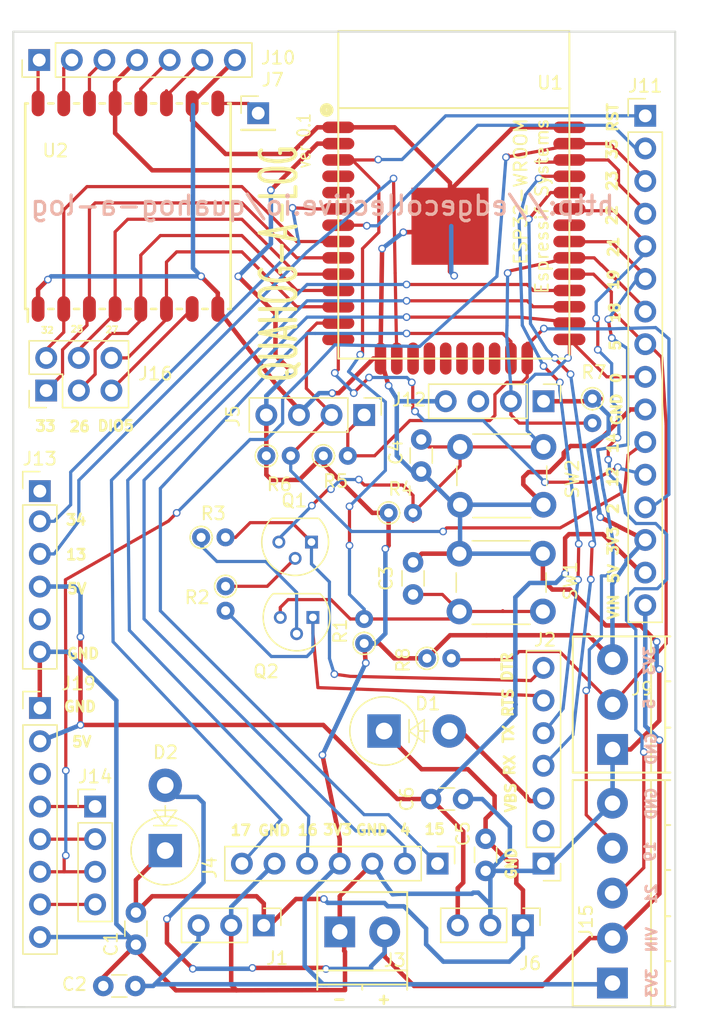
<source format=kicad_pcb>
(kicad_pcb (version 4) (host pcbnew 4.0.7-e2-6376~58~ubuntu16.04.1)

  (general
    (links 128)
    (no_connects 0)
    (area 71.88881 27.94218 126.97242 108.04)
    (thickness 1.6)
    (drawings 78)
    (tracks 816)
    (zones 0)
    (modules 38)
    (nets 46)
  )

  (page A4)
  (layers
    (0 F.Cu signal)
    (31 B.Cu signal)
    (32 B.Adhes user)
    (33 F.Adhes user)
    (34 B.Paste user)
    (35 F.Paste user)
    (36 B.SilkS user)
    (37 F.SilkS user)
    (38 B.Mask user)
    (39 F.Mask user)
    (40 Dwgs.User user)
    (41 Cmts.User user)
    (42 Eco1.User user)
    (43 Eco2.User user)
    (44 Edge.Cuts user)
    (45 Margin user)
    (46 B.CrtYd user)
    (47 F.CrtYd user)
    (48 B.Fab user)
    (49 F.Fab user)
  )

  (setup
    (last_trace_width 0.25)
    (trace_clearance 0.2)
    (zone_clearance 0.508)
    (zone_45_only no)
    (trace_min 0.2)
    (segment_width 0.2)
    (edge_width 0.15)
    (via_size 0.6)
    (via_drill 0.4)
    (via_min_size 0.4)
    (via_min_drill 0.3)
    (uvia_size 0.3)
    (uvia_drill 0.1)
    (uvias_allowed no)
    (uvia_min_size 0.2)
    (uvia_min_drill 0.1)
    (pcb_text_width 0.3)
    (pcb_text_size 1.5 1.5)
    (mod_edge_width 0.15)
    (mod_text_size 1 1)
    (mod_text_width 0.15)
    (pad_size 4.064 4.064)
    (pad_drill 0)
    (pad_to_mask_clearance 0.2)
    (aux_axis_origin 0 0)
    (visible_elements FFFEFF7F)
    (pcbplotparams
      (layerselection 0x00030_80000001)
      (usegerberextensions false)
      (excludeedgelayer true)
      (linewidth 0.100000)
      (plotframeref false)
      (viasonmask false)
      (mode 1)
      (useauxorigin false)
      (hpglpennumber 1)
      (hpglpenspeed 20)
      (hpglpendiameter 15)
      (hpglpenoverlay 2)
      (psnegative false)
      (psa4output false)
      (plotreference true)
      (plotvalue true)
      (plotinvisibletext false)
      (padsonsilk false)
      (subtractmaskfromsilk false)
      (outputformat 1)
      (mirror false)
      (drillshape 1)
      (scaleselection 1)
      (outputdirectory ""))
  )

  (net 0 "")
  (net 1 VIN)
  (net 2 RESET)
  (net 3 GND)
  (net 4 0)
  (net 5 +5V)
  (net 6 RTS)
  (net 7 DTR)
  (net 8 "Net-(J7-Pad1)")
  (net 9 25)
  (net 10 SAT_RING_INDICATOR)
  (net 11 SAT_NETWORK_AVAIL)
  (net 12 SAT_LION)
  (net 13 26)
  (net 14 "Net-(Q1-Pad2)")
  (net 15 "Net-(Q2-Pad2)")
  (net 16 +3V3)
  (net 17 32)
  (net 18 33)
  (net 19 27)
  (net 20 DIO2)
  (net 21 DIO1)
  (net 22 DIO0)
  (net 23 DIO4)
  (net 24 DIO3)
  (net 25 DIO5)
  (net 26 17)
  (net 27 16)
  (net 28 4)
  (net 29 15)
  (net 30 13)
  (net 31 34)
  (net 32 35)
  (net 33 RX0)
  (net 34 TX0)
  (net 35 22)
  (net 36 21)
  (net 37 19)
  (net 38 "Net-(C1-Pad1)")
  (net 39 VBUS)
  (net 40 12)
  (net 41 5:onewire)
  (net 42 18:DHT22)
  (net 43 23:SAT_SLEEP)
  (net 44 14:SCL)
  (net 45 2:SDA)

  (net_class Default "This is the default net class."
    (clearance 0.2)
    (trace_width 0.25)
    (via_dia 0.6)
    (via_drill 0.4)
    (uvia_dia 0.3)
    (uvia_drill 0.1)
    (add_net 0)
    (add_net 12)
    (add_net 13)
    (add_net 14:SCL)
    (add_net 15)
    (add_net 16)
    (add_net 17)
    (add_net 18:DHT22)
    (add_net 19)
    (add_net 21)
    (add_net 22)
    (add_net 23:SAT_SLEEP)
    (add_net 25)
    (add_net 26)
    (add_net 27)
    (add_net 2:SDA)
    (add_net 32)
    (add_net 33)
    (add_net 34)
    (add_net 35)
    (add_net 4)
    (add_net 5:onewire)
    (add_net DIO0)
    (add_net DIO1)
    (add_net DIO2)
    (add_net DIO3)
    (add_net DIO4)
    (add_net DIO5)
    (add_net DTR)
    (add_net "Net-(J7-Pad1)")
    (add_net "Net-(Q1-Pad2)")
    (add_net "Net-(Q2-Pad2)")
    (add_net RESET)
    (add_net RTS)
    (add_net RX0)
    (add_net SAT_LION)
    (add_net SAT_NETWORK_AVAIL)
    (add_net SAT_RING_INDICATOR)
    (add_net TX0)
  )

  (net_class power ""
    (clearance 0.2)
    (trace_width 0.35)
    (via_dia 0.6)
    (via_drill 0.4)
    (uvia_dia 0.3)
    (uvia_drill 0.1)
    (add_net +3V3)
    (add_net +5V)
    (add_net GND)
    (add_net "Net-(C1-Pad1)")
    (add_net VBUS)
    (add_net VIN)
  )

  (module TO_SOT_Packages_THT:TO-92_Molded_Narrow placed (layer F.Cu) (tedit 5BABA2E1) (tstamp 5B8AEA6B)
    (at 96.33712 76.08316 180)
    (descr "TO-92 leads molded, narrow, drill 0.6mm (see NXP sot054_po.pdf)")
    (tags "to-92 sc-43 sc-43a sot54 PA33 transistor")
    (path /5BABD59D)
    (fp_text reference Q2 (at 3.65252 -4.20624 180) (layer F.SilkS)
      (effects (font (size 1 1) (thickness 0.15)))
    )
    (fp_text value Q_NPN_EBC (at 1.27 2.79 180) (layer F.Fab)
      (effects (font (size 1 1) (thickness 0.15)))
    )
    (fp_text user %R (at 3.6322 -4.20624 180) (layer F.Fab)
      (effects (font (size 1 1) (thickness 0.15)))
    )
    (fp_line (start -0.53 1.85) (end 3.07 1.85) (layer F.SilkS) (width 0.12))
    (fp_line (start -0.5 1.75) (end 3 1.75) (layer F.Fab) (width 0.1))
    (fp_line (start -1.46 -2.73) (end 4 -2.73) (layer F.CrtYd) (width 0.05))
    (fp_line (start -1.46 -2.73) (end -1.46 2.01) (layer F.CrtYd) (width 0.05))
    (fp_line (start 4 2.01) (end 4 -2.73) (layer F.CrtYd) (width 0.05))
    (fp_line (start 4 2.01) (end -1.46 2.01) (layer F.CrtYd) (width 0.05))
    (fp_arc (start 1.27 0) (end 1.27 -2.48) (angle 135) (layer F.Fab) (width 0.1))
    (fp_arc (start 1.27 0) (end 1.27 -2.6) (angle -135) (layer F.SilkS) (width 0.12))
    (fp_arc (start 1.27 0) (end 1.27 -2.48) (angle -135) (layer F.Fab) (width 0.1))
    (fp_arc (start 1.27 0) (end 1.27 -2.6) (angle 135) (layer F.SilkS) (width 0.12))
    (pad 2 thru_hole circle (at 1.27 -1.27 270) (size 1 1) (drill 0.6) (layers *.Cu *.Mask)
      (net 15 "Net-(Q2-Pad2)"))
    (pad 3 thru_hole circle (at 2.54 0 270) (size 1 1) (drill 0.6) (layers *.Cu *.Mask)
      (net 2 RESET))
    (pad 1 thru_hole rect (at 0 0 270) (size 1 1) (drill 0.6) (layers *.Cu *.Mask)
      (net 6 RTS))
    (model ${KISYS3DMOD}/TO_SOT_Packages_THT.3dshapes/TO-92_Molded_Narrow.wrl
      (at (xyz 0.05 0 0))
      (scale (xyz 1 1 1))
      (rotate (xyz 0 0 -90))
    )
  )

  (module zom:ESP32-WROOM placed (layer F.Cu) (tedit 5BABA324) (tstamp 5B886E02)
    (at 107.315 43.18 180)
    (path /5B886D85)
    (fp_text reference U1 (at -7.493 8.71728 180) (layer F.SilkS)
      (effects (font (size 1 1) (thickness 0.15)))
    )
    (fp_text value ESP32-WROOM (at 5.715 14.224 180) (layer F.Fab)
      (effects (font (size 1 1) (thickness 0.15)))
    )
    (fp_text user "Espressif Systems" (at -6.858 -0.889 270) (layer F.SilkS)
      (effects (font (size 1 1) (thickness 0.15)))
    )
    (fp_circle (center 9.906 6.604) (end 10.033 6.858) (layer F.SilkS) (width 0.5))
    (fp_text user ESP32-WROOM (at -5.207 0.254 270) (layer F.SilkS)
      (effects (font (size 1 1) (thickness 0.15)))
    )
    (fp_line (start -9 6.75) (end 9 6.75) (layer F.SilkS) (width 0.15))
    (fp_line (start 9 12.75) (end 9 -12.75) (layer F.SilkS) (width 0.15))
    (fp_line (start -9 12.75) (end -9 -12.75) (layer F.SilkS) (width 0.15))
    (fp_line (start -9 -12.75) (end 9 -12.75) (layer F.SilkS) (width 0.15))
    (fp_line (start -9 12.75) (end 9 12.75) (layer F.SilkS) (width 0.15))
    (pad 38 smd oval (at -9 5.25 180) (size 2.5 0.9) (layers F.Cu F.Paste F.Mask)
      (net 3 GND))
    (pad 37 smd oval (at -9 3.98 180) (size 2.5 0.9) (layers F.Cu F.Paste F.Mask)
      (net 43 23:SAT_SLEEP))
    (pad 36 smd oval (at -9 2.71 180) (size 2.5 0.9) (layers F.Cu F.Paste F.Mask)
      (net 35 22))
    (pad 35 smd oval (at -9 1.44 180) (size 2.5 0.9) (layers F.Cu F.Paste F.Mask)
      (net 34 TX0))
    (pad 34 smd oval (at -9 0.17 180) (size 2.5 0.9) (layers F.Cu F.Paste F.Mask)
      (net 33 RX0))
    (pad 33 smd oval (at -9 -1.1 180) (size 2.5 0.9) (layers F.Cu F.Paste F.Mask)
      (net 36 21))
    (pad 32 smd oval (at -9 -2.37 180) (size 2.5 0.9) (layers F.Cu F.Paste F.Mask))
    (pad 31 smd oval (at -9 -3.64 180) (size 2.5 0.9) (layers F.Cu F.Paste F.Mask)
      (net 37 19))
    (pad 30 smd oval (at -9 -4.91 180) (size 2.5 0.9) (layers F.Cu F.Paste F.Mask)
      (net 42 18:DHT22))
    (pad 29 smd oval (at -9 -6.18 180) (size 2.5 0.9) (layers F.Cu F.Paste F.Mask)
      (net 41 5:onewire))
    (pad 28 smd oval (at -9 -7.45 180) (size 2.5 0.9) (layers F.Cu F.Paste F.Mask)
      (net 26 17))
    (pad 27 smd oval (at -9 -8.72 180) (size 2.5 0.9) (layers F.Cu F.Paste F.Mask)
      (net 27 16))
    (pad 26 smd oval (at -9 -9.99 180) (size 2.5 0.9) (layers F.Cu F.Paste F.Mask)
      (net 28 4))
    (pad 25 smd oval (at -9 -11.26 180) (size 2.5 0.9) (layers F.Cu F.Paste F.Mask)
      (net 4 0))
    (pad 24 smd oval (at -5.715 -12.75 180) (size 0.9 2.5) (layers F.Cu F.Paste F.Mask)
      (net 45 2:SDA))
    (pad 23 smd oval (at -4.445 -12.75 180) (size 0.9 2.5) (layers F.Cu F.Paste F.Mask)
      (net 29 15))
    (pad 22 smd oval (at -3.175 -12.75 180) (size 0.9 2.5) (layers F.Cu F.Paste F.Mask))
    (pad 21 smd oval (at -1.905 -12.75 180) (size 0.9 2.5) (layers F.Cu F.Paste F.Mask))
    (pad 20 smd oval (at -0.635 -12.75 180) (size 0.9 2.5) (layers F.Cu F.Paste F.Mask))
    (pad 19 smd oval (at 0.635 -12.75 180) (size 0.9 2.5) (layers F.Cu F.Paste F.Mask))
    (pad 18 smd oval (at 1.905 -12.75 180) (size 0.9 2.5) (layers F.Cu F.Paste F.Mask))
    (pad 17 smd oval (at 3.175 -12.75 180) (size 0.9 2.5) (layers F.Cu F.Paste F.Mask))
    (pad 16 smd oval (at 4.445 -12.75 180) (size 0.9 2.5) (layers F.Cu F.Paste F.Mask)
      (net 30 13))
    (pad 15 smd oval (at 5.715 -12.75 180) (size 0.9 2.5) (layers F.Cu F.Paste F.Mask)
      (net 3 GND))
    (pad 14 smd oval (at 9 -11.26 180) (size 2.5 0.9) (layers F.Cu F.Paste F.Mask)
      (net 40 12))
    (pad 13 smd oval (at 9 -9.99 180) (size 2.5 0.9) (layers F.Cu F.Paste F.Mask)
      (net 44 14:SCL))
    (pad 12 smd oval (at 9 -8.72 180) (size 2.5 0.9) (layers F.Cu F.Paste F.Mask)
      (net 19 27))
    (pad 11 smd oval (at 9 -7.45 180) (size 2.5 0.9) (layers F.Cu F.Paste F.Mask)
      (net 13 26))
    (pad 10 smd oval (at 9 -6.18 180) (size 2.5 0.9) (layers F.Cu F.Paste F.Mask)
      (net 9 25))
    (pad 9 smd oval (at 9 -4.91 180) (size 2.5 0.9) (layers F.Cu F.Paste F.Mask)
      (net 18 33))
    (pad 8 smd oval (at 9 -3.64 180) (size 2.5 0.9) (layers F.Cu F.Paste F.Mask)
      (net 17 32))
    (pad 7 smd oval (at 9 -2.37 180) (size 2.5 0.9) (layers F.Cu F.Paste F.Mask)
      (net 32 35))
    (pad 6 smd oval (at 9 -1.1 180) (size 2.5 0.9) (layers F.Cu F.Paste F.Mask)
      (net 31 34))
    (pad 5 smd oval (at 9 0.17 180) (size 2.5 0.9) (layers F.Cu F.Paste F.Mask))
    (pad 4 smd oval (at 9 1.44 180) (size 2.5 0.9) (layers F.Cu F.Paste F.Mask))
    (pad 3 smd oval (at 9 2.71 180) (size 2.5 0.9) (layers F.Cu F.Paste F.Mask)
      (net 2 RESET))
    (pad 2 smd oval (at 9 3.98 180) (size 2.5 0.9) (layers F.Cu F.Paste F.Mask)
      (net 16 +3V3))
    (pad 1 smd oval (at 9 5.25 180) (size 2.5 0.9) (layers F.Cu F.Paste F.Mask)
      (net 3 GND))
    (pad 39 smd rect (at 0.3 -2.45 180) (size 6 6) (layers F.Cu F.Paste F.Mask)
      (net 3 GND))
  )

  (module Resistors_THT:R_Axial_DIN0204_L3.6mm_D1.6mm_P1.90mm_Vertical (layer F.Cu) (tedit 5BABA820) (tstamp 5B8AEDC5)
    (at 118.11 59.055 270)
    (descr "Resistor, Axial_DIN0204 series, Axial, Vertical, pin pitch=1.9mm, 0.16666666666666666W = 1/6W, length*diameter=3.6*1.6mm^2, http://cdn-reichelt.de/documents/datenblatt/B400/1_4W%23YAG.pdf")
    (tags "Resistor Axial_DIN0204 series Axial Vertical pin pitch 1.9mm 0.16666666666666666W = 1/6W length 3.6mm diameter 1.6mm")
    (path /5B88F0C7)
    (fp_text reference R7 (at -2.0574 -0.11684 360) (layer F.SilkS)
      (effects (font (size 1 1) (thickness 0.15)))
    )
    (fp_text value 4.7K (at 0.95 1.86 270) (layer F.Fab)
      (effects (font (size 1 1) (thickness 0.15)))
    )
    (fp_circle (center 0 0) (end 0.8 0) (layer F.Fab) (width 0.1))
    (fp_circle (center 0 0) (end 0.86 0) (layer F.SilkS) (width 0.12))
    (fp_line (start 0 0) (end 1.9 0) (layer F.Fab) (width 0.1))
    (fp_line (start 0.86 0) (end 0.9 0) (layer F.SilkS) (width 0.12))
    (fp_line (start -1.15 -1.15) (end -1.15 1.15) (layer F.CrtYd) (width 0.05))
    (fp_line (start -1.15 1.15) (end 2.95 1.15) (layer F.CrtYd) (width 0.05))
    (fp_line (start 2.95 1.15) (end 2.95 -1.15) (layer F.CrtYd) (width 0.05))
    (fp_line (start 2.95 -1.15) (end -1.15 -1.15) (layer F.CrtYd) (width 0.05))
    (pad 1 thru_hole circle (at 0 0 270) (size 1.4 1.4) (drill 0.7) (layers *.Cu *.Mask)
      (net 16 +3V3))
    (pad 2 thru_hole oval (at 1.9 0 270) (size 1.4 1.4) (drill 0.7) (layers *.Cu *.Mask)
      (net 42 18:DHT22))
    (model ${KISYS3DMOD}/Resistors_THT.3dshapes/R_Axial_DIN0204_L3.6mm_D1.6mm_P1.90mm_Vertical.wrl
      (at (xyz 0 0 0))
      (scale (xyz 0.393701 0.393701 0.393701))
      (rotate (xyz 0 0 0))
    )
  )

  (module zom:RFM95 placed (layer F.Cu) (tedit 5BABA340) (tstamp 5B886E16)
    (at 74.93 52.07 90)
    (path /5B886D30)
    (fp_text reference U2 (at 12.32916 1.3462 180) (layer F.SilkS)
      (effects (font (size 1 1) (thickness 0.15)))
    )
    (fp_text value RFM95HW (at 13.5 -1.8 90) (layer F.Fab)
      (effects (font (size 1 1) (thickness 0.15)))
    )
    (fp_line (start 0 15) (end 0 14.8) (layer F.SilkS) (width 0.2))
    (fp_line (start 16 15) (end 0 15) (layer F.SilkS) (width 0.2))
    (fp_line (start 16 14.8) (end 16 15) (layer F.SilkS) (width 0.2))
    (fp_line (start 16 12.8) (end 16 13.2) (layer F.SilkS) (width 0.2))
    (fp_line (start 16 10.8) (end 16 11.2) (layer F.SilkS) (width 0.2))
    (fp_line (start 16 8.8) (end 16 9.2) (layer F.SilkS) (width 0.2))
    (fp_line (start 16 6.8) (end 16 7.2) (layer F.SilkS) (width 0.2))
    (fp_line (start 16 4.8) (end 16 5.2) (layer F.SilkS) (width 0.2))
    (fp_line (start 16 2.8) (end 16 3.2) (layer F.SilkS) (width 0.2))
    (fp_line (start 16 0.8) (end 16 1.2) (layer F.SilkS) (width 0.2))
    (fp_line (start 16 -1) (end 16 -0.8) (layer F.SilkS) (width 0.2))
    (fp_line (start 0 12.8) (end 0 13.2) (layer F.SilkS) (width 0.2))
    (fp_line (start 0 -0.8) (end 0 -1) (layer F.SilkS) (width 0.2))
    (fp_line (start -1 -0.8) (end 0 -0.8) (layer F.SilkS) (width 0.2))
    (fp_line (start 0 1.2) (end 0 0.8) (layer F.SilkS) (width 0.2))
    (fp_line (start 0 3.2) (end 0 2.8) (layer F.SilkS) (width 0.2))
    (fp_line (start 0 4.8) (end 0 5.2) (layer F.SilkS) (width 0.2))
    (fp_line (start 0 6.8) (end 0 7.2) (layer F.SilkS) (width 0.2))
    (fp_line (start 0 8.8) (end 0 9.2) (layer F.SilkS) (width 0.2))
    (fp_line (start 0 10.8) (end 0 11.2) (layer F.SilkS) (width 0.2))
    (fp_line (start 0 -1) (end 16 -1) (layer F.SilkS) (width 0.2))
    (pad 1 smd oval (at 0 0 90) (size 2 1) (layers F.Cu F.Paste F.Mask)
      (net 3 GND))
    (pad 2 smd oval (at 0 2 90) (size 2 1) (layers F.Cu F.Paste F.Mask)
      (net 17 32))
    (pad 3 smd oval (at 0 4 90) (size 2 1) (layers F.Cu F.Paste F.Mask)
      (net 18 33))
    (pad 4 smd oval (at 0 6 90) (size 2 1) (layers F.Cu F.Paste F.Mask)
      (net 9 25))
    (pad 5 smd oval (at 0 8 90) (size 2 1) (layers F.Cu F.Paste F.Mask)
      (net 13 26))
    (pad 6 smd oval (at 0 10 90) (size 2 1) (layers F.Cu F.Paste F.Mask)
      (net 19 27))
    (pad 7 smd oval (at 0 12 90) (size 2 1) (layers F.Cu F.Paste F.Mask)
      (net 25 DIO5))
    (pad 8 smd oval (at 0 14 90) (size 2 1) (layers F.Cu F.Paste F.Mask)
      (net 3 GND))
    (pad 9 smd oval (at 16 14 90) (size 2 1) (layers F.Cu F.Paste F.Mask)
      (net 8 "Net-(J7-Pad1)"))
    (pad 10 smd oval (at 16 12 90) (size 2 1) (layers F.Cu F.Paste F.Mask)
      (net 3 GND))
    (pad 11 smd oval (at 16 10 90) (size 2 1) (layers F.Cu F.Paste F.Mask)
      (net 24 DIO3))
    (pad 12 smd oval (at 16 8 90) (size 2 1) (layers F.Cu F.Paste F.Mask)
      (net 23 DIO4))
    (pad 13 smd oval (at 16 6 90) (size 2 1) (layers F.Cu F.Paste F.Mask)
      (net 16 +3V3))
    (pad 14 smd oval (at 16 4 90) (size 2 1) (layers F.Cu F.Paste F.Mask)
      (net 22 DIO0))
    (pad 15 smd oval (at 16 2 90) (size 2 1) (layers F.Cu F.Paste F.Mask)
      (net 21 DIO1))
    (pad 16 smd oval (at 16 0 90) (size 2 1) (layers F.Cu F.Paste F.Mask)
      (net 20 DIO2))
  )

  (module Pin_Headers:Pin_Header_Straight_1x07_Pitch2.54mm placed (layer F.Cu) (tedit 5BABA3A1) (tstamp 5B8AE9E9)
    (at 114.3 95.25 180)
    (descr "Through hole straight pin header, 1x07, 2.54mm pitch, single row")
    (tags "Through hole pin header THT 1x07 2.54mm single row")
    (path /5B88969E)
    (fp_text reference J2 (at -0.12192 17.4244 180) (layer F.SilkS)
      (effects (font (size 1 1) (thickness 0.15)))
    )
    (fp_text value prog (at 0 17.57 180) (layer F.Fab)
      (effects (font (size 1 1) (thickness 0.15)))
    )
    (fp_line (start -0.635 -1.27) (end 1.27 -1.27) (layer F.Fab) (width 0.1))
    (fp_line (start 1.27 -1.27) (end 1.27 16.51) (layer F.Fab) (width 0.1))
    (fp_line (start 1.27 16.51) (end -1.27 16.51) (layer F.Fab) (width 0.1))
    (fp_line (start -1.27 16.51) (end -1.27 -0.635) (layer F.Fab) (width 0.1))
    (fp_line (start -1.27 -0.635) (end -0.635 -1.27) (layer F.Fab) (width 0.1))
    (fp_line (start -1.33 16.57) (end 1.33 16.57) (layer F.SilkS) (width 0.12))
    (fp_line (start -1.33 1.27) (end -1.33 16.57) (layer F.SilkS) (width 0.12))
    (fp_line (start 1.33 1.27) (end 1.33 16.57) (layer F.SilkS) (width 0.12))
    (fp_line (start -1.33 1.27) (end 1.33 1.27) (layer F.SilkS) (width 0.12))
    (fp_line (start -1.33 0) (end -1.33 -1.33) (layer F.SilkS) (width 0.12))
    (fp_line (start -1.33 -1.33) (end 0 -1.33) (layer F.SilkS) (width 0.12))
    (fp_line (start -1.8 -1.8) (end -1.8 17.05) (layer F.CrtYd) (width 0.05))
    (fp_line (start -1.8 17.05) (end 1.8 17.05) (layer F.CrtYd) (width 0.05))
    (fp_line (start 1.8 17.05) (end 1.8 -1.8) (layer F.CrtYd) (width 0.05))
    (fp_line (start 1.8 -1.8) (end -1.8 -1.8) (layer F.CrtYd) (width 0.05))
    (fp_text user %R (at 0 7.62 270) (layer F.Fab)
      (effects (font (size 1 1) (thickness 0.15)))
    )
    (pad 1 thru_hole rect (at 0 0 180) (size 1.7 1.7) (drill 1) (layers *.Cu *.Mask)
      (net 3 GND))
    (pad 2 thru_hole oval (at 0 2.54 180) (size 1.7 1.7) (drill 1) (layers *.Cu *.Mask))
    (pad 3 thru_hole oval (at 0 5.08 180) (size 1.7 1.7) (drill 1) (layers *.Cu *.Mask)
      (net 39 VBUS))
    (pad 4 thru_hole oval (at 0 7.62 180) (size 1.7 1.7) (drill 1) (layers *.Cu *.Mask)
      (net 33 RX0))
    (pad 5 thru_hole oval (at 0 10.16 180) (size 1.7 1.7) (drill 1) (layers *.Cu *.Mask)
      (net 34 TX0))
    (pad 6 thru_hole oval (at 0 12.7 180) (size 1.7 1.7) (drill 1) (layers *.Cu *.Mask)
      (net 6 RTS))
    (pad 7 thru_hole oval (at 0 15.24 180) (size 1.7 1.7) (drill 1) (layers *.Cu *.Mask)
      (net 7 DTR))
    (model ${KISYS3DMOD}/Pin_Headers.3dshapes/Pin_Header_Straight_1x07_Pitch2.54mm.wrl
      (at (xyz 0 0 0))
      (scale (xyz 1 1 1))
      (rotate (xyz 0 0 0))
    )
  )

  (module Pin_Headers:Pin_Header_Straight_1x07_Pitch2.54mm placed (layer F.Cu) (tedit 5BABD818) (tstamp 5B8AE9F9)
    (at 106.045 95.25 270)
    (descr "Through hole straight pin header, 1x07, 2.54mm pitch, single row")
    (tags "Through hole pin header THT 1x07 2.54mm single row")
    (path /5B88BD82)
    (fp_text reference J4 (at 0.3048 17.7292 450) (layer F.SilkS)
      (effects (font (size 1 1) (thickness 0.15)))
    )
    (fp_text value sdcard (at 0 17.57 270) (layer F.Fab)
      (effects (font (size 1 1) (thickness 0.15)))
    )
    (fp_line (start -0.635 -1.27) (end 1.27 -1.27) (layer F.Fab) (width 0.1))
    (fp_line (start 1.27 -1.27) (end 1.27 16.51) (layer F.Fab) (width 0.1))
    (fp_line (start 1.27 16.51) (end -1.27 16.51) (layer F.Fab) (width 0.1))
    (fp_line (start -1.27 16.51) (end -1.27 -0.635) (layer F.Fab) (width 0.1))
    (fp_line (start -1.27 -0.635) (end -0.635 -1.27) (layer F.Fab) (width 0.1))
    (fp_line (start -1.33 16.57) (end 1.33 16.57) (layer F.SilkS) (width 0.12))
    (fp_line (start -1.33 1.27) (end -1.33 16.57) (layer F.SilkS) (width 0.12))
    (fp_line (start 1.33 1.27) (end 1.33 16.57) (layer F.SilkS) (width 0.12))
    (fp_line (start -1.33 1.27) (end 1.33 1.27) (layer F.SilkS) (width 0.12))
    (fp_line (start -1.33 0) (end -1.33 -1.33) (layer F.SilkS) (width 0.12))
    (fp_line (start -1.33 -1.33) (end 0 -1.33) (layer F.SilkS) (width 0.12))
    (fp_line (start -1.8 -1.8) (end -1.8 17.05) (layer F.CrtYd) (width 0.05))
    (fp_line (start -1.8 17.05) (end 1.8 17.05) (layer F.CrtYd) (width 0.05))
    (fp_line (start 1.8 17.05) (end 1.8 -1.8) (layer F.CrtYd) (width 0.05))
    (fp_line (start 1.8 -1.8) (end -1.8 -1.8) (layer F.CrtYd) (width 0.05))
    (fp_text user %R (at 0 7.62 360) (layer F.Fab)
      (effects (font (size 1 1) (thickness 0.15)))
    )
    (pad 1 thru_hole rect (at 0 0 270) (size 1.7 1.7) (drill 1) (layers *.Cu *.Mask)
      (net 29 15))
    (pad 2 thru_hole oval (at 0 2.54 270) (size 1.7 1.7) (drill 1) (layers *.Cu *.Mask)
      (net 28 4))
    (pad 3 thru_hole oval (at 0 5.08 270) (size 1.7 1.7) (drill 1) (layers *.Cu *.Mask)
      (net 3 GND))
    (pad 4 thru_hole oval (at 0 7.62 270) (size 1.7 1.7) (drill 1) (layers *.Cu *.Mask)
      (net 16 +3V3))
    (pad 5 thru_hole oval (at 0 10.16 270) (size 1.7 1.7) (drill 1) (layers *.Cu *.Mask)
      (net 27 16))
    (pad 6 thru_hole oval (at 0 12.7 270) (size 1.7 1.7) (drill 1) (layers *.Cu *.Mask)
      (net 3 GND))
    (pad 7 thru_hole oval (at 0 15.24 270) (size 1.7 1.7) (drill 1) (layers *.Cu *.Mask)
      (net 26 17))
    (model ${KISYS3DMOD}/Pin_Headers.3dshapes/Pin_Header_Straight_1x07_Pitch2.54mm.wrl
      (at (xyz 0 0 0))
      (scale (xyz 1 1 1))
      (rotate (xyz 0 0 0))
    )
  )

  (module Pin_Headers:Pin_Header_Straight_1x04_Pitch2.54mm placed (layer F.Cu) (tedit 5BABA80D) (tstamp 5B8AEA01)
    (at 100.33 60.325 270)
    (descr "Through hole straight pin header, 1x04, 2.54mm pitch, single row")
    (tags "Through hole pin header THT 1x04 2.54mm single row")
    (path /5B88CA10)
    (fp_text reference J5 (at 0.1016 10.22096 270) (layer F.SilkS)
      (effects (font (size 1 1) (thickness 0.15)))
    )
    (fp_text value i2c-a (at 0 9.95 270) (layer F.Fab)
      (effects (font (size 1 1) (thickness 0.15)))
    )
    (fp_line (start -0.635 -1.27) (end 1.27 -1.27) (layer F.Fab) (width 0.1))
    (fp_line (start 1.27 -1.27) (end 1.27 8.89) (layer F.Fab) (width 0.1))
    (fp_line (start 1.27 8.89) (end -1.27 8.89) (layer F.Fab) (width 0.1))
    (fp_line (start -1.27 8.89) (end -1.27 -0.635) (layer F.Fab) (width 0.1))
    (fp_line (start -1.27 -0.635) (end -0.635 -1.27) (layer F.Fab) (width 0.1))
    (fp_line (start -1.33 8.95) (end 1.33 8.95) (layer F.SilkS) (width 0.12))
    (fp_line (start -1.33 1.27) (end -1.33 8.95) (layer F.SilkS) (width 0.12))
    (fp_line (start 1.33 1.27) (end 1.33 8.95) (layer F.SilkS) (width 0.12))
    (fp_line (start -1.33 1.27) (end 1.33 1.27) (layer F.SilkS) (width 0.12))
    (fp_line (start -1.33 0) (end -1.33 -1.33) (layer F.SilkS) (width 0.12))
    (fp_line (start -1.33 -1.33) (end 0 -1.33) (layer F.SilkS) (width 0.12))
    (fp_line (start -1.8 -1.8) (end -1.8 9.4) (layer F.CrtYd) (width 0.05))
    (fp_line (start -1.8 9.4) (end 1.8 9.4) (layer F.CrtYd) (width 0.05))
    (fp_line (start 1.8 9.4) (end 1.8 -1.8) (layer F.CrtYd) (width 0.05))
    (fp_line (start 1.8 -1.8) (end -1.8 -1.8) (layer F.CrtYd) (width 0.05))
    (fp_text user %R (at 0 3.81 360) (layer F.Fab)
      (effects (font (size 1 1) (thickness 0.15)))
    )
    (pad 1 thru_hole rect (at 0 0 270) (size 1.7 1.7) (drill 1) (layers *.Cu *.Mask)
      (net 45 2:SDA))
    (pad 2 thru_hole oval (at 0 2.54 270) (size 1.7 1.7) (drill 1) (layers *.Cu *.Mask)
      (net 44 14:SCL))
    (pad 3 thru_hole oval (at 0 5.08 270) (size 1.7 1.7) (drill 1) (layers *.Cu *.Mask)
      (net 3 GND))
    (pad 4 thru_hole oval (at 0 7.62 270) (size 1.7 1.7) (drill 1) (layers *.Cu *.Mask)
      (net 16 +3V3))
    (model ${KISYS3DMOD}/Pin_Headers.3dshapes/Pin_Header_Straight_1x04_Pitch2.54mm.wrl
      (at (xyz 0 0 0))
      (scale (xyz 1 1 1))
      (rotate (xyz 0 0 0))
    )
  )

  (module Pin_Headers:Pin_Header_Straight_1x03_Pitch2.54mm placed (layer F.Cu) (tedit 5BABA373) (tstamp 5B8AEA08)
    (at 112.6998 100.0506 270)
    (descr "Through hole straight pin header, 1x03, 2.54mm pitch, single row")
    (tags "Through hole pin header THT 1x03 2.54mm single row")
    (path /5B895E52)
    (fp_text reference J6 (at 2.96672 -0.56896 360) (layer F.SilkS)
      (effects (font (size 1 1) (thickness 0.15)))
    )
    (fp_text value REG:5V (at 0 7.41 270) (layer F.Fab)
      (effects (font (size 1 1) (thickness 0.15)))
    )
    (fp_line (start -0.635 -1.27) (end 1.27 -1.27) (layer F.Fab) (width 0.1))
    (fp_line (start 1.27 -1.27) (end 1.27 6.35) (layer F.Fab) (width 0.1))
    (fp_line (start 1.27 6.35) (end -1.27 6.35) (layer F.Fab) (width 0.1))
    (fp_line (start -1.27 6.35) (end -1.27 -0.635) (layer F.Fab) (width 0.1))
    (fp_line (start -1.27 -0.635) (end -0.635 -1.27) (layer F.Fab) (width 0.1))
    (fp_line (start -1.33 6.41) (end 1.33 6.41) (layer F.SilkS) (width 0.12))
    (fp_line (start -1.33 1.27) (end -1.33 6.41) (layer F.SilkS) (width 0.12))
    (fp_line (start 1.33 1.27) (end 1.33 6.41) (layer F.SilkS) (width 0.12))
    (fp_line (start -1.33 1.27) (end 1.33 1.27) (layer F.SilkS) (width 0.12))
    (fp_line (start -1.33 0) (end -1.33 -1.33) (layer F.SilkS) (width 0.12))
    (fp_line (start -1.33 -1.33) (end 0 -1.33) (layer F.SilkS) (width 0.12))
    (fp_line (start -1.8 -1.8) (end -1.8 6.85) (layer F.CrtYd) (width 0.05))
    (fp_line (start -1.8 6.85) (end 1.8 6.85) (layer F.CrtYd) (width 0.05))
    (fp_line (start 1.8 6.85) (end 1.8 -1.8) (layer F.CrtYd) (width 0.05))
    (fp_line (start 1.8 -1.8) (end -1.8 -1.8) (layer F.CrtYd) (width 0.05))
    (fp_text user %R (at 0 2.54 360) (layer F.Fab)
      (effects (font (size 1 1) (thickness 0.15)))
    )
    (pad 1 thru_hole rect (at 0 0 270) (size 1.7 1.7) (drill 1) (layers *.Cu *.Mask)
      (net 38 "Net-(C1-Pad1)"))
    (pad 2 thru_hole oval (at 0 2.54 270) (size 1.7 1.7) (drill 1) (layers *.Cu *.Mask)
      (net 3 GND))
    (pad 3 thru_hole oval (at 0 5.08 270) (size 1.7 1.7) (drill 1) (layers *.Cu *.Mask)
      (net 5 +5V))
    (model ${KISYS3DMOD}/Pin_Headers.3dshapes/Pin_Header_Straight_1x03_Pitch2.54mm.wrl
      (at (xyz 0 0 0))
      (scale (xyz 1 1 1))
      (rotate (xyz 0 0 0))
    )
  )

  (module Pin_Headers:Pin_Header_Straight_1x01_Pitch2.54mm placed (layer F.Cu) (tedit 5BABD2CC) (tstamp 5B8AEA0D)
    (at 92.075 36.83)
    (descr "Through hole straight pin header, 1x01, 2.54mm pitch, single row")
    (tags "Through hole pin header THT 1x01 2.54mm single row")
    (path /5B88DC11)
    (fp_text reference J7 (at 1.13284 -2.60096) (layer F.SilkS)
      (effects (font (size 1 1) (thickness 0.15)))
    )
    (fp_text value ANT (at 0 2.33) (layer F.Fab)
      (effects (font (size 1 1) (thickness 0.15)))
    )
    (fp_line (start -0.635 -1.27) (end 1.27 -1.27) (layer F.Fab) (width 0.1))
    (fp_line (start 1.27 -1.27) (end 1.27 1.27) (layer F.Fab) (width 0.1))
    (fp_line (start 1.27 1.27) (end -1.27 1.27) (layer F.Fab) (width 0.1))
    (fp_line (start -1.27 1.27) (end -1.27 -0.635) (layer F.Fab) (width 0.1))
    (fp_line (start -1.27 -0.635) (end -0.635 -1.27) (layer F.Fab) (width 0.1))
    (fp_line (start -1.33 1.33) (end 1.33 1.33) (layer F.SilkS) (width 0.12))
    (fp_line (start -1.33 1.27) (end -1.33 1.33) (layer F.SilkS) (width 0.12))
    (fp_line (start 1.33 1.27) (end 1.33 1.33) (layer F.SilkS) (width 0.12))
    (fp_line (start -1.33 1.27) (end 1.33 1.27) (layer F.SilkS) (width 0.12))
    (fp_line (start -1.33 0) (end -1.33 -1.33) (layer F.SilkS) (width 0.12))
    (fp_line (start -1.33 -1.33) (end 0 -1.33) (layer F.SilkS) (width 0.12))
    (fp_line (start -1.8 -1.8) (end -1.8 1.8) (layer F.CrtYd) (width 0.05))
    (fp_line (start -1.8 1.8) (end 1.8 1.8) (layer F.CrtYd) (width 0.05))
    (fp_line (start 1.8 1.8) (end 1.8 -1.8) (layer F.CrtYd) (width 0.05))
    (fp_line (start 1.8 -1.8) (end -1.8 -1.8) (layer F.CrtYd) (width 0.05))
    (fp_text user %R (at 0 0 90) (layer F.Fab)
      (effects (font (size 1 1) (thickness 0.15)))
    )
    (pad 1 thru_hole rect (at 0 0) (size 1.7 1.7) (drill 1) (layers *.Cu *.Mask)
      (net 8 "Net-(J7-Pad1)"))
    (model ${KISYS3DMOD}/Pin_Headers.3dshapes/Pin_Header_Straight_1x01_Pitch2.54mm.wrl
      (at (xyz 0 0 0))
      (scale (xyz 1 1 1))
      (rotate (xyz 0 0 0))
    )
  )

  (module Pin_Headers:Pin_Header_Straight_1x04_Pitch2.54mm placed (layer F.Cu) (tedit 5BABA816) (tstamp 5B8AEA36)
    (at 114.3 59.255 270)
    (descr "Through hole straight pin header, 1x04, 2.54mm pitch, single row")
    (tags "Through hole pin header THT 1x04 2.54mm single row")
    (path /5B88ED29)
    (fp_text reference J12 (at -0.1238 10.47496 360) (layer F.SilkS)
      (effects (font (size 1 1) (thickness 0.15)))
    )
    (fp_text value dht22 (at 0 9.95 270) (layer F.Fab)
      (effects (font (size 1 1) (thickness 0.15)))
    )
    (fp_line (start -0.635 -1.27) (end 1.27 -1.27) (layer F.Fab) (width 0.1))
    (fp_line (start 1.27 -1.27) (end 1.27 8.89) (layer F.Fab) (width 0.1))
    (fp_line (start 1.27 8.89) (end -1.27 8.89) (layer F.Fab) (width 0.1))
    (fp_line (start -1.27 8.89) (end -1.27 -0.635) (layer F.Fab) (width 0.1))
    (fp_line (start -1.27 -0.635) (end -0.635 -1.27) (layer F.Fab) (width 0.1))
    (fp_line (start -1.33 8.95) (end 1.33 8.95) (layer F.SilkS) (width 0.12))
    (fp_line (start -1.33 1.27) (end -1.33 8.95) (layer F.SilkS) (width 0.12))
    (fp_line (start 1.33 1.27) (end 1.33 8.95) (layer F.SilkS) (width 0.12))
    (fp_line (start -1.33 1.27) (end 1.33 1.27) (layer F.SilkS) (width 0.12))
    (fp_line (start -1.33 0) (end -1.33 -1.33) (layer F.SilkS) (width 0.12))
    (fp_line (start -1.33 -1.33) (end 0 -1.33) (layer F.SilkS) (width 0.12))
    (fp_line (start -1.8 -1.8) (end -1.8 9.4) (layer F.CrtYd) (width 0.05))
    (fp_line (start -1.8 9.4) (end 1.8 9.4) (layer F.CrtYd) (width 0.05))
    (fp_line (start 1.8 9.4) (end 1.8 -1.8) (layer F.CrtYd) (width 0.05))
    (fp_line (start 1.8 -1.8) (end -1.8 -1.8) (layer F.CrtYd) (width 0.05))
    (fp_text user %R (at 0 3.81 360) (layer F.Fab)
      (effects (font (size 1 1) (thickness 0.15)))
    )
    (pad 1 thru_hole rect (at 0 0 270) (size 1.7 1.7) (drill 1) (layers *.Cu *.Mask)
      (net 16 +3V3))
    (pad 2 thru_hole oval (at 0 2.54 270) (size 1.7 1.7) (drill 1) (layers *.Cu *.Mask)
      (net 42 18:DHT22))
    (pad 3 thru_hole oval (at 0 5.08 270) (size 1.7 1.7) (drill 1) (layers *.Cu *.Mask))
    (pad 4 thru_hole oval (at 0 7.62 270) (size 1.7 1.7) (drill 1) (layers *.Cu *.Mask)
      (net 3 GND))
    (model ${KISYS3DMOD}/Pin_Headers.3dshapes/Pin_Header_Straight_1x04_Pitch2.54mm.wrl
      (at (xyz 0 0 0))
      (scale (xyz 1 1 1))
      (rotate (xyz 0 0 0))
    )
  )

  (module Pin_Headers:Pin_Header_Straight_1x04_Pitch2.54mm placed (layer F.Cu) (tedit 59650532) (tstamp 5B8AEA51)
    (at 79.375 90.805)
    (descr "Through hole straight pin header, 1x04, 2.54mm pitch, single row")
    (tags "Through hole pin header THT 1x04 2.54mm single row")
    (path /5B8A0535)
    (fp_text reference J14 (at 0 -2.33) (layer F.SilkS)
      (effects (font (size 1 1) (thickness 0.15)))
    )
    (fp_text value satx (at 0 9.95) (layer F.Fab)
      (effects (font (size 1 1) (thickness 0.15)))
    )
    (fp_line (start -0.635 -1.27) (end 1.27 -1.27) (layer F.Fab) (width 0.1))
    (fp_line (start 1.27 -1.27) (end 1.27 8.89) (layer F.Fab) (width 0.1))
    (fp_line (start 1.27 8.89) (end -1.27 8.89) (layer F.Fab) (width 0.1))
    (fp_line (start -1.27 8.89) (end -1.27 -0.635) (layer F.Fab) (width 0.1))
    (fp_line (start -1.27 -0.635) (end -0.635 -1.27) (layer F.Fab) (width 0.1))
    (fp_line (start -1.33 8.95) (end 1.33 8.95) (layer F.SilkS) (width 0.12))
    (fp_line (start -1.33 1.27) (end -1.33 8.95) (layer F.SilkS) (width 0.12))
    (fp_line (start 1.33 1.27) (end 1.33 8.95) (layer F.SilkS) (width 0.12))
    (fp_line (start -1.33 1.27) (end 1.33 1.27) (layer F.SilkS) (width 0.12))
    (fp_line (start -1.33 0) (end -1.33 -1.33) (layer F.SilkS) (width 0.12))
    (fp_line (start -1.33 -1.33) (end 0 -1.33) (layer F.SilkS) (width 0.12))
    (fp_line (start -1.8 -1.8) (end -1.8 9.4) (layer F.CrtYd) (width 0.05))
    (fp_line (start -1.8 9.4) (end 1.8 9.4) (layer F.CrtYd) (width 0.05))
    (fp_line (start 1.8 9.4) (end 1.8 -1.8) (layer F.CrtYd) (width 0.05))
    (fp_line (start 1.8 -1.8) (end -1.8 -1.8) (layer F.CrtYd) (width 0.05))
    (fp_text user %R (at 0 3.81 90) (layer F.Fab)
      (effects (font (size 1 1) (thickness 0.15)))
    )
    (pad 1 thru_hole rect (at 0 0) (size 1.7 1.7) (drill 1) (layers *.Cu *.Mask)
      (net 10 SAT_RING_INDICATOR))
    (pad 2 thru_hole oval (at 0 2.54) (size 1.7 1.7) (drill 1) (layers *.Cu *.Mask)
      (net 11 SAT_NETWORK_AVAIL))
    (pad 3 thru_hole oval (at 0 5.08) (size 1.7 1.7) (drill 1) (layers *.Cu *.Mask)
      (net 43 23:SAT_SLEEP))
    (pad 4 thru_hole oval (at 0 7.62) (size 1.7 1.7) (drill 1) (layers *.Cu *.Mask)
      (net 12 SAT_LION))
    (model ${KISYS3DMOD}/Pin_Headers.3dshapes/Pin_Header_Straight_1x04_Pitch2.54mm.wrl
      (at (xyz 0 0 0))
      (scale (xyz 1 1 1))
      (rotate (xyz 0 0 0))
    )
  )

  (module TO_SOT_Packages_THT:TO-92_Molded_Narrow placed (layer F.Cu) (tedit 5BABA2D6) (tstamp 5B8AEA64)
    (at 96.22536 70.21576 180)
    (descr "TO-92 leads molded, narrow, drill 0.6mm (see NXP sot054_po.pdf)")
    (tags "to-92 sc-43 sc-43a sot54 PA33 transistor")
    (path /5BABD1AE)
    (fp_text reference Q1 (at 1.3462 3.2258 180) (layer F.SilkS)
      (effects (font (size 1 1) (thickness 0.15)))
    )
    (fp_text value Q_NPN_EBC (at 1.27 2.79 180) (layer F.Fab)
      (effects (font (size 1 1) (thickness 0.15)))
    )
    (fp_text user %R (at 1.3462 3.1496 180) (layer F.Fab)
      (effects (font (size 1 1) (thickness 0.15)))
    )
    (fp_line (start -0.53 1.85) (end 3.07 1.85) (layer F.SilkS) (width 0.12))
    (fp_line (start -0.5 1.75) (end 3 1.75) (layer F.Fab) (width 0.1))
    (fp_line (start -1.46 -2.73) (end 4 -2.73) (layer F.CrtYd) (width 0.05))
    (fp_line (start -1.46 -2.73) (end -1.46 2.01) (layer F.CrtYd) (width 0.05))
    (fp_line (start 4 2.01) (end 4 -2.73) (layer F.CrtYd) (width 0.05))
    (fp_line (start 4 2.01) (end -1.46 2.01) (layer F.CrtYd) (width 0.05))
    (fp_arc (start 1.27 0) (end 1.27 -2.48) (angle 135) (layer F.Fab) (width 0.1))
    (fp_arc (start 1.27 0) (end 1.27 -2.6) (angle -135) (layer F.SilkS) (width 0.12))
    (fp_arc (start 1.27 0) (end 1.27 -2.48) (angle -135) (layer F.Fab) (width 0.1))
    (fp_arc (start 1.27 0) (end 1.27 -2.6) (angle 135) (layer F.SilkS) (width 0.12))
    (pad 2 thru_hole circle (at 1.27 -1.27 270) (size 1 1) (drill 0.6) (layers *.Cu *.Mask)
      (net 14 "Net-(Q1-Pad2)"))
    (pad 3 thru_hole circle (at 2.54 0 270) (size 1 1) (drill 0.6) (layers *.Cu *.Mask)
      (net 4 0))
    (pad 1 thru_hole rect (at 0 0 270) (size 1 1) (drill 0.6) (layers *.Cu *.Mask)
      (net 7 DTR))
    (model ${KISYS3DMOD}/TO_SOT_Packages_THT.3dshapes/TO-92_Molded_Narrow.wrl
      (at (xyz 0.05 0 0))
      (scale (xyz 1 1 1))
      (rotate (xyz 0 0 -90))
    )
  )

  (module Buttons_Switches_THT:SW_PUSH_6mm placed (layer F.Cu) (tedit 5BABA838) (tstamp 5B8AEA9D)
    (at 107.75 71.12)
    (descr https://www.omron.com/ecb/products/pdf/en-b3f.pdf)
    (tags "tact sw push 6mm")
    (path /5B88A03B)
    (fp_text reference SW1 (at 8.64804 2.11328 90) (layer F.SilkS)
      (effects (font (size 1 1) (thickness 0.15)))
    )
    (fp_text value SW_Push (at 3.75 6.7) (layer F.Fab)
      (effects (font (size 1 1) (thickness 0.15)))
    )
    (fp_text user %R (at 3.25 2.25) (layer F.Fab)
      (effects (font (size 1 1) (thickness 0.15)))
    )
    (fp_line (start 3.25 -0.75) (end 6.25 -0.75) (layer F.Fab) (width 0.1))
    (fp_line (start 6.25 -0.75) (end 6.25 5.25) (layer F.Fab) (width 0.1))
    (fp_line (start 6.25 5.25) (end 0.25 5.25) (layer F.Fab) (width 0.1))
    (fp_line (start 0.25 5.25) (end 0.25 -0.75) (layer F.Fab) (width 0.1))
    (fp_line (start 0.25 -0.75) (end 3.25 -0.75) (layer F.Fab) (width 0.1))
    (fp_line (start 7.75 6) (end 8 6) (layer F.CrtYd) (width 0.05))
    (fp_line (start 8 6) (end 8 5.75) (layer F.CrtYd) (width 0.05))
    (fp_line (start 7.75 -1.5) (end 8 -1.5) (layer F.CrtYd) (width 0.05))
    (fp_line (start 8 -1.5) (end 8 -1.25) (layer F.CrtYd) (width 0.05))
    (fp_line (start -1.5 -1.25) (end -1.5 -1.5) (layer F.CrtYd) (width 0.05))
    (fp_line (start -1.5 -1.5) (end -1.25 -1.5) (layer F.CrtYd) (width 0.05))
    (fp_line (start -1.5 5.75) (end -1.5 6) (layer F.CrtYd) (width 0.05))
    (fp_line (start -1.5 6) (end -1.25 6) (layer F.CrtYd) (width 0.05))
    (fp_line (start -1.25 -1.5) (end 7.75 -1.5) (layer F.CrtYd) (width 0.05))
    (fp_line (start -1.5 5.75) (end -1.5 -1.25) (layer F.CrtYd) (width 0.05))
    (fp_line (start 7.75 6) (end -1.25 6) (layer F.CrtYd) (width 0.05))
    (fp_line (start 8 -1.25) (end 8 5.75) (layer F.CrtYd) (width 0.05))
    (fp_line (start 1 5.5) (end 5.5 5.5) (layer F.SilkS) (width 0.12))
    (fp_line (start -0.25 1.5) (end -0.25 3) (layer F.SilkS) (width 0.12))
    (fp_line (start 5.5 -1) (end 1 -1) (layer F.SilkS) (width 0.12))
    (fp_line (start 6.75 3) (end 6.75 1.5) (layer F.SilkS) (width 0.12))
    (fp_circle (center 3.25 2.25) (end 1.25 2.5) (layer F.Fab) (width 0.1))
    (pad 2 thru_hole circle (at 0 4.5 90) (size 2 2) (drill 1.1) (layers *.Cu *.Mask)
      (net 2 RESET))
    (pad 1 thru_hole circle (at 0 0 90) (size 2 2) (drill 1.1) (layers *.Cu *.Mask)
      (net 3 GND))
    (pad 2 thru_hole circle (at 6.5 4.5 90) (size 2 2) (drill 1.1) (layers *.Cu *.Mask)
      (net 2 RESET))
    (pad 1 thru_hole circle (at 6.5 0 90) (size 2 2) (drill 1.1) (layers *.Cu *.Mask)
      (net 3 GND))
    (model ${KISYS3DMOD}/Buttons_Switches_THT.3dshapes/SW_PUSH_6mm.wrl
      (at (xyz 0.005 0 0))
      (scale (xyz 0.3937 0.3937 0.3937))
      (rotate (xyz 0 0 0))
    )
  )

  (module Buttons_Switches_THT:SW_PUSH_6mm placed (layer F.Cu) (tedit 5BABA83C) (tstamp 5B8AEAA5)
    (at 114.3 67.31 180)
    (descr https://www.omron.com/ecb/products/pdf/en-b3f.pdf)
    (tags "tact sw push 6mm")
    (path /5B88B2E6)
    (fp_text reference SW2 (at -2.25044 2.0066 270) (layer F.SilkS)
      (effects (font (size 1 1) (thickness 0.15)))
    )
    (fp_text value SW_Push (at 3.75 6.7 180) (layer F.Fab)
      (effects (font (size 1 1) (thickness 0.15)))
    )
    (fp_text user %R (at 3.25 2.25 180) (layer F.Fab)
      (effects (font (size 1 1) (thickness 0.15)))
    )
    (fp_line (start 3.25 -0.75) (end 6.25 -0.75) (layer F.Fab) (width 0.1))
    (fp_line (start 6.25 -0.75) (end 6.25 5.25) (layer F.Fab) (width 0.1))
    (fp_line (start 6.25 5.25) (end 0.25 5.25) (layer F.Fab) (width 0.1))
    (fp_line (start 0.25 5.25) (end 0.25 -0.75) (layer F.Fab) (width 0.1))
    (fp_line (start 0.25 -0.75) (end 3.25 -0.75) (layer F.Fab) (width 0.1))
    (fp_line (start 7.75 6) (end 8 6) (layer F.CrtYd) (width 0.05))
    (fp_line (start 8 6) (end 8 5.75) (layer F.CrtYd) (width 0.05))
    (fp_line (start 7.75 -1.5) (end 8 -1.5) (layer F.CrtYd) (width 0.05))
    (fp_line (start 8 -1.5) (end 8 -1.25) (layer F.CrtYd) (width 0.05))
    (fp_line (start -1.5 -1.25) (end -1.5 -1.5) (layer F.CrtYd) (width 0.05))
    (fp_line (start -1.5 -1.5) (end -1.25 -1.5) (layer F.CrtYd) (width 0.05))
    (fp_line (start -1.5 5.75) (end -1.5 6) (layer F.CrtYd) (width 0.05))
    (fp_line (start -1.5 6) (end -1.25 6) (layer F.CrtYd) (width 0.05))
    (fp_line (start -1.25 -1.5) (end 7.75 -1.5) (layer F.CrtYd) (width 0.05))
    (fp_line (start -1.5 5.75) (end -1.5 -1.25) (layer F.CrtYd) (width 0.05))
    (fp_line (start 7.75 6) (end -1.25 6) (layer F.CrtYd) (width 0.05))
    (fp_line (start 8 -1.25) (end 8 5.75) (layer F.CrtYd) (width 0.05))
    (fp_line (start 1 5.5) (end 5.5 5.5) (layer F.SilkS) (width 0.12))
    (fp_line (start -0.25 1.5) (end -0.25 3) (layer F.SilkS) (width 0.12))
    (fp_line (start 5.5 -1) (end 1 -1) (layer F.SilkS) (width 0.12))
    (fp_line (start 6.75 3) (end 6.75 1.5) (layer F.SilkS) (width 0.12))
    (fp_circle (center 3.25 2.25) (end 1.25 2.5) (layer F.Fab) (width 0.1))
    (pad 2 thru_hole circle (at 0 4.5 270) (size 2 2) (drill 1.1) (layers *.Cu *.Mask)
      (net 4 0))
    (pad 1 thru_hole circle (at 0 0 270) (size 2 2) (drill 1.1) (layers *.Cu *.Mask)
      (net 3 GND))
    (pad 2 thru_hole circle (at 6.5 4.5 270) (size 2 2) (drill 1.1) (layers *.Cu *.Mask)
      (net 4 0))
    (pad 1 thru_hole circle (at 6.5 0 270) (size 2 2) (drill 1.1) (layers *.Cu *.Mask)
      (net 3 GND))
    (model ${KISYS3DMOD}/Buttons_Switches_THT.3dshapes/SW_PUSH_6mm.wrl
      (at (xyz 0.005 0 0))
      (scale (xyz 0.3937 0.3937 0.3937))
      (rotate (xyz 0 0 0))
    )
  )

  (module Capacitors_THT:C_Disc_D3.0mm_W1.6mm_P2.50mm (layer F.Cu) (tedit 597BC7C2) (tstamp 5B8AEBFA)
    (at 104.14 74.295 90)
    (descr "C, Disc series, Radial, pin pitch=2.50mm, , diameter*width=3.0*1.6mm^2, Capacitor, http://www.vishay.com/docs/45233/krseries.pdf")
    (tags "C Disc series Radial pin pitch 2.50mm  diameter 3.0mm width 1.6mm Capacitor")
    (path /5B88A9A8)
    (fp_text reference C3 (at 1.25 -2.11 90) (layer F.SilkS)
      (effects (font (size 1 1) (thickness 0.15)))
    )
    (fp_text value 1uF (at 1.25 2.11 90) (layer F.Fab)
      (effects (font (size 1 1) (thickness 0.15)))
    )
    (fp_line (start -0.25 -0.8) (end -0.25 0.8) (layer F.Fab) (width 0.1))
    (fp_line (start -0.25 0.8) (end 2.75 0.8) (layer F.Fab) (width 0.1))
    (fp_line (start 2.75 0.8) (end 2.75 -0.8) (layer F.Fab) (width 0.1))
    (fp_line (start 2.75 -0.8) (end -0.25 -0.8) (layer F.Fab) (width 0.1))
    (fp_line (start 0.663 -0.861) (end 1.837 -0.861) (layer F.SilkS) (width 0.12))
    (fp_line (start 0.663 0.861) (end 1.837 0.861) (layer F.SilkS) (width 0.12))
    (fp_line (start -1.05 -1.15) (end -1.05 1.15) (layer F.CrtYd) (width 0.05))
    (fp_line (start -1.05 1.15) (end 3.55 1.15) (layer F.CrtYd) (width 0.05))
    (fp_line (start 3.55 1.15) (end 3.55 -1.15) (layer F.CrtYd) (width 0.05))
    (fp_line (start 3.55 -1.15) (end -1.05 -1.15) (layer F.CrtYd) (width 0.05))
    (fp_text user %R (at 1.25 0 90) (layer F.Fab)
      (effects (font (size 1 1) (thickness 0.15)))
    )
    (pad 1 thru_hole circle (at 0 0 90) (size 1.6 1.6) (drill 0.8) (layers *.Cu *.Mask)
      (net 2 RESET))
    (pad 2 thru_hole circle (at 2.5 0 90) (size 1.6 1.6) (drill 0.8) (layers *.Cu *.Mask)
      (net 3 GND))
    (model ${KISYS3DMOD}/Capacitors_THT.3dshapes/C_Disc_D3.0mm_W1.6mm_P2.50mm.wrl
      (at (xyz 0 0 0))
      (scale (xyz 1 1 1))
      (rotate (xyz 0 0 0))
    )
  )

  (module Capacitors_THT:C_Disc_D3.0mm_W1.6mm_P2.50mm (layer F.Cu) (tedit 5BABA2A7) (tstamp 5B8AEBFF)
    (at 104.775 62.23 270)
    (descr "C, Disc series, Radial, pin pitch=2.50mm, , diameter*width=3.0*1.6mm^2, Capacitor, http://www.vishay.com/docs/45233/krseries.pdf")
    (tags "C Disc series Radial pin pitch 2.50mm  diameter 3.0mm width 1.6mm Capacitor")
    (path /5B88B303)
    (fp_text reference C4 (at 1.00584 1.97612 270) (layer F.SilkS)
      (effects (font (size 1 1) (thickness 0.15)))
    )
    (fp_text value 1uF (at 1.25 2.11 270) (layer F.Fab)
      (effects (font (size 1 1) (thickness 0.15)))
    )
    (fp_line (start -0.25 -0.8) (end -0.25 0.8) (layer F.Fab) (width 0.1))
    (fp_line (start -0.25 0.8) (end 2.75 0.8) (layer F.Fab) (width 0.1))
    (fp_line (start 2.75 0.8) (end 2.75 -0.8) (layer F.Fab) (width 0.1))
    (fp_line (start 2.75 -0.8) (end -0.25 -0.8) (layer F.Fab) (width 0.1))
    (fp_line (start 0.663 -0.861) (end 1.837 -0.861) (layer F.SilkS) (width 0.12))
    (fp_line (start 0.663 0.861) (end 1.837 0.861) (layer F.SilkS) (width 0.12))
    (fp_line (start -1.05 -1.15) (end -1.05 1.15) (layer F.CrtYd) (width 0.05))
    (fp_line (start -1.05 1.15) (end 3.55 1.15) (layer F.CrtYd) (width 0.05))
    (fp_line (start 3.55 1.15) (end 3.55 -1.15) (layer F.CrtYd) (width 0.05))
    (fp_line (start 3.55 -1.15) (end -1.05 -1.15) (layer F.CrtYd) (width 0.05))
    (fp_text user %R (at 1.25 0 270) (layer F.Fab)
      (effects (font (size 1 1) (thickness 0.15)))
    )
    (pad 1 thru_hole circle (at 0 0 270) (size 1.6 1.6) (drill 0.8) (layers *.Cu *.Mask)
      (net 4 0))
    (pad 2 thru_hole circle (at 2.5 0 270) (size 1.6 1.6) (drill 0.8) (layers *.Cu *.Mask)
      (net 3 GND))
    (model ${KISYS3DMOD}/Capacitors_THT.3dshapes/C_Disc_D3.0mm_W1.6mm_P2.50mm.wrl
      (at (xyz 0 0 0))
      (scale (xyz 1 1 1))
      (rotate (xyz 0 0 0))
    )
  )

  (module Capacitors_THT:C_Disc_D3.0mm_W1.6mm_P2.50mm (layer F.Cu) (tedit 5BABD812) (tstamp 5B8AEC04)
    (at 109.78896 93.31452 270)
    (descr "C, Disc series, Radial, pin pitch=2.50mm, , diameter*width=3.0*1.6mm^2, Capacitor, http://www.vishay.com/docs/45233/krseries.pdf")
    (tags "C Disc series Radial pin pitch 2.50mm  diameter 3.0mm width 1.6mm Capacitor")
    (path /5B895E66)
    (fp_text reference C5 (at -0.39116 1.76784 270) (layer F.SilkS)
      (effects (font (size 1 1) (thickness 0.15)))
    )
    (fp_text value "10 uF" (at 1.25 2.11 270) (layer F.Fab)
      (effects (font (size 1 1) (thickness 0.15)))
    )
    (fp_line (start -0.25 -0.8) (end -0.25 0.8) (layer F.Fab) (width 0.1))
    (fp_line (start -0.25 0.8) (end 2.75 0.8) (layer F.Fab) (width 0.1))
    (fp_line (start 2.75 0.8) (end 2.75 -0.8) (layer F.Fab) (width 0.1))
    (fp_line (start 2.75 -0.8) (end -0.25 -0.8) (layer F.Fab) (width 0.1))
    (fp_line (start 0.663 -0.861) (end 1.837 -0.861) (layer F.SilkS) (width 0.12))
    (fp_line (start 0.663 0.861) (end 1.837 0.861) (layer F.SilkS) (width 0.12))
    (fp_line (start -1.05 -1.15) (end -1.05 1.15) (layer F.CrtYd) (width 0.05))
    (fp_line (start -1.05 1.15) (end 3.55 1.15) (layer F.CrtYd) (width 0.05))
    (fp_line (start 3.55 1.15) (end 3.55 -1.15) (layer F.CrtYd) (width 0.05))
    (fp_line (start 3.55 -1.15) (end -1.05 -1.15) (layer F.CrtYd) (width 0.05))
    (fp_text user %R (at 1.25 0 270) (layer F.Fab)
      (effects (font (size 1 1) (thickness 0.15)))
    )
    (pad 1 thru_hole circle (at 0 0 270) (size 1.6 1.6) (drill 0.8) (layers *.Cu *.Mask)
      (net 38 "Net-(C1-Pad1)"))
    (pad 2 thru_hole circle (at 2.5 0 270) (size 1.6 1.6) (drill 0.8) (layers *.Cu *.Mask)
      (net 3 GND))
    (model ${KISYS3DMOD}/Capacitors_THT.3dshapes/C_Disc_D3.0mm_W1.6mm_P2.50mm.wrl
      (at (xyz 0 0 0))
      (scale (xyz 1 1 1))
      (rotate (xyz 0 0 0))
    )
  )

  (module Capacitors_THT:C_Disc_D3.0mm_W1.6mm_P2.50mm (layer F.Cu) (tedit 5BABD804) (tstamp 5B8AEC09)
    (at 108.03636 90.2208 180)
    (descr "C, Disc series, Radial, pin pitch=2.50mm, , diameter*width=3.0*1.6mm^2, Capacitor, http://www.vishay.com/docs/45233/krseries.pdf")
    (tags "C Disc series Radial pin pitch 2.50mm  diameter 3.0mm width 1.6mm Capacitor")
    (path /5B895E6C)
    (fp_text reference C6 (at 4.37896 0.00508 450) (layer F.SilkS)
      (effects (font (size 1 1) (thickness 0.15)))
    )
    (fp_text value "22 uF" (at 1.25 2.11 180) (layer F.Fab)
      (effects (font (size 1 1) (thickness 0.15)))
    )
    (fp_line (start -0.25 -0.8) (end -0.25 0.8) (layer F.Fab) (width 0.1))
    (fp_line (start -0.25 0.8) (end 2.75 0.8) (layer F.Fab) (width 0.1))
    (fp_line (start 2.75 0.8) (end 2.75 -0.8) (layer F.Fab) (width 0.1))
    (fp_line (start 2.75 -0.8) (end -0.25 -0.8) (layer F.Fab) (width 0.1))
    (fp_line (start 0.663 -0.861) (end 1.837 -0.861) (layer F.SilkS) (width 0.12))
    (fp_line (start 0.663 0.861) (end 1.837 0.861) (layer F.SilkS) (width 0.12))
    (fp_line (start -1.05 -1.15) (end -1.05 1.15) (layer F.CrtYd) (width 0.05))
    (fp_line (start -1.05 1.15) (end 3.55 1.15) (layer F.CrtYd) (width 0.05))
    (fp_line (start 3.55 1.15) (end 3.55 -1.15) (layer F.CrtYd) (width 0.05))
    (fp_line (start 3.55 -1.15) (end -1.05 -1.15) (layer F.CrtYd) (width 0.05))
    (fp_text user %R (at 1.25 0 180) (layer F.Fab)
      (effects (font (size 1 1) (thickness 0.15)))
    )
    (pad 1 thru_hole circle (at 0 0 180) (size 1.6 1.6) (drill 0.8) (layers *.Cu *.Mask)
      (net 3 GND))
    (pad 2 thru_hole circle (at 2.5 0 180) (size 1.6 1.6) (drill 0.8) (layers *.Cu *.Mask)
      (net 5 +5V))
    (model ${KISYS3DMOD}/Capacitors_THT.3dshapes/C_Disc_D3.0mm_W1.6mm_P2.50mm.wrl
      (at (xyz 0 0 0))
      (scale (xyz 1 1 1))
      (rotate (xyz 0 0 0))
    )
  )

  (module Capacitors_THT:C_Disc_D3.0mm_W1.6mm_P2.50mm (layer F.Cu) (tedit 5BABA312) (tstamp 5B8AEC64)
    (at 82.55 99.06 270)
    (descr "C, Disc series, Radial, pin pitch=2.50mm, , diameter*width=3.0*1.6mm^2, Capacitor, http://www.vishay.com/docs/45233/krseries.pdf")
    (tags "C Disc series Radial pin pitch 2.50mm  diameter 3.0mm width 1.6mm Capacitor")
    (path /5B8877C4)
    (fp_text reference C1 (at 2.44856 1.94056 270) (layer F.SilkS)
      (effects (font (size 1 1) (thickness 0.15)))
    )
    (fp_text value "10 uF" (at 1.25 2.11 270) (layer F.Fab)
      (effects (font (size 1 1) (thickness 0.15)))
    )
    (fp_line (start -0.25 -0.8) (end -0.25 0.8) (layer F.Fab) (width 0.1))
    (fp_line (start -0.25 0.8) (end 2.75 0.8) (layer F.Fab) (width 0.1))
    (fp_line (start 2.75 0.8) (end 2.75 -0.8) (layer F.Fab) (width 0.1))
    (fp_line (start 2.75 -0.8) (end -0.25 -0.8) (layer F.Fab) (width 0.1))
    (fp_line (start 0.663 -0.861) (end 1.837 -0.861) (layer F.SilkS) (width 0.12))
    (fp_line (start 0.663 0.861) (end 1.837 0.861) (layer F.SilkS) (width 0.12))
    (fp_line (start -1.05 -1.15) (end -1.05 1.15) (layer F.CrtYd) (width 0.05))
    (fp_line (start -1.05 1.15) (end 3.55 1.15) (layer F.CrtYd) (width 0.05))
    (fp_line (start 3.55 1.15) (end 3.55 -1.15) (layer F.CrtYd) (width 0.05))
    (fp_line (start 3.55 -1.15) (end -1.05 -1.15) (layer F.CrtYd) (width 0.05))
    (fp_text user %R (at 1.25 0 270) (layer F.Fab)
      (effects (font (size 1 1) (thickness 0.15)))
    )
    (pad 1 thru_hole circle (at 0 0 270) (size 1.6 1.6) (drill 0.8) (layers *.Cu *.Mask)
      (net 38 "Net-(C1-Pad1)"))
    (pad 2 thru_hole circle (at 2.5 0 270) (size 1.6 1.6) (drill 0.8) (layers *.Cu *.Mask)
      (net 3 GND))
    (model ${KISYS3DMOD}/Capacitors_THT.3dshapes/C_Disc_D3.0mm_W1.6mm_P2.50mm.wrl
      (at (xyz 0 0 0))
      (scale (xyz 1 1 1))
      (rotate (xyz 0 0 0))
    )
  )

  (module Capacitors_THT:C_Disc_D3.0mm_W1.6mm_P2.50mm (layer F.Cu) (tedit 5BABA30E) (tstamp 5B8AEC69)
    (at 80.01 104.775)
    (descr "C, Disc series, Radial, pin pitch=2.50mm, , diameter*width=3.0*1.6mm^2, Capacitor, http://www.vishay.com/docs/45233/krseries.pdf")
    (tags "C Disc series Radial pin pitch 2.50mm  diameter 3.0mm width 1.6mm Capacitor")
    (path /5B88787B)
    (fp_text reference C2 (at -2.25044 -0.13716) (layer F.SilkS)
      (effects (font (size 1 1) (thickness 0.15)))
    )
    (fp_text value "22 uF" (at 1.25 2.11) (layer F.Fab)
      (effects (font (size 1 1) (thickness 0.15)))
    )
    (fp_line (start -0.25 -0.8) (end -0.25 0.8) (layer F.Fab) (width 0.1))
    (fp_line (start -0.25 0.8) (end 2.75 0.8) (layer F.Fab) (width 0.1))
    (fp_line (start 2.75 0.8) (end 2.75 -0.8) (layer F.Fab) (width 0.1))
    (fp_line (start 2.75 -0.8) (end -0.25 -0.8) (layer F.Fab) (width 0.1))
    (fp_line (start 0.663 -0.861) (end 1.837 -0.861) (layer F.SilkS) (width 0.12))
    (fp_line (start 0.663 0.861) (end 1.837 0.861) (layer F.SilkS) (width 0.12))
    (fp_line (start -1.05 -1.15) (end -1.05 1.15) (layer F.CrtYd) (width 0.05))
    (fp_line (start -1.05 1.15) (end 3.55 1.15) (layer F.CrtYd) (width 0.05))
    (fp_line (start 3.55 1.15) (end 3.55 -1.15) (layer F.CrtYd) (width 0.05))
    (fp_line (start 3.55 -1.15) (end -1.05 -1.15) (layer F.CrtYd) (width 0.05))
    (fp_text user %R (at 1.25 0) (layer F.Fab)
      (effects (font (size 1 1) (thickness 0.15)))
    )
    (pad 1 thru_hole circle (at 0 0) (size 1.6 1.6) (drill 0.8) (layers *.Cu *.Mask)
      (net 3 GND))
    (pad 2 thru_hole circle (at 2.5 0) (size 1.6 1.6) (drill 0.8) (layers *.Cu *.Mask)
      (net 16 +3V3))
    (model ${KISYS3DMOD}/Capacitors_THT.3dshapes/C_Disc_D3.0mm_W1.6mm_P2.50mm.wrl
      (at (xyz 0 0 0))
      (scale (xyz 1 1 1))
      (rotate (xyz 0 0 0))
    )
  )

  (module Resistors_THT:R_Axial_DIN0204_L3.6mm_D1.6mm_P1.90mm_Vertical (layer F.Cu) (tedit 5874F706) (tstamp 5B8AEDA7)
    (at 100.33 78.105 90)
    (descr "Resistor, Axial_DIN0204 series, Axial, Vertical, pin pitch=1.9mm, 0.16666666666666666W = 1/6W, length*diameter=3.6*1.6mm^2, http://cdn-reichelt.de/documents/datenblatt/B400/1_4W%23YAG.pdf")
    (tags "Resistor Axial_DIN0204 series Axial Vertical pin pitch 1.9mm 0.16666666666666666W = 1/6W length 3.6mm diameter 1.6mm")
    (path /5B88A2DD)
    (fp_text reference R1 (at 0.95 -1.86 90) (layer F.SilkS)
      (effects (font (size 1 1) (thickness 0.15)))
    )
    (fp_text value 10K (at 0.95 1.86 90) (layer F.Fab)
      (effects (font (size 1 1) (thickness 0.15)))
    )
    (fp_circle (center 0 0) (end 0.8 0) (layer F.Fab) (width 0.1))
    (fp_circle (center 0 0) (end 0.86 0) (layer F.SilkS) (width 0.12))
    (fp_line (start 0 0) (end 1.9 0) (layer F.Fab) (width 0.1))
    (fp_line (start 0.86 0) (end 0.9 0) (layer F.SilkS) (width 0.12))
    (fp_line (start -1.15 -1.15) (end -1.15 1.15) (layer F.CrtYd) (width 0.05))
    (fp_line (start -1.15 1.15) (end 2.95 1.15) (layer F.CrtYd) (width 0.05))
    (fp_line (start 2.95 1.15) (end 2.95 -1.15) (layer F.CrtYd) (width 0.05))
    (fp_line (start 2.95 -1.15) (end -1.15 -1.15) (layer F.CrtYd) (width 0.05))
    (pad 1 thru_hole circle (at 0 0 90) (size 1.4 1.4) (drill 0.7) (layers *.Cu *.Mask)
      (net 16 +3V3))
    (pad 2 thru_hole oval (at 1.9 0 90) (size 1.4 1.4) (drill 0.7) (layers *.Cu *.Mask)
      (net 2 RESET))
    (model ${KISYS3DMOD}/Resistors_THT.3dshapes/R_Axial_DIN0204_L3.6mm_D1.6mm_P1.90mm_Vertical.wrl
      (at (xyz 0 0 0))
      (scale (xyz 0.393701 0.393701 0.393701))
      (rotate (xyz 0 0 0))
    )
  )

  (module Resistors_THT:R_Axial_DIN0204_L3.6mm_D1.6mm_P1.90mm_Vertical (layer F.Cu) (tedit 5BABA2EF) (tstamp 5B8AEDAC)
    (at 89.535 73.66 270)
    (descr "Resistor, Axial_DIN0204 series, Axial, Vertical, pin pitch=1.9mm, 0.16666666666666666W = 1/6W, length*diameter=3.6*1.6mm^2, http://cdn-reichelt.de/documents/datenblatt/B400/1_4W%23YAG.pdf")
    (tags "Resistor Axial_DIN0204 series Axial Vertical pin pitch 1.9mm 0.16666666666666666W = 1/6W length 3.6mm diameter 1.6mm")
    (path /5B888A13)
    (fp_text reference R2 (at 0.8636 2.2098 360) (layer F.SilkS)
      (effects (font (size 1 1) (thickness 0.15)))
    )
    (fp_text value 10K (at 0.95 1.86 270) (layer F.Fab)
      (effects (font (size 1 1) (thickness 0.15)))
    )
    (fp_circle (center 0 0) (end 0.8 0) (layer F.Fab) (width 0.1))
    (fp_circle (center 0 0) (end 0.86 0) (layer F.SilkS) (width 0.12))
    (fp_line (start 0 0) (end 1.9 0) (layer F.Fab) (width 0.1))
    (fp_line (start 0.86 0) (end 0.9 0) (layer F.SilkS) (width 0.12))
    (fp_line (start -1.15 -1.15) (end -1.15 1.15) (layer F.CrtYd) (width 0.05))
    (fp_line (start -1.15 1.15) (end 2.95 1.15) (layer F.CrtYd) (width 0.05))
    (fp_line (start 2.95 1.15) (end 2.95 -1.15) (layer F.CrtYd) (width 0.05))
    (fp_line (start 2.95 -1.15) (end -1.15 -1.15) (layer F.CrtYd) (width 0.05))
    (pad 1 thru_hole circle (at 0 0 270) (size 1.4 1.4) (drill 0.7) (layers *.Cu *.Mask)
      (net 14 "Net-(Q1-Pad2)"))
    (pad 2 thru_hole oval (at 1.9 0 270) (size 1.4 1.4) (drill 0.7) (layers *.Cu *.Mask)
      (net 6 RTS))
    (model ${KISYS3DMOD}/Resistors_THT.3dshapes/R_Axial_DIN0204_L3.6mm_D1.6mm_P1.90mm_Vertical.wrl
      (at (xyz 0 0 0))
      (scale (xyz 0.393701 0.393701 0.393701))
      (rotate (xyz 0 0 0))
    )
  )

  (module Resistors_THT:R_Axial_DIN0204_L3.6mm_D1.6mm_P1.90mm_Vertical (layer F.Cu) (tedit 5874F706) (tstamp 5B8AEDB1)
    (at 87.63 69.85)
    (descr "Resistor, Axial_DIN0204 series, Axial, Vertical, pin pitch=1.9mm, 0.16666666666666666W = 1/6W, length*diameter=3.6*1.6mm^2, http://cdn-reichelt.de/documents/datenblatt/B400/1_4W%23YAG.pdf")
    (tags "Resistor Axial_DIN0204 series Axial Vertical pin pitch 1.9mm 0.16666666666666666W = 1/6W length 3.6mm diameter 1.6mm")
    (path /5B888B07)
    (fp_text reference R3 (at 0.95 -1.86) (layer F.SilkS)
      (effects (font (size 1 1) (thickness 0.15)))
    )
    (fp_text value 10K (at 0.95 1.86) (layer F.Fab)
      (effects (font (size 1 1) (thickness 0.15)))
    )
    (fp_circle (center 0 0) (end 0.8 0) (layer F.Fab) (width 0.1))
    (fp_circle (center 0 0) (end 0.86 0) (layer F.SilkS) (width 0.12))
    (fp_line (start 0 0) (end 1.9 0) (layer F.Fab) (width 0.1))
    (fp_line (start 0.86 0) (end 0.9 0) (layer F.SilkS) (width 0.12))
    (fp_line (start -1.15 -1.15) (end -1.15 1.15) (layer F.CrtYd) (width 0.05))
    (fp_line (start -1.15 1.15) (end 2.95 1.15) (layer F.CrtYd) (width 0.05))
    (fp_line (start 2.95 1.15) (end 2.95 -1.15) (layer F.CrtYd) (width 0.05))
    (fp_line (start 2.95 -1.15) (end -1.15 -1.15) (layer F.CrtYd) (width 0.05))
    (pad 1 thru_hole circle (at 0 0) (size 1.4 1.4) (drill 0.7) (layers *.Cu *.Mask)
      (net 15 "Net-(Q2-Pad2)"))
    (pad 2 thru_hole oval (at 1.9 0) (size 1.4 1.4) (drill 0.7) (layers *.Cu *.Mask)
      (net 7 DTR))
    (model ${KISYS3DMOD}/Resistors_THT.3dshapes/R_Axial_DIN0204_L3.6mm_D1.6mm_P1.90mm_Vertical.wrl
      (at (xyz 0 0 0))
      (scale (xyz 0.393701 0.393701 0.393701))
      (rotate (xyz 0 0 0))
    )
  )

  (module Resistors_THT:R_Axial_DIN0204_L3.6mm_D1.6mm_P1.90mm_Vertical (layer F.Cu) (tedit 5874F706) (tstamp 5B8AEDB6)
    (at 102.235 67.945)
    (descr "Resistor, Axial_DIN0204 series, Axial, Vertical, pin pitch=1.9mm, 0.16666666666666666W = 1/6W, length*diameter=3.6*1.6mm^2, http://cdn-reichelt.de/documents/datenblatt/B400/1_4W%23YAG.pdf")
    (tags "Resistor Axial_DIN0204 series Axial Vertical pin pitch 1.9mm 0.16666666666666666W = 1/6W length 3.6mm diameter 1.6mm")
    (path /5B88B2F3)
    (fp_text reference R4 (at 0.95 -1.86) (layer F.SilkS)
      (effects (font (size 1 1) (thickness 0.15)))
    )
    (fp_text value 10K (at 0.95 1.86) (layer F.Fab)
      (effects (font (size 1 1) (thickness 0.15)))
    )
    (fp_circle (center 0 0) (end 0.8 0) (layer F.Fab) (width 0.1))
    (fp_circle (center 0 0) (end 0.86 0) (layer F.SilkS) (width 0.12))
    (fp_line (start 0 0) (end 1.9 0) (layer F.Fab) (width 0.1))
    (fp_line (start 0.86 0) (end 0.9 0) (layer F.SilkS) (width 0.12))
    (fp_line (start -1.15 -1.15) (end -1.15 1.15) (layer F.CrtYd) (width 0.05))
    (fp_line (start -1.15 1.15) (end 2.95 1.15) (layer F.CrtYd) (width 0.05))
    (fp_line (start 2.95 1.15) (end 2.95 -1.15) (layer F.CrtYd) (width 0.05))
    (fp_line (start 2.95 -1.15) (end -1.15 -1.15) (layer F.CrtYd) (width 0.05))
    (pad 1 thru_hole circle (at 0 0) (size 1.4 1.4) (drill 0.7) (layers *.Cu *.Mask)
      (net 16 +3V3))
    (pad 2 thru_hole oval (at 1.9 0) (size 1.4 1.4) (drill 0.7) (layers *.Cu *.Mask)
      (net 4 0))
    (model ${KISYS3DMOD}/Resistors_THT.3dshapes/R_Axial_DIN0204_L3.6mm_D1.6mm_P1.90mm_Vertical.wrl
      (at (xyz 0 0 0))
      (scale (xyz 0.393701 0.393701 0.393701))
      (rotate (xyz 0 0 0))
    )
  )

  (module Resistors_THT:R_Axial_DIN0204_L3.6mm_D1.6mm_P1.90mm_Vertical (layer F.Cu) (tedit 5BABA2B9) (tstamp 5B8AEDBB)
    (at 97.155 63.5)
    (descr "Resistor, Axial_DIN0204 series, Axial, Vertical, pin pitch=1.9mm, 0.16666666666666666W = 1/6W, length*diameter=3.6*1.6mm^2, http://cdn-reichelt.de/documents/datenblatt/B400/1_4W%23YAG.pdf")
    (tags "Resistor Axial_DIN0204 series Axial Vertical pin pitch 1.9mm 0.16666666666666666W = 1/6W length 3.6mm diameter 1.6mm")
    (path /5B892D85)
    (fp_text reference R5 (at 0.94996 1.97104) (layer F.SilkS)
      (effects (font (size 1 1) (thickness 0.15)))
    )
    (fp_text value 4.7K (at 0.95 1.86) (layer F.Fab)
      (effects (font (size 1 1) (thickness 0.15)))
    )
    (fp_circle (center 0 0) (end 0.8 0) (layer F.Fab) (width 0.1))
    (fp_circle (center 0 0) (end 0.86 0) (layer F.SilkS) (width 0.12))
    (fp_line (start 0 0) (end 1.9 0) (layer F.Fab) (width 0.1))
    (fp_line (start 0.86 0) (end 0.9 0) (layer F.SilkS) (width 0.12))
    (fp_line (start -1.15 -1.15) (end -1.15 1.15) (layer F.CrtYd) (width 0.05))
    (fp_line (start -1.15 1.15) (end 2.95 1.15) (layer F.CrtYd) (width 0.05))
    (fp_line (start 2.95 1.15) (end 2.95 -1.15) (layer F.CrtYd) (width 0.05))
    (fp_line (start 2.95 -1.15) (end -1.15 -1.15) (layer F.CrtYd) (width 0.05))
    (pad 1 thru_hole circle (at 0 0) (size 1.4 1.4) (drill 0.7) (layers *.Cu *.Mask)
      (net 16 +3V3))
    (pad 2 thru_hole oval (at 1.9 0) (size 1.4 1.4) (drill 0.7) (layers *.Cu *.Mask)
      (net 45 2:SDA))
    (model ${KISYS3DMOD}/Resistors_THT.3dshapes/R_Axial_DIN0204_L3.6mm_D1.6mm_P1.90mm_Vertical.wrl
      (at (xyz 0 0 0))
      (scale (xyz 0.393701 0.393701 0.393701))
      (rotate (xyz 0 0 0))
    )
  )

  (module Resistors_THT:R_Axial_DIN0204_L3.6mm_D1.6mm_P1.90mm_Vertical (layer F.Cu) (tedit 5BABA2B0) (tstamp 5B8AEDC0)
    (at 92.71 63.5)
    (descr "Resistor, Axial_DIN0204 series, Axial, Vertical, pin pitch=1.9mm, 0.16666666666666666W = 1/6W, length*diameter=3.6*1.6mm^2, http://cdn-reichelt.de/documents/datenblatt/B400/1_4W%23YAG.pdf")
    (tags "Resistor Axial_DIN0204 series Axial Vertical pin pitch 1.9mm 0.16666666666666666W = 1/6W length 3.6mm diameter 1.6mm")
    (path /5B892F21)
    (fp_text reference R6 (at 1.016 2.23012) (layer F.SilkS)
      (effects (font (size 1 1) (thickness 0.15)))
    )
    (fp_text value 4.7K (at 0.95 1.86) (layer F.Fab)
      (effects (font (size 1 1) (thickness 0.15)))
    )
    (fp_circle (center 0 0) (end 0.8 0) (layer F.Fab) (width 0.1))
    (fp_circle (center 0 0) (end 0.86 0) (layer F.SilkS) (width 0.12))
    (fp_line (start 0 0) (end 1.9 0) (layer F.Fab) (width 0.1))
    (fp_line (start 0.86 0) (end 0.9 0) (layer F.SilkS) (width 0.12))
    (fp_line (start -1.15 -1.15) (end -1.15 1.15) (layer F.CrtYd) (width 0.05))
    (fp_line (start -1.15 1.15) (end 2.95 1.15) (layer F.CrtYd) (width 0.05))
    (fp_line (start 2.95 1.15) (end 2.95 -1.15) (layer F.CrtYd) (width 0.05))
    (fp_line (start 2.95 -1.15) (end -1.15 -1.15) (layer F.CrtYd) (width 0.05))
    (pad 1 thru_hole circle (at 0 0) (size 1.4 1.4) (drill 0.7) (layers *.Cu *.Mask)
      (net 16 +3V3))
    (pad 2 thru_hole oval (at 1.9 0) (size 1.4 1.4) (drill 0.7) (layers *.Cu *.Mask)
      (net 44 14:SCL))
    (model ${KISYS3DMOD}/Resistors_THT.3dshapes/R_Axial_DIN0204_L3.6mm_D1.6mm_P1.90mm_Vertical.wrl
      (at (xyz 0 0 0))
      (scale (xyz 0.393701 0.393701 0.393701))
      (rotate (xyz 0 0 0))
    )
  )

  (module Socket_Strips:Socket_Strip_Straight_1x03_Pitch2.54mm (layer F.Cu) (tedit 5BABA38A) (tstamp 5B8AEE79)
    (at 92.51188 100.05568 270)
    (descr "Through hole straight socket strip, 1x03, 2.54mm pitch, single row")
    (tags "Through hole socket strip THT 1x03 2.54mm single row")
    (path /5B887399)
    (fp_text reference J1 (at 2.56032 -1.0414 360) (layer F.SilkS)
      (effects (font (size 1 1) (thickness 0.15)))
    )
    (fp_text value REG:3V3 (at 0 7.41 270) (layer F.Fab)
      (effects (font (size 1 1) (thickness 0.15)))
    )
    (fp_line (start -1.27 -1.27) (end -1.27 6.35) (layer F.Fab) (width 0.1))
    (fp_line (start -1.27 6.35) (end 1.27 6.35) (layer F.Fab) (width 0.1))
    (fp_line (start 1.27 6.35) (end 1.27 -1.27) (layer F.Fab) (width 0.1))
    (fp_line (start 1.27 -1.27) (end -1.27 -1.27) (layer F.Fab) (width 0.1))
    (fp_line (start -1.33 1.27) (end -1.33 6.41) (layer F.SilkS) (width 0.12))
    (fp_line (start -1.33 6.41) (end 1.33 6.41) (layer F.SilkS) (width 0.12))
    (fp_line (start 1.33 6.41) (end 1.33 1.27) (layer F.SilkS) (width 0.12))
    (fp_line (start 1.33 1.27) (end -1.33 1.27) (layer F.SilkS) (width 0.12))
    (fp_line (start -1.33 0) (end -1.33 -1.33) (layer F.SilkS) (width 0.12))
    (fp_line (start -1.33 -1.33) (end 0 -1.33) (layer F.SilkS) (width 0.12))
    (fp_line (start -1.8 -1.8) (end -1.8 6.85) (layer F.CrtYd) (width 0.05))
    (fp_line (start -1.8 6.85) (end 1.8 6.85) (layer F.CrtYd) (width 0.05))
    (fp_line (start 1.8 6.85) (end 1.8 -1.8) (layer F.CrtYd) (width 0.05))
    (fp_line (start 1.8 -1.8) (end -1.8 -1.8) (layer F.CrtYd) (width 0.05))
    (fp_text user %R (at 2.56032 -1.02108 360) (layer F.Fab)
      (effects (font (size 1 1) (thickness 0.15)))
    )
    (pad 1 thru_hole rect (at 0 0 270) (size 1.7 1.7) (drill 1) (layers *.Cu *.Mask)
      (net 38 "Net-(C1-Pad1)"))
    (pad 2 thru_hole oval (at 0 2.54 270) (size 1.7 1.7) (drill 1) (layers *.Cu *.Mask)
      (net 3 GND))
    (pad 3 thru_hole oval (at 0 5.08 270) (size 1.7 1.7) (drill 1) (layers *.Cu *.Mask)
      (net 16 +3V3))
    (model ${KISYS3DMOD}/Socket_Strips.3dshapes/Socket_Strip_Straight_1x03_Pitch2.54mm.wrl
      (at (xyz 0 -0.1 0))
      (scale (xyz 1 1 1))
      (rotate (xyz 0 0 270))
    )
  )

  (module TerminalBlocks_Phoenix:TerminalBlock_Phoenix_PT-3.5mm_2pol (layer F.Cu) (tedit 5BABA37B) (tstamp 5B8AF649)
    (at 98.43008 100.56368)
    (descr "2-way 3.5mm pitch terminal block, Phoenix PT series")
    (path /5B89258D)
    (fp_text reference J3 (at 4.2926 2.2098) (layer F.SilkS)
      (effects (font (size 1 1) (thickness 0.15)))
    )
    (fp_text value VINS (at 1.75 6) (layer F.Fab)
      (effects (font (size 1 1) (thickness 0.15)))
    )
    (fp_text user %R (at 1.75 0) (layer F.Fab)
      (effects (font (size 1 1) (thickness 0.15)))
    )
    (fp_line (start -1.9 -3.3) (end 5.4 -3.3) (layer F.CrtYd) (width 0.05))
    (fp_line (start -1.9 4.7) (end -1.9 -3.3) (layer F.CrtYd) (width 0.05))
    (fp_line (start 5.4 4.7) (end -1.9 4.7) (layer F.CrtYd) (width 0.05))
    (fp_line (start 5.4 -3.3) (end 5.4 4.7) (layer F.CrtYd) (width 0.05))
    (fp_line (start 1.75 4.1) (end 1.75 4.5) (layer F.SilkS) (width 0.15))
    (fp_line (start -1.75 3) (end 5.25 3) (layer F.SilkS) (width 0.15))
    (fp_line (start -1.75 4.1) (end 5.25 4.1) (layer F.SilkS) (width 0.15))
    (fp_line (start -1.75 -3.1) (end -1.75 4.5) (layer F.SilkS) (width 0.15))
    (fp_line (start 5.25 4.5) (end 5.25 -3.1) (layer F.SilkS) (width 0.15))
    (fp_line (start 5.25 -3.1) (end -1.75 -3.1) (layer F.SilkS) (width 0.15))
    (pad 2 thru_hole circle (at 3.5 0) (size 2.4 2.4) (drill 1.2) (layers *.Cu *.Mask)
      (net 1 VIN))
    (pad 1 thru_hole rect (at 0 0) (size 2.4 2.4) (drill 1.2) (layers *.Cu *.Mask)
      (net 3 GND))
    (model ${KISYS3DMOD}/TerminalBlock_Phoenix.3dshapes/TerminalBlock_Phoenix_PT-3.5mm_2pol.wrl
      (at (xyz 0 0 0))
      (scale (xyz 1 1 1))
      (rotate (xyz 0 0 0))
    )
  )

  (module TerminalBlocks_Phoenix:TerminalBlock_Phoenix_PT-3.5mm_3pol (layer F.Cu) (tedit 5BABA36B) (tstamp 5B8AF655)
    (at 119.68 86.36 90)
    (descr "3-way 3.5mm pitch terminal block, Phoenix PT series")
    (path /5B88E413)
    (fp_text reference J9 (at 4.71932 2.30604 180) (layer F.SilkS)
      (effects (font (size 1 1) (thickness 0.15)))
    )
    (fp_text value 1wire (at 3.5 6 90) (layer F.Fab)
      (effects (font (size 1 1) (thickness 0.15)))
    )
    (fp_text user %R (at 3.5 0 90) (layer F.Fab)
      (effects (font (size 1 1) (thickness 0.15)))
    )
    (fp_line (start -2 -3.3) (end 9 -3.3) (layer F.CrtYd) (width 0.05))
    (fp_line (start -2 4.7) (end -2 -3.3) (layer F.CrtYd) (width 0.05))
    (fp_line (start 9 4.7) (end -2 4.7) (layer F.CrtYd) (width 0.05))
    (fp_line (start 9 -3.3) (end 9 4.7) (layer F.CrtYd) (width 0.05))
    (fp_line (start 1.7 4.1) (end 1.7 4.5) (layer F.SilkS) (width 0.15))
    (fp_line (start 5.3 4.1) (end 5.3 4.5) (layer F.SilkS) (width 0.15))
    (fp_line (start -1.8 3) (end 8.8 3) (layer F.SilkS) (width 0.15))
    (fp_line (start -1.8 4.1) (end 8.8 4.1) (layer F.SilkS) (width 0.15))
    (fp_line (start -1.8 -3.1) (end -1.8 4.5) (layer F.SilkS) (width 0.15))
    (fp_line (start 8.8 4.5) (end 8.8 -3.1) (layer F.SilkS) (width 0.15))
    (fp_line (start 8.8 -3.1) (end -1.8 -3.1) (layer F.SilkS) (width 0.15))
    (pad 2 thru_hole circle (at 3.5 0 90) (size 2.4 2.4) (drill 1.2) (layers *.Cu *.Mask)
      (net 41 5:onewire))
    (pad 3 thru_hole circle (at 7 0 90) (size 2.4 2.4) (drill 1.2) (layers *.Cu *.Mask)
      (net 16 +3V3))
    (pad 1 thru_hole rect (at 0 0 90) (size 2.4 2.4) (drill 1.2) (layers *.Cu *.Mask)
      (net 3 GND))
    (model ${KISYS3DMOD}/TerminalBlock_Phoenix.3dshapes/TerminalBlock_Phoenix_PT-3.5mm_3pol.wrl
      (at (xyz 0 0 0))
      (scale (xyz 1 1 1))
      (rotate (xyz 0 0 0))
    )
  )

  (module Pin_Headers:Pin_Header_Straight_1x06_Pitch2.54mm (layer F.Cu) (tedit 59650532) (tstamp 5B900C49)
    (at 75.065 66.06)
    (descr "Through hole straight pin header, 1x06, 2.54mm pitch, single row")
    (tags "Through hole pin header THT 1x06 2.54mm single row")
    (path /5B9046D0)
    (fp_text reference J13 (at 0 -2.33) (layer F.SilkS)
      (effects (font (size 1 1) (thickness 0.15)))
    )
    (fp_text value 9602-a (at 0 15.03) (layer F.Fab)
      (effects (font (size 1 1) (thickness 0.15)))
    )
    (fp_line (start -0.635 -1.27) (end 1.27 -1.27) (layer F.Fab) (width 0.1))
    (fp_line (start 1.27 -1.27) (end 1.27 13.97) (layer F.Fab) (width 0.1))
    (fp_line (start 1.27 13.97) (end -1.27 13.97) (layer F.Fab) (width 0.1))
    (fp_line (start -1.27 13.97) (end -1.27 -0.635) (layer F.Fab) (width 0.1))
    (fp_line (start -1.27 -0.635) (end -0.635 -1.27) (layer F.Fab) (width 0.1))
    (fp_line (start -1.33 14.03) (end 1.33 14.03) (layer F.SilkS) (width 0.12))
    (fp_line (start -1.33 1.27) (end -1.33 14.03) (layer F.SilkS) (width 0.12))
    (fp_line (start 1.33 1.27) (end 1.33 14.03) (layer F.SilkS) (width 0.12))
    (fp_line (start -1.33 1.27) (end 1.33 1.27) (layer F.SilkS) (width 0.12))
    (fp_line (start -1.33 0) (end -1.33 -1.33) (layer F.SilkS) (width 0.12))
    (fp_line (start -1.33 -1.33) (end 0 -1.33) (layer F.SilkS) (width 0.12))
    (fp_line (start -1.8 -1.8) (end -1.8 14.5) (layer F.CrtYd) (width 0.05))
    (fp_line (start -1.8 14.5) (end 1.8 14.5) (layer F.CrtYd) (width 0.05))
    (fp_line (start 1.8 14.5) (end 1.8 -1.8) (layer F.CrtYd) (width 0.05))
    (fp_line (start 1.8 -1.8) (end -1.8 -1.8) (layer F.CrtYd) (width 0.05))
    (fp_text user %R (at 0 6.35 90) (layer F.Fab)
      (effects (font (size 1 1) (thickness 0.15)))
    )
    (pad 1 thru_hole rect (at 0 0.19) (size 1.7 1.7) (drill 1) (layers *.Cu *.Mask))
    (pad 2 thru_hole oval (at 0 2.54) (size 1.7 1.7) (drill 1) (layers *.Cu *.Mask)
      (net 31 34))
    (pad 3 thru_hole oval (at 0 5.08) (size 1.7 1.7) (drill 1) (layers *.Cu *.Mask)
      (net 30 13))
    (pad 4 thru_hole oval (at 0 7.62) (size 1.7 1.7) (drill 1) (layers *.Cu *.Mask)
      (net 5 +5V))
    (pad 5 thru_hole oval (at 0 10.16) (size 1.7 1.7) (drill 1) (layers *.Cu *.Mask))
    (pad 6 thru_hole oval (at 0 12.7) (size 1.7 1.7) (drill 1) (layers *.Cu *.Mask)
      (net 3 GND))
    (model ${KISYS3DMOD}/Pin_Headers.3dshapes/Pin_Header_Straight_1x06_Pitch2.54mm.wrl
      (at (xyz 0 0 0))
      (scale (xyz 1 1 1))
      (rotate (xyz 0 0 0))
    )
  )

  (module Pin_Headers:Pin_Header_Straight_1x08_Pitch2.54mm (layer F.Cu) (tedit 5BABDB40) (tstamp 5B900C55)
    (at 75.08 83.185)
    (descr "Through hole straight pin header, 1x08, 2.54mm pitch, single row")
    (tags "Through hole pin header THT 1x08 2.54mm single row")
    (path /5B90464D)
    (fp_text reference J19 (at 3.00976 -1.9558 180) (layer F.SilkS)
      (effects (font (size 1 1) (thickness 0.15)))
    )
    (fp_text value 9602-b (at 0 20.11) (layer F.Fab)
      (effects (font (size 1 1) (thickness 0.15)))
    )
    (fp_line (start -0.635 -1.27) (end 1.27 -1.27) (layer F.Fab) (width 0.1))
    (fp_line (start 1.27 -1.27) (end 1.27 19.05) (layer F.Fab) (width 0.1))
    (fp_line (start 1.27 19.05) (end -1.27 19.05) (layer F.Fab) (width 0.1))
    (fp_line (start -1.27 19.05) (end -1.27 -0.635) (layer F.Fab) (width 0.1))
    (fp_line (start -1.27 -0.635) (end -0.635 -1.27) (layer F.Fab) (width 0.1))
    (fp_line (start -1.33 19.11) (end 1.33 19.11) (layer F.SilkS) (width 0.12))
    (fp_line (start -1.33 1.27) (end -1.33 19.11) (layer F.SilkS) (width 0.12))
    (fp_line (start 1.33 1.27) (end 1.33 19.11) (layer F.SilkS) (width 0.12))
    (fp_line (start -1.33 1.27) (end 1.33 1.27) (layer F.SilkS) (width 0.12))
    (fp_line (start -1.33 0) (end -1.33 -1.33) (layer F.SilkS) (width 0.12))
    (fp_line (start -1.33 -1.33) (end 0 -1.33) (layer F.SilkS) (width 0.12))
    (fp_line (start -1.8 -1.8) (end -1.8 19.55) (layer F.CrtYd) (width 0.05))
    (fp_line (start -1.8 19.55) (end 1.8 19.55) (layer F.CrtYd) (width 0.05))
    (fp_line (start 1.8 19.55) (end 1.8 -1.8) (layer F.CrtYd) (width 0.05))
    (fp_line (start 1.8 -1.8) (end -1.8 -1.8) (layer F.CrtYd) (width 0.05))
    (fp_text user %R (at 0 8.89 90) (layer F.Fab)
      (effects (font (size 1 1) (thickness 0.15)))
    )
    (pad 1 thru_hole rect (at 0 -0.05) (size 1.7 1.7) (drill 1) (layers *.Cu *.Mask)
      (net 3 GND))
    (pad 2 thru_hole oval (at 0 2.54) (size 1.7 1.7) (drill 1) (layers *.Cu *.Mask)
      (net 5 +5V))
    (pad 3 thru_hole oval (at 0 5.08) (size 1.7 1.7) (drill 1) (layers *.Cu *.Mask))
    (pad 4 thru_hole oval (at 0 7.62) (size 1.7 1.7) (drill 1) (layers *.Cu *.Mask)
      (net 10 SAT_RING_INDICATOR))
    (pad 5 thru_hole oval (at 0 10.16) (size 1.7 1.7) (drill 1) (layers *.Cu *.Mask)
      (net 11 SAT_NETWORK_AVAIL))
    (pad 6 thru_hole oval (at 0 12.7) (size 1.7 1.7) (drill 1) (layers *.Cu *.Mask)
      (net 43 23:SAT_SLEEP))
    (pad 7 thru_hole oval (at 0 15.24) (size 1.7 1.7) (drill 1) (layers *.Cu *.Mask)
      (net 12 SAT_LION))
    (pad 8 thru_hole oval (at 0 17.78) (size 1.7 1.7) (drill 1) (layers *.Cu *.Mask)
      (net 3 GND))
    (model ${KISYS3DMOD}/Pin_Headers.3dshapes/Pin_Header_Straight_1x08_Pitch2.54mm.wrl
      (at (xyz 0 0 0))
      (scale (xyz 1 1 1))
      (rotate (xyz 0 0 0))
    )
  )

  (module Resistors_THT:R_Axial_DIN0204_L3.6mm_D1.6mm_P1.90mm_Vertical (layer F.Cu) (tedit 5BABD74F) (tstamp 5B9162BB)
    (at 105.22204 79.26832)
    (descr "Resistor, Axial_DIN0204 series, Axial, Vertical, pin pitch=1.9mm, 0.16666666666666666W = 1/6W, length*diameter=3.6*1.6mm^2, http://cdn-reichelt.de/documents/datenblatt/B400/1_4W%23YAG.pdf")
    (tags "Resistor Axial_DIN0204 series Axial Vertical pin pitch 1.9mm 0.16666666666666666W = 1/6W length 3.6mm diameter 1.6mm")
    (path /5B916E8E)
    (fp_text reference R8 (at -1.86436 0.13208 90) (layer F.SilkS)
      (effects (font (size 1 1) (thickness 0.15)))
    )
    (fp_text value R (at 0.95 1.86) (layer F.Fab)
      (effects (font (size 1 1) (thickness 0.15)))
    )
    (fp_circle (center 0 0) (end 0.8 0) (layer F.Fab) (width 0.1))
    (fp_circle (center 0 0) (end 0.86 0) (layer F.SilkS) (width 0.12))
    (fp_line (start 0 0) (end 1.9 0) (layer F.Fab) (width 0.1))
    (fp_line (start 0.86 0) (end 0.9 0) (layer F.SilkS) (width 0.12))
    (fp_line (start -1.15 -1.15) (end -1.15 1.15) (layer F.CrtYd) (width 0.05))
    (fp_line (start -1.15 1.15) (end 2.95 1.15) (layer F.CrtYd) (width 0.05))
    (fp_line (start 2.95 1.15) (end 2.95 -1.15) (layer F.CrtYd) (width 0.05))
    (fp_line (start 2.95 -1.15) (end -1.15 -1.15) (layer F.CrtYd) (width 0.05))
    (pad 1 thru_hole circle (at 0 0) (size 1.4 1.4) (drill 0.7) (layers *.Cu *.Mask)
      (net 16 +3V3))
    (pad 2 thru_hole oval (at 1.9 0) (size 1.4 1.4) (drill 0.7) (layers *.Cu *.Mask)
      (net 41 5:onewire))
    (model ${KISYS3DMOD}/Resistors_THT.3dshapes/R_Axial_DIN0204_L3.6mm_D1.6mm_P1.90mm_Vertical.wrl
      (at (xyz 0 0 0))
      (scale (xyz 0.393701 0.393701 0.393701))
      (rotate (xyz 0 0 0))
    )
  )

  (module Pin_Headers:Pin_Header_Straight_2x03_Pitch2.54mm (layer F.Cu) (tedit 5BABA33A) (tstamp 5B916445)
    (at 75.565 58.42 90)
    (descr "Through hole straight pin header, 2x03, 2.54mm pitch, double rows")
    (tags "Through hole pin header THT 2x03 2.54mm double row")
    (path /5B91ABB9)
    (fp_text reference J16 (at 1.31064 8.509 180) (layer F.SilkS)
      (effects (font (size 1 1) (thickness 0.15)))
    )
    (fp_text value LBO (at 1.27 7.41 90) (layer F.Fab)
      (effects (font (size 1 1) (thickness 0.15)))
    )
    (fp_line (start 0 -1.27) (end 3.81 -1.27) (layer F.Fab) (width 0.1))
    (fp_line (start 3.81 -1.27) (end 3.81 6.35) (layer F.Fab) (width 0.1))
    (fp_line (start 3.81 6.35) (end -1.27 6.35) (layer F.Fab) (width 0.1))
    (fp_line (start -1.27 6.35) (end -1.27 0) (layer F.Fab) (width 0.1))
    (fp_line (start -1.27 0) (end 0 -1.27) (layer F.Fab) (width 0.1))
    (fp_line (start -1.33 6.41) (end 3.87 6.41) (layer F.SilkS) (width 0.12))
    (fp_line (start -1.33 1.27) (end -1.33 6.41) (layer F.SilkS) (width 0.12))
    (fp_line (start 3.87 -1.33) (end 3.87 6.41) (layer F.SilkS) (width 0.12))
    (fp_line (start -1.33 1.27) (end 1.27 1.27) (layer F.SilkS) (width 0.12))
    (fp_line (start 1.27 1.27) (end 1.27 -1.33) (layer F.SilkS) (width 0.12))
    (fp_line (start 1.27 -1.33) (end 3.87 -1.33) (layer F.SilkS) (width 0.12))
    (fp_line (start -1.33 0) (end -1.33 -1.33) (layer F.SilkS) (width 0.12))
    (fp_line (start -1.33 -1.33) (end 0 -1.33) (layer F.SilkS) (width 0.12))
    (fp_line (start -1.8 -1.8) (end -1.8 6.85) (layer F.CrtYd) (width 0.05))
    (fp_line (start -1.8 6.85) (end 4.35 6.85) (layer F.CrtYd) (width 0.05))
    (fp_line (start 4.35 6.85) (end 4.35 -1.8) (layer F.CrtYd) (width 0.05))
    (fp_line (start 4.35 -1.8) (end -1.8 -1.8) (layer F.CrtYd) (width 0.05))
    (fp_text user %R (at 1.27 2.54 180) (layer F.Fab)
      (effects (font (size 1 1) (thickness 0.15)))
    )
    (pad 1 thru_hole rect (at 0 0 90) (size 1.7 1.7) (drill 1) (layers *.Cu *.Mask)
      (net 18 33))
    (pad 2 thru_hole oval (at 2.54 0 90) (size 1.7 1.7) (drill 1) (layers *.Cu *.Mask)
      (net 17 32))
    (pad 3 thru_hole oval (at 0 2.54 90) (size 1.7 1.7) (drill 1) (layers *.Cu *.Mask)
      (net 13 26))
    (pad 4 thru_hole oval (at 2.54 2.54 90) (size 1.7 1.7) (drill 1) (layers *.Cu *.Mask)
      (net 9 25))
    (pad 5 thru_hole oval (at 0 5.08 90) (size 1.7 1.7) (drill 1) (layers *.Cu *.Mask)
      (net 25 DIO5))
    (pad 6 thru_hole oval (at 2.54 5.08 90) (size 1.7 1.7) (drill 1) (layers *.Cu *.Mask)
      (net 19 27))
    (model ${KISYS3DMOD}/Pin_Headers.3dshapes/Pin_Header_Straight_2x03_Pitch2.54mm.wrl
      (at (xyz 0 0 0))
      (scale (xyz 1 1 1))
      (rotate (xyz 0 0 0))
    )
  )

  (module Diodes_THT:D_DO-201_P5.08mm_Vertical_AnodeUp (layer F.Cu) (tedit 5BABA2F8) (tstamp 5B919EBA)
    (at 101.8794 84.92744)
    (descr "D, DO-201 series, Axial, Vertical, pin pitch=5.08mm, , length*diameter=9.53*5.21mm^2, , http://www.diodes.com/_files/packages/DO-201.pdf")
    (tags "D DO-201 series Axial Vertical pin pitch 5.08mm  length 9.53mm diameter 5.21mm")
    (path /5B91BD42)
    (fp_text reference D1 (at 3.4036 -2.1336) (layer F.SilkS)
      (effects (font (size 1 1) (thickness 0.15)))
    )
    (fp_text value D (at 2.54 3.665) (layer F.Fab)
      (effects (font (size 1 1) (thickness 0.15)))
    )
    (fp_text user K (at -3.365 0) (layer F.Fab)
      (effects (font (size 1 1) (thickness 0.15)))
    )
    (fp_text user %R (at 2.54 0) (layer F.Fab)
      (effects (font (size 1 1) (thickness 0.15)))
    )
    (fp_line (start 0 0) (end 5.08 0) (layer F.Fab) (width 0.1))
    (fp_line (start 2.665 0) (end 3.48 0) (layer F.SilkS) (width 0.12))
    (fp_line (start 1.947333 -0.889) (end 1.947333 0.889) (layer F.SilkS) (width 0.12))
    (fp_line (start 1.947333 0) (end 3.132667 -0.889) (layer F.SilkS) (width 0.12))
    (fp_line (start 3.132667 -0.889) (end 3.132667 0.889) (layer F.SilkS) (width 0.12))
    (fp_line (start 3.132667 0.889) (end 1.947333 0) (layer F.SilkS) (width 0.12))
    (fp_line (start -2.95 -2.95) (end -2.95 2.95) (layer F.CrtYd) (width 0.05))
    (fp_line (start -2.95 2.95) (end 6.7 2.95) (layer F.CrtYd) (width 0.05))
    (fp_line (start 6.7 2.95) (end 6.7 -2.95) (layer F.CrtYd) (width 0.05))
    (fp_line (start 6.7 -2.95) (end -2.95 -2.95) (layer F.CrtYd) (width 0.05))
    (fp_circle (center 0 0) (end 2.605 0) (layer F.Fab) (width 0.1))
    (fp_circle (center 0 0) (end 2.665 0) (layer F.SilkS) (width 0.12))
    (pad 1 thru_hole rect (at 0 0) (size 2.6 2.6) (drill 1.3) (layers *.Cu *.Mask)
      (net 38 "Net-(C1-Pad1)"))
    (pad 2 thru_hole oval (at 5.08 0) (size 2.6 2.6) (drill 1.3) (layers *.Cu *.Mask)
      (net 39 VBUS))
    (model ${KISYS3DMOD}/Diodes_THT.3dshapes/D_DO-201_P5.08mm_Vertical_AnodeUp.wrl
      (at (xyz 0 0 0))
      (scale (xyz 0.393701 0.393701 0.393701))
      (rotate (xyz 0 0 0))
    )
  )

  (module Diodes_THT:D_DO-201_P5.08mm_Vertical_AnodeUp (layer F.Cu) (tedit 5BABA31A) (tstamp 5B919EC0)
    (at 84.836 94.234 90)
    (descr "D, DO-201 series, Axial, Vertical, pin pitch=5.08mm, , length*diameter=9.53*5.21mm^2, , http://www.diodes.com/_files/packages/DO-201.pdf")
    (tags "D DO-201 series Axial Vertical pin pitch 5.08mm  length 9.53mm diameter 5.21mm")
    (path /5B91BFA9)
    (fp_text reference D2 (at 7.6454 0.02032 180) (layer F.SilkS)
      (effects (font (size 1 1) (thickness 0.15)))
    )
    (fp_text value D (at 2.54 3.665 90) (layer F.Fab)
      (effects (font (size 1 1) (thickness 0.15)))
    )
    (fp_text user K (at -3.365 0 90) (layer F.Fab)
      (effects (font (size 1 1) (thickness 0.15)))
    )
    (fp_text user %R (at 2.54 0 90) (layer F.Fab)
      (effects (font (size 1 1) (thickness 0.15)))
    )
    (fp_line (start 0 0) (end 5.08 0) (layer F.Fab) (width 0.1))
    (fp_line (start 2.665 0) (end 3.48 0) (layer F.SilkS) (width 0.12))
    (fp_line (start 1.947333 -0.889) (end 1.947333 0.889) (layer F.SilkS) (width 0.12))
    (fp_line (start 1.947333 0) (end 3.132667 -0.889) (layer F.SilkS) (width 0.12))
    (fp_line (start 3.132667 -0.889) (end 3.132667 0.889) (layer F.SilkS) (width 0.12))
    (fp_line (start 3.132667 0.889) (end 1.947333 0) (layer F.SilkS) (width 0.12))
    (fp_line (start -2.95 -2.95) (end -2.95 2.95) (layer F.CrtYd) (width 0.05))
    (fp_line (start -2.95 2.95) (end 6.7 2.95) (layer F.CrtYd) (width 0.05))
    (fp_line (start 6.7 2.95) (end 6.7 -2.95) (layer F.CrtYd) (width 0.05))
    (fp_line (start 6.7 -2.95) (end -2.95 -2.95) (layer F.CrtYd) (width 0.05))
    (fp_circle (center 0 0) (end 2.605 0) (layer F.Fab) (width 0.1))
    (fp_circle (center 0 0) (end 2.665 0) (layer F.SilkS) (width 0.12))
    (pad 1 thru_hole rect (at 0 0 90) (size 2.6 2.6) (drill 1.3) (layers *.Cu *.Mask)
      (net 38 "Net-(C1-Pad1)"))
    (pad 2 thru_hole oval (at 5.08 0 90) (size 2.6 2.6) (drill 1.3) (layers *.Cu *.Mask)
      (net 1 VIN))
    (model ${KISYS3DMOD}/Diodes_THT.3dshapes/D_DO-201_P5.08mm_Vertical_AnodeUp.wrl
      (at (xyz 0 0 0))
      (scale (xyz 0.393701 0.393701 0.393701))
      (rotate (xyz 0 0 0))
    )
  )

  (module Pin_Headers:Pin_Header_Straight_1x07_Pitch2.54mm (layer F.Cu) (tedit 5BABA333) (tstamp 5BAAEFE0)
    (at 75.0189 32.6898 90)
    (descr "Through hole straight pin header, 1x07, 2.54mm pitch, single row")
    (tags "Through hole pin header THT 1x07 2.54mm single row")
    (path /5BAB795C)
    (fp_text reference J10 (at 0.1778 18.61566 180) (layer F.SilkS)
      (effects (font (size 1 1) (thickness 0.15)))
    )
    (fp_text value Conn_01x07 (at 0 17.57 90) (layer F.Fab)
      (effects (font (size 1 1) (thickness 0.15)))
    )
    (fp_line (start -0.635 -1.27) (end 1.27 -1.27) (layer F.Fab) (width 0.1))
    (fp_line (start 1.27 -1.27) (end 1.27 16.51) (layer F.Fab) (width 0.1))
    (fp_line (start 1.27 16.51) (end -1.27 16.51) (layer F.Fab) (width 0.1))
    (fp_line (start -1.27 16.51) (end -1.27 -0.635) (layer F.Fab) (width 0.1))
    (fp_line (start -1.27 -0.635) (end -0.635 -1.27) (layer F.Fab) (width 0.1))
    (fp_line (start -1.33 16.57) (end 1.33 16.57) (layer F.SilkS) (width 0.12))
    (fp_line (start -1.33 1.27) (end -1.33 16.57) (layer F.SilkS) (width 0.12))
    (fp_line (start 1.33 1.27) (end 1.33 16.57) (layer F.SilkS) (width 0.12))
    (fp_line (start -1.33 1.27) (end 1.33 1.27) (layer F.SilkS) (width 0.12))
    (fp_line (start -1.33 0) (end -1.33 -1.33) (layer F.SilkS) (width 0.12))
    (fp_line (start -1.33 -1.33) (end 0 -1.33) (layer F.SilkS) (width 0.12))
    (fp_line (start -1.8 -1.8) (end -1.8 17.05) (layer F.CrtYd) (width 0.05))
    (fp_line (start -1.8 17.05) (end 1.8 17.05) (layer F.CrtYd) (width 0.05))
    (fp_line (start 1.8 17.05) (end 1.8 -1.8) (layer F.CrtYd) (width 0.05))
    (fp_line (start 1.8 -1.8) (end -1.8 -1.8) (layer F.CrtYd) (width 0.05))
    (fp_text user %R (at 0 7.62 180) (layer F.Fab)
      (effects (font (size 1 1) (thickness 0.15)))
    )
    (pad 1 thru_hole rect (at 0 0 90) (size 1.7 1.7) (drill 1) (layers *.Cu *.Mask)
      (net 20 DIO2))
    (pad 2 thru_hole oval (at 0 2.54 90) (size 1.7 1.7) (drill 1) (layers *.Cu *.Mask)
      (net 21 DIO1))
    (pad 3 thru_hole oval (at 0 5.08 90) (size 1.7 1.7) (drill 1) (layers *.Cu *.Mask)
      (net 22 DIO0))
    (pad 4 thru_hole oval (at 0 7.62 90) (size 1.7 1.7) (drill 1) (layers *.Cu *.Mask)
      (net 16 +3V3))
    (pad 5 thru_hole oval (at 0 10.16 90) (size 1.7 1.7) (drill 1) (layers *.Cu *.Mask)
      (net 23 DIO4))
    (pad 6 thru_hole oval (at 0 12.7 90) (size 1.7 1.7) (drill 1) (layers *.Cu *.Mask)
      (net 24 DIO3))
    (pad 7 thru_hole oval (at 0 15.24 90) (size 1.7 1.7) (drill 1) (layers *.Cu *.Mask)
      (net 3 GND))
    (model ${KISYS3DMOD}/Pin_Headers.3dshapes/Pin_Header_Straight_1x07_Pitch2.54mm.wrl
      (at (xyz 0 0 0))
      (scale (xyz 1 1 1))
      (rotate (xyz 0 0 0))
    )
  )

  (module Pin_Headers:Pin_Header_Straight_1x16_Pitch2.54mm (layer F.Cu) (tedit 59650532) (tstamp 5BAAF370)
    (at 122.2248 37.0332)
    (descr "Through hole straight pin header, 1x16, 2.54mm pitch, single row")
    (tags "Through hole pin header THT 1x16 2.54mm single row")
    (path /5BAB9B83)
    (fp_text reference J11 (at 0 -2.33) (layer F.SilkS)
      (effects (font (size 1 1) (thickness 0.15)))
    )
    (fp_text value Conn_01x16 (at 0 40.43) (layer F.Fab)
      (effects (font (size 1 1) (thickness 0.15)))
    )
    (fp_line (start -0.635 -1.27) (end 1.27 -1.27) (layer F.Fab) (width 0.1))
    (fp_line (start 1.27 -1.27) (end 1.27 39.37) (layer F.Fab) (width 0.1))
    (fp_line (start 1.27 39.37) (end -1.27 39.37) (layer F.Fab) (width 0.1))
    (fp_line (start -1.27 39.37) (end -1.27 -0.635) (layer F.Fab) (width 0.1))
    (fp_line (start -1.27 -0.635) (end -0.635 -1.27) (layer F.Fab) (width 0.1))
    (fp_line (start -1.33 39.43) (end 1.33 39.43) (layer F.SilkS) (width 0.12))
    (fp_line (start -1.33 1.27) (end -1.33 39.43) (layer F.SilkS) (width 0.12))
    (fp_line (start 1.33 1.27) (end 1.33 39.43) (layer F.SilkS) (width 0.12))
    (fp_line (start -1.33 1.27) (end 1.33 1.27) (layer F.SilkS) (width 0.12))
    (fp_line (start -1.33 0) (end -1.33 -1.33) (layer F.SilkS) (width 0.12))
    (fp_line (start -1.33 -1.33) (end 0 -1.33) (layer F.SilkS) (width 0.12))
    (fp_line (start -1.8 -1.8) (end -1.8 39.9) (layer F.CrtYd) (width 0.05))
    (fp_line (start -1.8 39.9) (end 1.8 39.9) (layer F.CrtYd) (width 0.05))
    (fp_line (start 1.8 39.9) (end 1.8 -1.8) (layer F.CrtYd) (width 0.05))
    (fp_line (start 1.8 -1.8) (end -1.8 -1.8) (layer F.CrtYd) (width 0.05))
    (fp_text user %R (at 0 19.05 90) (layer F.Fab)
      (effects (font (size 1 1) (thickness 0.15)))
    )
    (pad 1 thru_hole rect (at 0 0) (size 1.7 1.7) (drill 1) (layers *.Cu *.Mask)
      (net 2 RESET))
    (pad 2 thru_hole oval (at 0 2.54) (size 1.7 1.7) (drill 1) (layers *.Cu *.Mask)
      (net 32 35))
    (pad 3 thru_hole oval (at 0 5.08) (size 1.7 1.7) (drill 1) (layers *.Cu *.Mask)
      (net 43 23:SAT_SLEEP))
    (pad 4 thru_hole oval (at 0 7.62) (size 1.7 1.7) (drill 1) (layers *.Cu *.Mask)
      (net 35 22))
    (pad 5 thru_hole oval (at 0 10.16) (size 1.7 1.7) (drill 1) (layers *.Cu *.Mask)
      (net 36 21))
    (pad 6 thru_hole oval (at 0 12.7) (size 1.7 1.7) (drill 1) (layers *.Cu *.Mask)
      (net 37 19))
    (pad 7 thru_hole oval (at 0 15.24) (size 1.7 1.7) (drill 1) (layers *.Cu *.Mask)
      (net 42 18:DHT22))
    (pad 8 thru_hole oval (at 0 17.78) (size 1.7 1.7) (drill 1) (layers *.Cu *.Mask)
      (net 41 5:onewire))
    (pad 9 thru_hole oval (at 0 20.32) (size 1.7 1.7) (drill 1) (layers *.Cu *.Mask)
      (net 4 0))
    (pad 10 thru_hole oval (at 0 22.86) (size 1.7 1.7) (drill 1) (layers *.Cu *.Mask)
      (net 3 GND))
    (pad 11 thru_hole oval (at 0 25.4) (size 1.7 1.7) (drill 1) (layers *.Cu *.Mask)
      (net 44 14:SCL))
    (pad 12 thru_hole oval (at 0 27.94) (size 1.7 1.7) (drill 1) (layers *.Cu *.Mask)
      (net 40 12))
    (pad 13 thru_hole oval (at 0 30.48) (size 1.7 1.7) (drill 1) (layers *.Cu *.Mask)
      (net 45 2:SDA))
    (pad 14 thru_hole oval (at 0 33.02) (size 1.7 1.7) (drill 1) (layers *.Cu *.Mask)
      (net 16 +3V3))
    (pad 15 thru_hole oval (at 0 35.56) (size 1.7 1.7) (drill 1) (layers *.Cu *.Mask)
      (net 5 +5V))
    (pad 16 thru_hole oval (at 0 38.1) (size 1.7 1.7) (drill 1) (layers *.Cu *.Mask)
      (net 1 VIN))
    (model ${KISYS3DMOD}/Pin_Headers.3dshapes/Pin_Header_Straight_1x16_Pitch2.54mm.wrl
      (at (xyz 0 0 0))
      (scale (xyz 1 1 1))
      (rotate (xyz 0 0 0))
    )
  )

  (module TerminalBlocks_Phoenix:TerminalBlock_Phoenix_PT-3.5mm_5pol (layer F.Cu) (tedit 5BABA397) (tstamp 5BAAFE11)
    (at 119.6721 104.5464 90)
    (descr "5-way 3.5mm pitch terminal block, Phoenix PT series")
    (path /5BABADF6)
    (fp_text reference J15 (at 4.8006 -2.05486 270) (layer F.SilkS)
      (effects (font (size 1 1) (thickness 0.15)))
    )
    (fp_text value Conn_01x05 (at 7 6 90) (layer F.Fab)
      (effects (font (size 1 1) (thickness 0.15)))
    )
    (fp_text user %R (at 7 0 90) (layer F.Fab)
      (effects (font (size 1 1) (thickness 0.15)))
    )
    (fp_line (start -2 -3.3) (end 16 -3.3) (layer F.CrtYd) (width 0.05))
    (fp_line (start -2 4.7) (end -2 -3.3) (layer F.CrtYd) (width 0.05))
    (fp_line (start 16 4.7) (end -2 4.7) (layer F.CrtYd) (width 0.05))
    (fp_line (start 16 -3.3) (end 16 4.7) (layer F.CrtYd) (width 0.05))
    (fp_line (start 12.3 4.1) (end 12.3 4.5) (layer F.SilkS) (width 0.15))
    (fp_line (start 8.8 4.1) (end 8.8 4.5) (layer F.SilkS) (width 0.15))
    (fp_line (start 1.7 4.1) (end 1.7 4.5) (layer F.SilkS) (width 0.15))
    (fp_line (start 5.2 4.1) (end 5.2 4.5) (layer F.SilkS) (width 0.15))
    (fp_line (start -1.8 3) (end 15.8 3) (layer F.SilkS) (width 0.15))
    (fp_line (start -1.8 4.1) (end 15.8 4.1) (layer F.SilkS) (width 0.15))
    (fp_line (start -1.8 -3.1) (end -1.8 4.5) (layer F.SilkS) (width 0.15))
    (fp_line (start 15.8 4.5) (end 15.8 -3.1) (layer F.SilkS) (width 0.15))
    (fp_line (start 15.8 -3.1) (end -1.8 -3.1) (layer F.SilkS) (width 0.15))
    (pad 2 thru_hole circle (at 3.5 0 90) (size 2.4 2.4) (drill 1.2) (layers *.Cu *.Mask)
      (net 1 VIN))
    (pad 1 thru_hole rect (at 0 0 90) (size 2.4 2.4) (drill 1.2) (layers *.Cu *.Mask)
      (net 16 +3V3))
    (pad 3 thru_hole circle (at 7 0 90) (size 2.4 2.4) (drill 1.2) (layers *.Cu *.Mask)
      (net 36 21))
    (pad 4 thru_hole circle (at 10.5 0 90) (size 2.4 2.4) (drill 1.2) (layers *.Cu *.Mask)
      (net 37 19))
    (pad 5 thru_hole circle (at 14 0 90) (size 2.4 2.4) (drill 1.2) (layers *.Cu *.Mask)
      (net 3 GND))
    (model ${KISYS3DMOD}/TerminalBlock_Phoenix.3dshapes/TerminalBlock_Phoenix_PT-3.5mm_5pol.wrl
      (at (xyz 0 0 0))
      (scale (xyz 1 1 1))
      (rotate (xyz 0 0 0))
    )
  )

  (gr_text 27 (at 80.68564 53.68544) (layer F.SilkS)
    (effects (font (size 0.5 0.5) (thickness 0.125)))
  )
  (gr_text 25 (at 77.96276 53.63972) (layer F.SilkS)
    (effects (font (size 0.5 0.5) (thickness 0.125)))
  )
  (gr_text 32 (at 75.65644 53.721) (layer F.SilkS)
    (effects (font (size 0.5 0.5) (thickness 0.125)))
  )
  (gr_text DIO5 (at 80.98536 61.17336) (layer F.SilkS)
    (effects (font (size 0.8 0.8) (thickness 0.2)))
  )
  (gr_text 26 (at 78.17104 61.22416) (layer F.SilkS)
    (effects (font (size 0.8 0.8) (thickness 0.2)))
  )
  (gr_text 33 (at 75.5142 61.1886) (layer F.SilkS)
    (effects (font (size 0.8 0.8) (thickness 0.2)))
  )
  (gr_text 3V3 (at 122.54992 79.4512 90) (layer B.SilkS)
    (effects (font (size 0.8 0.8) (thickness 0.2)) (justify mirror))
  )
  (gr_text 5 (at 122.54484 82.81416 90) (layer B.SilkS)
    (effects (font (size 0.8 0.8) (thickness 0.2)) (justify mirror))
  )
  (gr_text GND (at 122.682 86.31936 90) (layer B.SilkS)
    (effects (font (size 0.8 0.8) (thickness 0.2)) (justify mirror))
  )
  (gr_text GND (at 122.682 90.58656 90) (layer B.SilkS)
    (effects (font (size 0.8 0.8) (thickness 0.2)) (justify mirror))
  )
  (gr_text 19 (at 122.6058 94.30512 90) (layer B.SilkS)
    (effects (font (size 0.8 0.8) (thickness 0.2)) (justify mirror))
  )
  (gr_text 21 (at 122.69724 97.59696 90) (layer B.SilkS)
    (effects (font (size 0.8 0.8) (thickness 0.2)) (justify mirror))
  )
  (gr_text VIN (at 122.72264 101.17328 90) (layer B.SilkS)
    (effects (font (size 0.8 0.8) (thickness 0.2)) (justify mirror))
  )
  (gr_text 3V3 (at 122.72772 104.56164 90) (layer B.SilkS)
    (effects (font (size 0.8 0.8) (thickness 0.2)) (justify mirror))
  )
  (gr_text 34 (at 77.89164 68.48856) (layer F.SilkS)
    (effects (font (size 0.8 0.8) (thickness 0.2)))
  )
  (gr_text 13 (at 77.90688 71.20128) (layer F.SilkS)
    (effects (font (size 0.8 0.8) (thickness 0.2)))
  )
  (gr_text 5V (at 77.9526 73.84796) (layer F.SilkS)
    (effects (font (size 0.8 0.8) (thickness 0.2)))
  )
  (gr_text GND (at 78.4352 78.90256) (layer F.SilkS)
    (effects (font (size 0.8 0.8) (thickness 0.2)))
  )
  (gr_text GND (at 78.19644 83.02752) (layer F.SilkS)
    (effects (font (size 0.8 0.8) (thickness 0.2)))
  )
  (gr_text 5V (at 78.3336 85.77072) (layer F.SilkS)
    (effects (font (size 0.8 0.8) (thickness 0.2)))
  )
  (gr_text + (at 101.86416 105.79608) (layer F.SilkS)
    (effects (font (size 0.8 0.8) (thickness 0.2)))
  )
  (gr_text - (at 98.3996 105.78592) (layer F.SilkS)
    (effects (font (size 0.8 0.8) (thickness 0.2)))
  )
  (gr_text 15 (at 105.82148 92.57284) (layer F.SilkS)
    (effects (font (size 0.8 0.8) (thickness 0.2)))
  )
  (gr_text 4 (at 103.53548 92.61856) (layer F.SilkS)
    (effects (font (size 0.8 0.8) (thickness 0.2)))
  )
  (gr_text GND (at 100.93452 92.62872) (layer F.SilkS)
    (effects (font (size 0.8 0.8) (thickness 0.2)))
  )
  (gr_text 3V3 (at 98.26752 92.61348) (layer F.SilkS)
    (effects (font (size 0.8 0.8) (thickness 0.2)))
  )
  (gr_text 16 (at 95.9358 92.64396) (layer F.SilkS)
    (effects (font (size 0.8 0.8) (thickness 0.2)))
  )
  (gr_text GND (at 93.32468 92.66428) (layer F.SilkS)
    (effects (font (size 0.8 0.8) (thickness 0.2)))
  )
  (gr_text 17 (at 90.72372 92.6592) (layer F.SilkS)
    (effects (font (size 0.8 0.8) (thickness 0.2)))
  )
  (gr_text DTR (at 111.47552 79.91856 90) (layer F.SilkS)
    (effects (font (size 0.8 0.8) (thickness 0.2)))
  )
  (gr_text RTS (at 111.53648 82.72272 90) (layer F.SilkS)
    (effects (font (size 0.8 0.8) (thickness 0.2)))
  )
  (gr_text TX (at 111.57204 85.16112 90) (layer F.SilkS)
    (effects (font (size 0.8 0.8) (thickness 0.2)))
  )
  (gr_text VBS (at 111.75492 90.11412 90) (layer F.SilkS)
    (effects (font (size 0.8 0.8) (thickness 0.2)))
  )
  (gr_text GND (at 111.79556 95.24492 90) (layer F.SilkS)
    (effects (font (size 0.8 0.8) (thickness 0.2)))
  )
  (gr_text RX (at 111.66348 87.58428 90) (layer F.SilkS)
    (effects (font (size 0.8 0.8) (thickness 0.2)))
  )
  (gr_text RST (at 119.68988 37.16528 90) (layer F.SilkS)
    (effects (font (size 0.8 0.8) (thickness 0.2)))
  )
  (gr_text 35 (at 119.63908 39.61892 90) (layer F.SilkS)
    (effects (font (size 0.8 0.8) (thickness 0.2)))
  )
  (gr_text 23 (at 119.64924 42.0878 90) (layer F.SilkS)
    (effects (font (size 0.8 0.8) (thickness 0.2)))
  )
  (gr_text 22 (at 119.634 44.75988 90) (layer F.SilkS)
    (effects (font (size 0.8 0.8) (thickness 0.2)))
  )
  (gr_text 21 (at 119.75592 47.22876 90) (layer F.SilkS)
    (effects (font (size 0.8 0.8) (thickness 0.2)))
  )
  (gr_text 19 (at 119.75592 49.78908 90) (layer F.SilkS)
    (effects (font (size 0.8 0.8) (thickness 0.2)))
  )
  (gr_text 18 (at 119.84736 52.3494 90) (layer F.SilkS)
    (effects (font (size 0.8 0.8) (thickness 0.2)))
  )
  (gr_text 5 (at 119.90324 54.89956 90) (layer F.SilkS)
    (effects (font (size 0.8 0.8) (thickness 0.2)))
  )
  (gr_text 0 (at 119.96928 57.43956 90) (layer F.SilkS)
    (effects (font (size 0.8 0.8) (thickness 0.2)))
  )
  (gr_text GND (at 119.99468 59.8932 90) (layer F.SilkS)
    (effects (font (size 0.8 0.8) (thickness 0.2)))
  )
  (gr_text 14 (at 119.70512 62.50432 90) (layer F.SilkS)
    (effects (font (size 0.8 0.8) (thickness 0.2)))
  )
  (gr_text 12 (at 119.6848 65.1256 90) (layer F.SilkS)
    (effects (font (size 0.8 0.8) (thickness 0.2)))
  )
  (gr_text 2 (at 119.72544 67.60464 90) (layer F.SilkS)
    (effects (font (size 0.8 0.8) (thickness 0.2)))
  )
  (gr_text 3V3 (at 119.72544 70.12432 90) (layer F.SilkS)
    (effects (font (size 0.8 0.8) (thickness 0.2)))
  )
  (gr_text 5V (at 119.77116 72.67956 90) (layer F.SilkS)
    (effects (font (size 0.8 0.8) (thickness 0.2)))
  )
  (gr_text VIN (at 119.75084 75.27036 90) (layer F.SilkS)
    (effects (font (size 0.8 0.8) (thickness 0.2)))
  )
  (gr_text "ver 0.1" (at 95.64116 38.97884 90) (layer F.SilkS)
    (effects (font (size 1 0.8) (thickness 0.125)))
  )
  (gr_text http://edgecollective.io/quahog-a-log (at 97.0788 44.0182) (layer B.SilkS)
    (effects (font (size 1.5 1.5) (thickness 0.25)) (justify mirror))
  )
  (gr_text QUAHOG-A-LOG (at 93.7006 48.5394 90) (layer F.SilkS)
    (effects (font (size 2.8 1.5) (thickness 0.3)))
  )
  (gr_line (start 92.5576 100.0252) (end 106.0196 100.0252) (angle 90) (layer Dwgs.User) (width 0.2))
  (gr_line (start 73.0504 106.426) (end 124.5616 106.426) (angle 90) (layer Edge.Cuts) (width 0.15))
  (gr_line (start 72.9996 106.426) (end 73.914 106.426) (angle 90) (layer Edge.Cuts) (width 0.15))
  (gr_line (start 72.9996 30.48) (end 72.9996 106.426) (angle 90) (layer Edge.Cuts) (width 0.15))
  (gr_line (start 124.5616 30.48) (end 72.9996 30.48) (angle 90) (layer Edge.Cuts) (width 0.15))
  (gr_line (start 124.5616 106.426) (end 124.5616 30.48) (angle 90) (layer Edge.Cuts) (width 0.15))
  (gr_line (start 72.9996 30.7848) (end 73.0504 30.7848) (angle 90) (layer Dwgs.User) (width 0.2))
  (gr_line (start 72.9996 30.48) (end 72.9996 30.7848) (angle 90) (layer Dwgs.User) (width 0.2))
  (gr_line (start 73.406 30.48) (end 72.9996 30.48) (angle 90) (layer Dwgs.User) (width 0.2))
  (gr_line (start 124.5616 30.7848) (end 124.5108 30.7848) (angle 90) (layer Dwgs.User) (width 0.2))
  (gr_line (start 124.5616 30.48) (end 124.5616 30.7848) (angle 90) (layer Dwgs.User) (width 0.2))
  (gr_line (start 124.2568 30.48) (end 124.5616 30.48) (angle 90) (layer Dwgs.User) (width 0.2))
  (gr_line (start 124.5235 106.4895) (end 124.5235 106.2355) (angle 90) (layer Dwgs.User) (width 0.2))
  (gr_line (start 124.2695 106.4895) (end 124.5235 106.4895) (angle 90) (layer Dwgs.User) (width 0.2))
  (gr_line (start 76.2 81.915) (end 76.2 84.455) (angle 90) (layer Dwgs.User) (width 0.2))
  (gr_line (start 76.2 80.01) (end 76.2 81.915) (angle 90) (layer Dwgs.User) (width 0.2))
  (gr_line (start 76.2 83.1) (end 74.93 83.1) (angle 90) (layer Dwgs.User) (width 0.2))
  (gr_line (start 77.47 66.23) (end 72.39 66.23) (angle 90) (layer Dwgs.User) (width 0.2))
  (gr_line (start 104.775 105.41) (end 104.775 97.79) (angle 90) (layer Dwgs.User) (width 0.2))
  (gr_line (start 115.57 97.79) (end 115.57 105.41) (angle 90) (layer Dwgs.User) (width 0.2))
  (gr_line (start 104.775 97.79) (end 115.57 97.79) (angle 90) (layer Dwgs.User) (width 0.2))
  (gr_line (start 84.455 106.045) (end 84.455 97.79) (angle 90) (layer Dwgs.User) (width 0.2))
  (gr_line (start 95.25 97.79) (end 95.25 106.045) (angle 90) (layer Dwgs.User) (width 0.2))
  (gr_line (start 84.455 97.79) (end 95.25 97.79) (angle 90) (layer Dwgs.User) (width 0.2))

  (segment (start 100.86848 103.44912) (end 100.86848 103.23576) (width 0.35) (layer B.Cu) (net 1))
  (segment (start 87.81796 90.53068) (end 87.34044 90.05316) (width 0.35) (layer B.Cu) (net 1) (tstamp 5BABA17C))
  (segment (start 87.81796 96.70288) (end 87.81796 90.53068) (width 0.35) (layer B.Cu) (net 1) (tstamp 5BABA178))
  (segment (start 84.96808 99.55276) (end 87.81796 96.70288) (width 0.35) (layer B.Cu) (net 1) (tstamp 5BABA177))
  (via (at 84.96808 99.55276) (size 0.6) (drill 0.4) (layers F.Cu B.Cu) (net 1))
  (segment (start 84.96808 101.4222) (end 84.96808 99.55276) (width 0.35) (layer F.Cu) (net 1) (tstamp 5BABA172))
  (segment (start 86.97976 103.43388) (end 84.96808 101.4222) (width 0.35) (layer F.Cu) (net 1) (tstamp 5BABA171))
  (via (at 86.97976 103.43388) (size 0.6) (drill 0.4) (layers F.Cu B.Cu) (net 1))
  (segment (start 91.55684 103.43388) (end 86.97976 103.43388) (width 0.35) (layer B.Cu) (net 1) (tstamp 5BABA16D))
  (segment (start 91.62288 103.36784) (end 91.55684 103.43388) (width 0.35) (layer B.Cu) (net 1) (tstamp 5BABA16C))
  (via (at 91.62288 103.36784) (size 0.6) (drill 0.4) (layers F.Cu B.Cu) (net 1))
  (segment (start 97.27184 103.36784) (end 91.62288 103.36784) (width 0.35) (layer F.Cu) (net 1) (tstamp 5BABA167))
  (segment (start 97.35312 103.44912) (end 97.27184 103.36784) (width 0.35) (layer F.Cu) (net 1) (tstamp 5BABA166))
  (via (at 97.35312 103.44912) (size 0.6) (drill 0.4) (layers F.Cu B.Cu) (net 1))
  (segment (start 100.86848 103.44912) (end 97.35312 103.44912) (width 0.35) (layer B.Cu) (net 1) (tstamp 5BABA162))
  (segment (start 85.73516 90.05316) (end 87.34044 90.05316) (width 0.35) (layer B.Cu) (net 1))
  (segment (start 101.93008 102.17416) (end 101.93008 100.56368) (width 0.35) (layer B.Cu) (net 1) (tstamp 5BABD902))
  (segment (start 100.86848 103.23576) (end 101.93008 102.17416) (width 0.35) (layer B.Cu) (net 1) (tstamp 5BABD900))
  (segment (start 101.925 102.45852) (end 101.925 100.56876) (width 0.35) (layer F.Cu) (net 1))
  (segment (start 101.925 100.56876) (end 101.93008 100.56368) (width 0.35) (layer F.Cu) (net 1) (tstamp 5BABD8EF))
  (segment (start 85.73516 90.05316) (end 84.836 89.154) (width 0.35) (layer B.Cu) (net 1) (tstamp 5BABA183))
  (segment (start 101.925 100.965) (end 101.925 101.3154) (width 0.35) (layer B.Cu) (net 1))
  (segment (start 101.925 100.965) (end 101.925 102.45852) (width 0.35) (layer F.Cu) (net 1))
  (segment (start 101.925 102.45852) (end 101.925 102.4838) (width 0.35) (layer F.Cu) (net 1) (tstamp 5BABD8ED))
  (segment (start 101.925 102.4838) (end 104.2162 104.775) (width 0.35) (layer F.Cu) (net 1) (tstamp 5BABA02A))
  (segment (start 104.2162 104.775) (end 114.19332 104.775) (width 0.35) (layer F.Cu) (net 1) (tstamp 5BABA02D))
  (segment (start 114.19332 104.775) (end 117.92192 101.0464) (width 0.35) (layer F.Cu) (net 1) (tstamp 5BABA02F))
  (segment (start 117.92192 101.0464) (end 119.6721 101.0464) (width 0.35) (layer F.Cu) (net 1) (tstamp 5BABA032))
  (segment (start 119.6721 101.0464) (end 119.8701 101.0464) (width 0.35) (layer F.Cu) (net 1))
  (segment (start 119.8701 101.0464) (end 123.3297 97.5868) (width 0.35) (layer F.Cu) (net 1) (tstamp 5BAAFE77))
  (segment (start 122.2248 84.5312) (end 122.2248 75.1332) (width 0.35) (layer B.Cu) (net 1) (tstamp 5BAAFE7C))
  (segment (start 123.3297 85.6361) (end 122.2248 84.5312) (width 0.35) (layer B.Cu) (net 1) (tstamp 5BAAFE7B))
  (via (at 123.3297 85.6361) (size 0.6) (drill 0.4) (layers F.Cu B.Cu) (net 1))
  (segment (start 123.3297 97.5868) (end 123.3297 85.6361) (width 0.35) (layer F.Cu) (net 1) (tstamp 5BAAFE78))
  (segment (start 93.79712 76.08316) (end 93.79712 75.30592) (width 0.25) (layer F.Cu) (net 2))
  (segment (start 99.24788 76.205) (end 100.33 76.205) (width 0.25) (layer F.Cu) (net 2) (tstamp 5BABD1C2))
  (segment (start 97.7392 74.69632) (end 99.24788 76.205) (width 0.25) (layer F.Cu) (net 2) (tstamp 5BABD1C0))
  (segment (start 94.40672 74.69632) (end 97.7392 74.69632) (width 0.25) (layer F.Cu) (net 2) (tstamp 5BABD1BF))
  (segment (start 93.79712 75.30592) (end 94.40672 74.69632) (width 0.25) (layer F.Cu) (net 2) (tstamp 5BABD1BE))
  (segment (start 122.2248 37.0332) (end 106.68 37.0332) (width 0.25) (layer B.Cu) (net 2))
  (segment (start 101.389 40.47) (end 98.315 40.47) (width 0.25) (layer F.Cu) (net 2) (tstamp 5BAAF4BF))
  (segment (start 101.4222 40.4368) (end 101.389 40.47) (width 0.25) (layer F.Cu) (net 2) (tstamp 5BAAF4BE))
  (via (at 101.4222 40.4368) (size 0.6) (drill 0.4) (layers F.Cu B.Cu) (net 2))
  (segment (start 103.2764 40.4368) (end 101.4222 40.4368) (width 0.25) (layer B.Cu) (net 2) (tstamp 5BAAF4BB))
  (segment (start 106.68 37.0332) (end 103.2764 40.4368) (width 0.25) (layer B.Cu) (net 2) (tstamp 5BAAF4B9))
  (via (at 99.187 67.437) (size 0.6) (drill 0.4) (layers F.Cu B.Cu) (net 2))
  (segment (start 101.981 64.643) (end 99.314 67.31) (width 0.25) (layer B.Cu) (net 2) (tstamp 5B91933C))
  (segment (start 99.314 67.31) (end 99.187 67.437) (width 0.25) (layer B.Cu) (net 2) (tstamp 5B919348))
  (segment (start 100.203 55.499) (end 100.0252 55.626) (width 0.25) (layer F.Cu) (net 2))
  (segment (start 101.473 42.545) (end 101.473 46.101) (width 0.25) (layer F.Cu) (net 2) (tstamp 5B919303))
  (segment (start 101.473 46.101) (end 100.203 47.371) (width 0.25) (layer F.Cu) (net 2) (tstamp 5B919305))
  (segment (start 100.203 47.371) (end 100.203 55.499) (width 0.25) (layer F.Cu) (net 2) (tstamp 5B919306))
  (segment (start 99.398 40.47) (end 101.473 42.545) (width 0.25) (layer F.Cu) (net 2) (tstamp 5B919300))
  (segment (start 99.1108 56.9468) (end 101.981 59.309) (width 0.25) (layer B.Cu) (net 2) (tstamp 5B919325))
  (segment (start 100.0252 55.626) (end 99.1108 56.9468) (width 0.25) (layer B.Cu) (net 2) (tstamp 5B919324))
  (segment (start 100.0252 55.626) (end 100.0252 55.626) (width 0.25) (layer B.Cu) (net 2) (tstamp 5B919323))
  (via (at 100.0252 55.626) (size 0.6) (drill 0.4) (layers F.Cu B.Cu) (net 2))
  (segment (start 101.981 59.309) (end 101.981 64.643) (width 0.25) (layer B.Cu) (net 2))
  (segment (start 100.33 75.438) (end 100.33 76.205) (width 0.25) (layer B.Cu) (net 2) (tstamp 5B919397))
  (segment (start 99.187 74.295) (end 100.33 75.438) (width 0.25) (layer B.Cu) (net 2) (tstamp 5B919392))
  (segment (start 99.187 70.485) (end 99.187 74.295) (width 0.25) (layer B.Cu) (net 2) (tstamp 5B919391))
  (via (at 99.187 70.485) (size 0.6) (drill 0.4) (layers F.Cu B.Cu) (net 2))
  (segment (start 99.187 67.437) (end 99.187 70.485) (width 0.25) (layer F.Cu) (net 2) (tstamp 5B91938D))
  (segment (start 98.315 40.47) (end 99.398 40.47) (width 0.25) (layer F.Cu) (net 2))
  (segment (start 111.125 75.62) (end 111.125 75.565) (width 0.25) (layer F.Cu) (net 2) (tstamp 5B9180BD))
  (segment (start 111.125 75.565) (end 111.125 75.62) (width 0.25) (layer F.Cu) (net 2) (tstamp 5B9180C2))
  (segment (start 107.75 75.62) (end 111.125 75.62) (width 0.25) (layer F.Cu) (net 2))
  (segment (start 111.125 75.62) (end 114.25 75.62) (width 0.25) (layer F.Cu) (net 2) (tstamp 5B9180C3))
  (segment (start 104.14 74.295) (end 106.425 74.295) (width 0.25) (layer F.Cu) (net 2))
  (segment (start 106.425 74.295) (end 107.75 75.62) (width 0.25) (layer F.Cu) (net 2) (tstamp 5B91743D))
  (segment (start 100.33 76.205) (end 107.165 76.205) (width 0.25) (layer F.Cu) (net 2))
  (segment (start 107.165 76.205) (end 107.75 75.62) (width 0.25) (layer F.Cu) (net 2) (tstamp 5B917418))
  (segment (start 98.43008 100.56368) (end 98.43008 97.78492) (width 0.35) (layer F.Cu) (net 3))
  (segment (start 98.43008 97.78492) (end 100.965 95.25) (width 0.35) (layer F.Cu) (net 3) (tstamp 5BABD8E3))
  (segment (start 98.77552 100.90912) (end 98.77552 102.02672) (width 0.35) (layer F.Cu) (net 3))
  (segment (start 98.83648 102.108) (end 98.77552 102.04704) (width 0.35) (layer F.Cu) (net 3) (tstamp 5BABD8D4))
  (segment (start 98.77552 102.04704) (end 98.77552 102.02672) (width 0.35) (layer F.Cu) (net 3) (tstamp 5BABD8D8))
  (segment (start 98.83648 105.09504) (end 90.38336 105.11028) (width 0.35) (layer F.Cu) (net 3) (tstamp 5BABA08B))
  (segment (start 98.83648 105.09504) (end 98.83648 102.108) (width 0.35) (layer F.Cu) (net 3))
  (segment (start 98.77552 100.90912) (end 98.43008 100.56368) (width 0.35) (layer F.Cu) (net 3) (tstamp 5BABD8DD))
  (segment (start 109.78896 95.81452) (end 110.09312 95.81452) (width 0.35) (layer B.Cu) (net 3))
  (segment (start 110.09312 95.81452) (end 111.67872 94.22892) (width 0.35) (layer B.Cu) (net 3) (tstamp 5BABD7C9))
  (segment (start 109.52988 90.2208) (end 108.03636 90.2208) (width 0.35) (layer B.Cu) (net 3) (tstamp 5BABD7CF))
  (segment (start 111.67872 92.36964) (end 109.52988 90.2208) (width 0.35) (layer B.Cu) (net 3) (tstamp 5BABD7CD))
  (segment (start 111.67872 94.22892) (end 111.67872 92.36964) (width 0.35) (layer B.Cu) (net 3) (tstamp 5BABD7CA))
  (segment (start 110.1598 100.0506) (end 110.1598 96.18536) (width 0.35) (layer B.Cu) (net 3))
  (segment (start 110.1598 96.18536) (end 109.78896 95.81452) (width 0.35) (layer B.Cu) (net 3) (tstamp 5BABD79E))
  (segment (start 109.78896 95.81452) (end 113.73548 95.81452) (width 0.35) (layer B.Cu) (net 3))
  (segment (start 113.73548 95.81452) (end 114.3 95.25) (width 0.35) (layer B.Cu) (net 3) (tstamp 5BABD797))
  (segment (start 110.49 95.845) (end 109.92676 95.845) (width 0.35) (layer B.Cu) (net 3))
  (segment (start 110.49 95.845) (end 110.5046 95.845) (width 0.35) (layer B.Cu) (net 3))
  (segment (start 108.82408 97.51092) (end 109.22032 97.51092) (width 0.35) (layer B.Cu) (net 3))
  (segment (start 101.76256 96.5708) (end 100.965 95.25) (width 0.35) (layer B.Cu) (net 3) (tstamp 5BABA0B3) (status 800000))
  (segment (start 102.54996 97.6376) (end 103.124 97.59696) (width 0.35) (layer B.Cu) (net 3) (tstamp 5BABA0BA))
  (segment (start 103.124 97.59696) (end 108.73804 97.59696) (width 0.35) (layer B.Cu) (net 3) (tstamp 5BABA0BE))
  (segment (start 108.73804 97.59696) (end 108.82408 97.51092) (width 0.35) (layer B.Cu) (net 3) (tstamp 5BABA0C2))
  (segment (start 101.76256 96.5708) (end 102.54996 97.6376) (width 0.35) (layer B.Cu) (net 3))
  (segment (start 109.22032 97.51092) (end 110.1598 98.4504) (width 0.35) (layer B.Cu) (net 3) (tstamp 5BABA0C8))
  (segment (start 110.1598 98.4504) (end 110.1598 100.0506) (width 0.35) (layer B.Cu) (net 3) (tstamp 5BABA0C9))
  (segment (start 89.97188 100.05568) (end 89.97188 98.62312) (width 0.35) (layer B.Cu) (net 3))
  (segment (start 89.97188 98.62312) (end 93.345 95.25) (width 0.35) (layer B.Cu) (net 3) (tstamp 5BABA0AE))
  (segment (start 89.97188 100.05568) (end 89.97188 104.6988) (width 0.35) (layer F.Cu) (net 3))
  (segment (start 89.97188 104.6988) (end 90.38336 105.11028) (width 0.35) (layer F.Cu) (net 3) (tstamp 5BABA087))
  (segment (start 82.55 101.56) (end 82.55 101.99624) (width 0.35) (layer F.Cu) (net 3))
  (segment (start 82.55 101.99624) (end 85.66404 105.11028) (width 0.35) (layer F.Cu) (net 3) (tstamp 5BABA080))
  (segment (start 85.66404 105.11028) (end 90.38336 105.11028) (width 0.35) (layer F.Cu) (net 3) (tstamp 5BABA081))
  (segment (start 82.55 101.56) (end 83.02688 101.56) (width 0.35) (layer B.Cu) (net 3))
  (segment (start 86.93 36.0187) (end 90.2589 32.6898) (width 0.35) (layer F.Cu) (net 3) (tstamp 5BAAF8C7))
  (segment (start 86.93 36.07) (end 86.93 36.0187) (width 0.35) (layer F.Cu) (net 3))
  (segment (start 107.1118 49.2506) (end 107.1118 45.6184) (width 0.35) (layer B.Cu) (net 3) (tstamp 5BAAF77E))
  (segment (start 107.3404 49.4792) (end 107.1118 49.2506) (width 0.35) (layer B.Cu) (net 3) (tstamp 5BAAF77D))
  (via (at 107.3404 49.4792) (size 0.6) (drill 0.4) (layers F.Cu B.Cu) (net 3))
  (segment (start 107.015 49.1538) (end 107.3404 49.4792) (width 0.35) (layer F.Cu) (net 3) (tstamp 5BAAF77B))
  (segment (start 107.015 45.63) (end 107.015 49.1538) (width 0.35) (layer F.Cu) (net 3))
  (segment (start 119.68 86.36) (end 121.0818 86.36) (width 0.35) (layer F.Cu) (net 3))
  (segment (start 114.25 73.1782) (end 114.25 71.12) (width 0.35) (layer F.Cu) (net 3) (tstamp 5BAAF57D))
  (segment (start 114.9858 73.914) (end 114.25 73.1782) (width 0.35) (layer F.Cu) (net 3) (tstamp 5BAAF57C))
  (segment (start 116.3574 73.914) (end 114.9858 73.914) (width 0.35) (layer F.Cu) (net 3) (tstamp 5BAAF57A))
  (segment (start 119.1514 76.708) (end 116.3574 73.914) (width 0.35) (layer F.Cu) (net 3) (tstamp 5BAAF578))
  (segment (start 121.8438 76.708) (end 119.1514 76.708) (width 0.35) (layer F.Cu) (net 3) (tstamp 5BAAF577))
  (segment (start 123.1138 77.978) (end 121.8438 76.708) (width 0.35) (layer F.Cu) (net 3) (tstamp 5BAAF576))
  (via (at 123.1138 77.978) (size 0.6) (drill 0.4) (layers F.Cu B.Cu) (net 3))
  (segment (start 123.1138 79.9084) (end 123.1138 77.978) (width 0.35) (layer B.Cu) (net 3) (tstamp 5BAAF574))
  (segment (start 123.317 80.1116) (end 123.1138 79.9084) (width 0.35) (layer B.Cu) (net 3) (tstamp 5BAAF573))
  (via (at 123.317 80.1116) (size 0.6) (drill 0.4) (layers F.Cu B.Cu) (net 3))
  (segment (start 123.317 84.1248) (end 123.317 80.1116) (width 0.35) (layer F.Cu) (net 3) (tstamp 5BAAF570))
  (segment (start 121.0818 86.36) (end 123.317 84.1248) (width 0.35) (layer F.Cu) (net 3) (tstamp 5BAAF56E))
  (segment (start 122.2248 59.8932) (end 121.0564 59.8932) (width 0.35) (layer F.Cu) (net 3))
  (segment (start 112.7252 65.7352) (end 114.3 67.31) (width 0.35) (layer F.Cu) (net 3) (tstamp 5BAAF519))
  (segment (start 112.7252 65.1764) (end 112.7252 65.7352) (width 0.35) (layer F.Cu) (net 3) (tstamp 5BAAF518))
  (segment (start 113.1316 64.77) (end 112.7252 65.1764) (width 0.35) (layer F.Cu) (net 3) (tstamp 5BAAF517))
  (segment (start 114.7572 64.77) (end 113.1316 64.77) (width 0.35) (layer F.Cu) (net 3) (tstamp 5BAAF516))
  (segment (start 115.8748 63.6524) (end 114.7572 64.77) (width 0.35) (layer F.Cu) (net 3) (tstamp 5BAAF515))
  (segment (start 115.8748 63.2714) (end 115.8748 63.6524) (width 0.35) (layer F.Cu) (net 3) (tstamp 5BAAF514))
  (segment (start 116.4082 62.738) (end 115.8748 63.2714) (width 0.35) (layer F.Cu) (net 3) (tstamp 5BAAF513))
  (segment (start 118.2116 62.738) (end 116.4082 62.738) (width 0.35) (layer F.Cu) (net 3) (tstamp 5BAAF511))
  (segment (start 121.0564 59.8932) (end 118.2116 62.738) (width 0.35) (layer F.Cu) (net 3) (tstamp 5BAAF510))
  (segment (start 122.2248 59.8932) (end 121.7168 59.8932) (width 0.35) (layer F.Cu) (net 3))
  (segment (start 110.1852 96.1498) (end 110.49 95.845) (width 0.35) (layer B.Cu) (net 3) (tstamp 5B91D921))
  (segment (start 95.25 60.325) (end 95.25 60.198) (width 0.35) (layer B.Cu) (net 3))
  (segment (start 95.25 60.198) (end 96.8248 58.6232) (width 0.35) (layer B.Cu) (net 3) (tstamp 5B91D3DA))
  (segment (start 101.042 55.93) (end 101.6 55.93) (width 0.35) (layer F.Cu) (net 3) (tstamp 5B91D3E6))
  (segment (start 98.3488 58.6232) (end 101.042 55.93) (width 0.35) (layer F.Cu) (net 3) (tstamp 5B91D3E2))
  (segment (start 97.8408 58.6232) (end 98.3488 58.6232) (width 0.35) (layer F.Cu) (net 3) (tstamp 5B91D3E1))
  (via (at 97.8408 58.6232) (size 0.6) (drill 0.4) (layers F.Cu B.Cu) (net 3))
  (segment (start 96.8248 58.6232) (end 97.8408 58.6232) (width 0.35) (layer B.Cu) (net 3) (tstamp 5B91D3DC))
  (segment (start 95.25 60.325) (end 95.25 59.8932) (width 0.35) (layer F.Cu) (net 3))
  (segment (start 95.25 59.8932) (end 93.5228 58.0136) (width 0.35) (layer F.Cu) (net 3) (tstamp 5B91D38F))
  (segment (start 93.5228 58.0136) (end 88.93 52.07) (width 0.35) (layer F.Cu) (net 3) (tstamp 5B91D396))
  (segment (start 82.55 101.56) (end 82.55 101.473) (width 0.35) (layer B.Cu) (net 3))
  (segment (start 82.55 101.473) (end 81.026 99.949) (width 0.35) (layer B.Cu) (net 3) (tstamp 5B91BDA5))
  (segment (start 77.236 78.76) (end 75.065 78.76) (width 0.35) (layer B.Cu) (net 3) (tstamp 5B91BDB7))
  (segment (start 81.026 82.55) (end 77.236 78.76) (width 0.35) (layer B.Cu) (net 3) (tstamp 5B91BDAF))
  (segment (start 81.026 99.949) (end 81.026 82.55) (width 0.35) (layer B.Cu) (net 3) (tstamp 5B91BDA7))
  (segment (start 74.93 52.07) (end 74.93 50.546) (width 0.35) (layer F.Cu) (net 3))
  (segment (start 75.946 49.53) (end 87.63 49.53) (width 0.35) (layer B.Cu) (net 3) (tstamp 5B91BD6E))
  (segment (start 75.692 49.784) (end 75.946 49.53) (width 0.35) (layer B.Cu) (net 3) (tstamp 5B91BD6D))
  (via (at 75.692 49.784) (size 0.6) (drill 0.4) (layers F.Cu B.Cu) (net 3))
  (segment (start 74.93 50.546) (end 75.692 49.784) (width 0.35) (layer F.Cu) (net 3) (tstamp 5B91BD6A))
  (segment (start 75.08 100.965) (end 81.955 100.965) (width 0.35) (layer B.Cu) (net 3))
  (segment (start 81.955 100.965) (end 82.55 101.56) (width 0.35) (layer B.Cu) (net 3) (tstamp 5B918BE8))
  (segment (start 88.93 52.07) (end 88.93 50.83) (width 0.35) (layer F.Cu) (net 3))
  (segment (start 86.995 48.895) (end 86.995 36.195) (width 0.35) (layer B.Cu) (net 3) (tstamp 5B91864D))
  (segment (start 87.63 49.53) (end 86.995 48.895) (width 0.35) (layer B.Cu) (net 3) (tstamp 5B91864C))
  (via (at 87.63 49.53) (size 0.6) (drill 0.4) (layers F.Cu B.Cu) (net 3))
  (segment (start 88.93 50.83) (end 87.63 49.53) (width 0.35) (layer F.Cu) (net 3) (tstamp 5B918648))
  (segment (start 106.68 59.255) (end 102.87 59.255) (width 0.35) (layer B.Cu) (net 3))
  (segment (start 102.87 59.255) (end 102.87 59.055) (width 0.35) (layer B.Cu) (net 3) (tstamp 5B918359))
  (via (at 102.235 58.039) (size 0.6) (drill 0.4) (layers F.Cu B.Cu) (net 3))
  (segment (start 102.87 63.5) (end 102.87 59.055) (width 0.35) (layer B.Cu) (net 3) (tstamp 5B917CB4))
  (segment (start 102.87 59.055) (end 102.235 58.039) (width 0.35) (layer B.Cu) (net 3) (tstamp 5B917CBB))
  (segment (start 104.1 64.73) (end 102.87 63.5) (width 0.35) (layer B.Cu) (net 3) (tstamp 5B917CB1))
  (segment (start 102.235 58.039) (end 101.6 55.93) (width 0.35) (layer F.Cu) (net 3) (tstamp 5B917D6F))
  (segment (start 104.775 64.73) (end 104.1 64.73) (width 0.35) (layer B.Cu) (net 3))
  (segment (start 107.8 67.31) (end 107.355 67.31) (width 0.35) (layer B.Cu) (net 3))
  (segment (start 107.355 67.31) (end 104.775 64.73) (width 0.35) (layer B.Cu) (net 3) (tstamp 5B917CAD))
  (segment (start 82.55 101.56) (end 83.145 101.56) (width 0.35) (layer F.Cu) (net 3))
  (segment (start 80.01 104.775) (end 80.01 104.1) (width 0.35) (layer F.Cu) (net 3))
  (segment (start 80.01 104.1) (end 82.55 101.56) (width 0.35) (layer F.Cu) (net 3) (tstamp 5B9178F8))
  (segment (start 114.3 95.25) (end 114.935 95.25) (width 0.35) (layer B.Cu) (net 3))
  (segment (start 114.935 95.25) (end 119.61 90.575) (width 0.35) (layer B.Cu) (net 3) (tstamp 5B917868))
  (segment (start 119.61 90.575) (end 119.68 90.575) (width 0.35) (layer B.Cu) (net 3) (tstamp 5B91786B))
  (segment (start 119.68 90.575) (end 119.68 86.36) (width 0.35) (layer B.Cu) (net 3))
  (segment (start 119.68 86.36) (end 120.015 86.36) (width 0.35) (layer B.Cu) (net 3))
  (segment (start 107.75 71.12) (end 104.815 71.12) (width 0.35) (layer F.Cu) (net 3))
  (segment (start 104.815 71.12) (end 104.14 71.795) (width 0.35) (layer F.Cu) (net 3) (tstamp 5B91743A))
  (segment (start 107.75 71.12) (end 114.25 71.12) (width 0.35) (layer B.Cu) (net 3))
  (segment (start 107.8 67.31) (end 107.8 71.07) (width 0.35) (layer B.Cu) (net 3))
  (segment (start 107.8 71.07) (end 107.75 71.12) (width 0.35) (layer B.Cu) (net 3) (tstamp 5B91734E))
  (segment (start 107.8 67.31) (end 114.3 67.31) (width 0.35) (layer B.Cu) (net 3))
  (segment (start 75.065 78.76) (end 75.065 83.12) (width 0.35) (layer F.Cu) (net 3))
  (segment (start 75.065 83.12) (end 75.08 83.135) (width 0.35) (layer F.Cu) (net 3) (tstamp 5B916D68))
  (segment (start 101.6 55.93) (end 101.727 47.371) (width 0.35) (layer F.Cu) (net 3))
  (segment (start 103.378 46.101) (end 107.015 46.02) (width 0.35) (layer F.Cu) (net 3) (tstamp 5B916D2D))
  (via (at 103.378 46.101) (size 0.6) (drill 0.4) (layers F.Cu B.Cu) (net 3))
  (segment (start 101.727 47.371) (end 103.378 46.101) (width 0.35) (layer B.Cu) (net 3) (tstamp 5B916D27))
  (via (at 101.727 47.371) (size 0.6) (drill 0.4) (layers F.Cu B.Cu) (net 3))
  (segment (start 107.015 46.02) (end 107.015 45.63) (width 0.35) (layer F.Cu) (net 3) (tstamp 5B916D2E))
  (segment (start 116.315 37.93) (end 111.93 37.93) (width 0.35) (layer F.Cu) (net 3))
  (segment (start 111.93 37.93) (end 107.015 42.845) (width 0.35) (layer F.Cu) (net 3) (tstamp 5B916CE0))
  (segment (start 107.015 42.845) (end 107.015 45.63) (width 0.35) (layer F.Cu) (net 3) (tstamp 5B916CE2))
  (segment (start 98.315 37.93) (end 102.7 37.93) (width 0.35) (layer F.Cu) (net 3))
  (segment (start 107.015 42.245) (end 107.015 45.63) (width 0.35) (layer F.Cu) (net 3) (tstamp 5B916CDC))
  (segment (start 102.7 37.93) (end 107.015 42.245) (width 0.35) (layer F.Cu) (net 3) (tstamp 5B916CD9))
  (segment (start 98.315 37.93) (end 96.69 37.93) (width 0.35) (layer F.Cu) (net 3))
  (segment (start 86.93 37.4) (end 86.93 36.07) (width 0.35) (layer F.Cu) (net 3) (tstamp 5B916CCE))
  (segment (start 89.535 40.005) (end 86.93 37.4) (width 0.35) (layer F.Cu) (net 3) (tstamp 5B916CCC))
  (segment (start 94.615 40.005) (end 89.535 40.005) (width 0.35) (layer F.Cu) (net 3) (tstamp 5B916CC9))
  (segment (start 96.69 37.93) (end 94.615 40.005) (width 0.35) (layer F.Cu) (net 3) (tstamp 5B916CC4))
  (segment (start 107.015 45.63) (end 107.015 44.785) (width 0.25) (layer F.Cu) (net 3))
  (segment (start 105.5 45.63) (end 107.015 45.63) (width 0.25) (layer F.Cu) (net 3) (tstamp 5B916A8A))
  (segment (start 95.25 60.325) (end 95.25 60.071) (width 0.35) (layer F.Cu) (net 3))
  (segment (start 95.25 60.325) (end 95.25 59.69) (width 0.35) (layer F.Cu) (net 3))
  (segment (start 95.25 60.325) (end 95.25 60.96) (width 0.35) (layer F.Cu) (net 3))
  (segment (start 107.99 90.17) (end 107.95 90.17) (width 0.35) (layer F.Cu) (net 3))
  (segment (start 93.68536 70.21576) (end 93.68536 69.9516) (width 0.25) (layer B.Cu) (net 4))
  (segment (start 93.68536 69.9516) (end 96.25584 67.38112) (width 0.25) (layer B.Cu) (net 4) (tstamp 5BABD1D0))
  (via (at 96.25584 67.38112) (size 0.6) (drill 0.4) (layers F.Cu B.Cu) (net 4))
  (segment (start 96.25584 67.38112) (end 97.536 66.10096) (width 0.25) (layer F.Cu) (net 4) (tstamp 5BABD1D8))
  (segment (start 97.536 66.10096) (end 97.7392 66.10096) (width 0.25) (layer F.Cu) (net 4) (tstamp 5BABD1D9))
  (via (at 97.7392 66.10096) (size 0.6) (drill 0.4) (layers F.Cu B.Cu) (net 4))
  (segment (start 97.7392 66.10096) (end 98.49104 65.34912) (width 0.25) (layer B.Cu) (net 4) (tstamp 5BABD1DB))
  (segment (start 98.49104 65.34912) (end 99.91344 65.34912) (width 0.25) (layer B.Cu) (net 4) (tstamp 5BABD1DC))
  (via (at 99.91344 65.34912) (size 0.6) (drill 0.4) (layers F.Cu B.Cu) (net 4))
  (segment (start 99.91344 65.34912) (end 100.34016 65.77584) (width 0.25) (layer F.Cu) (net 4) (tstamp 5BABD1DF))
  (segment (start 100.34016 65.77584) (end 103.3272 65.77584) (width 0.25) (layer F.Cu) (net 4) (tstamp 5BABD1E0))
  (segment (start 103.3272 65.77584) (end 104.135 66.58364) (width 0.25) (layer F.Cu) (net 4) (tstamp 5BABD1E1))
  (segment (start 104.135 66.58364) (end 104.135 67.945) (width 0.25) (layer F.Cu) (net 4) (tstamp 5BABD1E4))
  (segment (start 122.2248 57.3532) (end 119.2282 57.3532) (width 0.25) (layer F.Cu) (net 4))
  (segment (start 119.2282 57.3532) (end 116.315 54.44) (width 0.25) (layer F.Cu) (net 4) (tstamp 5BAAF4E9))
  (segment (start 116.315 54.44) (end 116.315 55.77) (width 0.25) (layer F.Cu) (net 4))
  (segment (start 113.03 61.54) (end 114.3 62.81) (width 0.25) (layer B.Cu) (net 4) (tstamp 5B91836C))
  (segment (start 113.03 57.785) (end 113.03 61.54) (width 0.25) (layer B.Cu) (net 4) (tstamp 5B91836B))
  (segment (start 113.665 57.15) (end 113.03 57.785) (width 0.25) (layer B.Cu) (net 4) (tstamp 5B91836A))
  (segment (start 114.935 57.15) (end 113.665 57.15) (width 0.25) (layer B.Cu) (net 4) (tstamp 5B918368))
  (segment (start 116.205 55.88) (end 114.935 57.15) (width 0.25) (layer B.Cu) (net 4) (tstamp 5B918367))
  (via (at 116.205 55.88) (size 0.6) (drill 0.4) (layers F.Cu B.Cu) (net 4))
  (segment (start 116.315 55.77) (end 116.205 55.88) (width 0.25) (layer F.Cu) (net 4) (tstamp 5B918365))
  (segment (start 107.8 62.81) (end 105.355 62.81) (width 0.25) (layer F.Cu) (net 4))
  (segment (start 105.355 62.81) (end 104.775 62.23) (width 0.25) (layer F.Cu) (net 4) (tstamp 5B917CAA))
  (segment (start 104.135 67.945) (end 104.135 68.585) (width 0.25) (layer F.Cu) (net 4))
  (segment (start 107.8 62.81) (end 114.3 62.81) (width 0.25) (layer F.Cu) (net 4))
  (segment (start 104.135 67.945) (end 104.14 67.945) (width 0.25) (layer F.Cu) (net 4))
  (segment (start 104.14 67.945) (end 107.8 64.285) (width 0.25) (layer F.Cu) (net 4) (tstamp 5B917359))
  (segment (start 107.8 64.285) (end 107.8 62.81) (width 0.25) (layer F.Cu) (net 4) (tstamp 5B91735B))
  (segment (start 112.10544 82.8294) (end 112.10544 83.65172) (width 0.35) (layer B.Cu) (net 5))
  (segment (start 112.10544 83.65172) (end 105.53636 90.2208) (width 0.35) (layer B.Cu) (net 5) (tstamp 5BABD67E))
  (segment (start 112.10544 80.12176) (end 112.10544 82.8294) (width 0.35) (layer B.Cu) (net 5))
  (segment (start 112.10544 74.51344) (end 112.10544 80.12176) (width 0.35) (layer B.Cu) (net 5) (tstamp 5BABD661))
  (segment (start 113.21796 73.40092) (end 112.10544 74.51344) (width 0.35) (layer B.Cu) (net 5) (tstamp 5BABD65B))
  (segment (start 115.25504 73.40092) (end 113.21796 73.40092) (width 0.35) (layer B.Cu) (net 5) (tstamp 5BABD659))
  (segment (start 115.98148 72.67448) (end 115.25504 73.40092) (width 0.35) (layer B.Cu) (net 5) (tstamp 5BABD658))
  (via (at 115.98148 72.67448) (size 0.6) (drill 0.4) (layers F.Cu B.Cu) (net 5))
  (segment (start 115.98148 69.90588) (end 115.98148 72.67448) (width 0.35) (layer F.Cu) (net 5) (tstamp 5BABD652))
  (segment (start 116.28628 69.60108) (end 115.98148 69.90588) (width 0.35) (layer F.Cu) (net 5) (tstamp 5BABD648))
  (segment (start 118.91772 69.60108) (end 116.28628 69.60108) (width 0.35) (layer F.Cu) (net 5) (tstamp 5BABD640))
  (segment (start 121.90984 72.5932) (end 118.91772 69.60108) (width 0.35) (layer F.Cu) (net 5) (tstamp 5BABD637))
  (segment (start 112.10544 82.8294) (end 112.13592 82.85988) (width 0.35) (layer B.Cu) (net 5) (tstamp 5BABD67A))
  (segment (start 122.2248 72.5932) (end 121.90984 72.5932) (width 0.35) (layer F.Cu) (net 5))
  (segment (start 105.53636 90.2208) (end 102.91064 90.2208) (width 0.35) (layer F.Cu) (net 5))
  (segment (start 102.91064 90.2208) (end 97.14484 84.455) (width 0.35) (layer F.Cu) (net 5) (tstamp 5BABD5D8))
  (segment (start 97.14484 84.455) (end 78.232 84.455) (width 0.35) (layer F.Cu) (net 5) (tstamp 5BABD5DC))
  (segment (start 107.6198 100.0506) (end 107.6198 97.155) (width 0.35) (layer F.Cu) (net 5))
  (segment (start 107.6198 97.155) (end 108.04652 96.72828) (width 0.35) (layer F.Cu) (net 5) (tstamp 5BABD5AA))
  (segment (start 108.04652 96.72828) (end 108.04652 92.73096) (width 0.35) (layer F.Cu) (net 5) (tstamp 5BABD5AC))
  (segment (start 108.04652 92.73096) (end 105.53636 90.2208) (width 0.35) (layer F.Cu) (net 5) (tstamp 5BABD5AD))
  (segment (start 78.232 84.455) (end 78.232 77.597) (width 0.35) (layer F.Cu) (net 5))
  (via (at 78.232 77.597) (size 0.6) (drill 0.4) (layers F.Cu B.Cu) (net 5))
  (segment (start 78.232 77.597) (end 78.232 74.168) (width 0.35) (layer B.Cu) (net 5) (tstamp 5B91BDCE))
  (segment (start 78.232 74.168) (end 77.744 73.68) (width 0.35) (layer B.Cu) (net 5) (tstamp 5B91BDCF))
  (segment (start 77.744 73.68) (end 75.065 73.68) (width 0.35) (layer B.Cu) (net 5) (tstamp 5B91BDD3))
  (segment (start 75.065 73.68) (end 75.672 73.68) (width 0.35) (layer B.Cu) (net 5))
  (segment (start 78.232 84.455) (end 75.08 85.725) (width 0.35) (layer B.Cu) (net 5) (tstamp 5B918C44))
  (segment (start 78.232 84.455) (end 78.232 84.455) (width 0.35) (layer B.Cu) (net 5) (tstamp 5B918C43))
  (via (at 78.232 84.455) (size 0.6) (drill 0.4) (layers F.Cu B.Cu) (net 5))
  (segment (start 96.33712 76.08316) (end 96.33712 77.30744) (width 0.25) (layer F.Cu) (net 6))
  (segment (start 96.72828 81.54924) (end 113.92408 82.17408) (width 0.25) (layer F.Cu) (net 6) (tstamp 5BABD1F4))
  (segment (start 96.33712 77.30744) (end 96.72828 81.54924) (width 0.25) (layer F.Cu) (net 6) (tstamp 5BABD1EF))
  (segment (start 113.92408 82.17408) (end 114.3 82.55) (width 0.25) (layer F.Cu) (net 6) (tstamp 5BABD1F7))
  (segment (start 96.33712 76.08316) (end 96.33712 78.65872) (width 0.25) (layer B.Cu) (net 6))
  (segment (start 93.10108 79.12608) (end 89.535 75.56) (width 0.25) (layer B.Cu) (net 6) (tstamp 5BABD1BA))
  (segment (start 95.86976 79.12608) (end 93.10108 79.12608) (width 0.25) (layer B.Cu) (net 6) (tstamp 5BABD1B9))
  (segment (start 96.33712 78.65872) (end 95.86976 79.12608) (width 0.25) (layer B.Cu) (net 6) (tstamp 5BABD1B8))
  (via (at 98.00844 80.49768) (size 0.6) (drill 0.4) (layers F.Cu B.Cu) (net 7))
  (segment (start 96.22536 71.91756) (end 97.62236 73.31456) (width 0.25) (layer B.Cu) (net 7) (tstamp 5BABD1FD))
  (segment (start 97.62236 73.31456) (end 97.62744 79.27848) (width 0.25) (layer B.Cu) (net 7) (tstamp 5BABD201))
  (segment (start 97.62744 79.27848) (end 98.00844 80.49768) (width 0.25) (layer B.Cu) (net 7) (tstamp 5BABD20D))
  (segment (start 96.22536 70.21576) (end 96.22536 71.91756) (width 0.25) (layer B.Cu) (net 7))
  (segment (start 113.3094 81.0006) (end 114.3 80.01) (width 0.25) (layer F.Cu) (net 7) (tstamp 5BABD23C))
  (segment (start 99.240289 80.668342) (end 113.3094 81.0006) (width 0.25) (layer F.Cu) (net 7) (tstamp 5BABD235))
  (segment (start 98.00844 80.49768) (end 99.240289 80.668342) (width 0.25) (layer F.Cu) (net 7) (tstamp 5BABD234))
  (segment (start 89.53 69.85) (end 90.30716 69.85) (width 0.25) (layer F.Cu) (net 7))
  (segment (start 94.7166 68.707) (end 96.22536 70.21576) (width 0.25) (layer F.Cu) (net 7) (tstamp 5BABD1A7))
  (segment (start 91.45016 68.707) (end 94.7166 68.707) (width 0.25) (layer F.Cu) (net 7) (tstamp 5BABD1A5))
  (segment (start 90.30716 69.85) (end 91.45016 68.707) (width 0.25) (layer F.Cu) (net 7) (tstamp 5BABD1A4))
  (segment (start 88.93 36.07) (end 91.315 36.07) (width 0.25) (layer F.Cu) (net 8))
  (segment (start 91.315 36.07) (end 92.075 36.83) (width 0.25) (layer F.Cu) (net 8) (tstamp 5B91646A))
  (segment (start 78.105 55.88) (end 78.105 55.245) (width 0.25) (layer F.Cu) (net 9))
  (segment (start 78.105 55.245) (end 80.93 52.42) (width 0.25) (layer F.Cu) (net 9) (tstamp 5B91649B))
  (segment (start 80.93 52.42) (end 80.93 52.07) (width 0.25) (layer F.Cu) (net 9) (tstamp 5B91649C))
  (segment (start 80.645 52.355) (end 80.93 52.07) (width 0.25) (layer F.Cu) (net 9) (tstamp 5B916495))
  (segment (start 98.315 49.36) (end 95.08 49.36) (width 0.25) (layer F.Cu) (net 9))
  (segment (start 80.93 46.07) (end 80.93 52.07) (width 0.25) (layer F.Cu) (net 9) (tstamp 5B9093B8))
  (segment (start 81.915 45.085) (end 80.93 46.07) (width 0.25) (layer F.Cu) (net 9) (tstamp 5B9093B6))
  (segment (start 90.805 45.085) (end 81.915 45.085) (width 0.25) (layer F.Cu) (net 9) (tstamp 5B9093B4))
  (segment (start 95.08 49.36) (end 90.805 45.085) (width 0.25) (layer F.Cu) (net 9) (tstamp 5B9093AD))
  (segment (start 79.375 90.805) (end 75.08 90.805) (width 0.25) (layer F.Cu) (net 10))
  (segment (start 79.375 93.345) (end 75.08 93.345) (width 0.25) (layer F.Cu) (net 11))
  (segment (start 79.375 98.425) (end 75.08 98.425) (width 0.25) (layer F.Cu) (net 12))
  (segment (start 78.105 58.42) (end 79.375 57.15) (width 0.25) (layer F.Cu) (net 13))
  (segment (start 81.915 53.975) (end 82.93 52.96) (width 0.25) (layer F.Cu) (net 13) (tstamp 5B9164A3))
  (segment (start 80.645 53.975) (end 81.915 53.975) (width 0.25) (layer F.Cu) (net 13) (tstamp 5B9164A1))
  (segment (start 79.375 55.245) (end 80.645 53.975) (width 0.25) (layer F.Cu) (net 13) (tstamp 5B9164A0))
  (segment (start 79.375 57.15) (end 79.375 55.245) (width 0.25) (layer F.Cu) (net 13) (tstamp 5B91649F))
  (segment (start 82.93 52.96) (end 82.93 52.07) (width 0.25) (layer F.Cu) (net 13) (tstamp 5B9164A4))
  (segment (start 98.315 50.63) (end 95.08 50.63) (width 0.25) (layer F.Cu) (net 13))
  (segment (start 82.93 47.88) (end 82.93 52.07) (width 0.25) (layer F.Cu) (net 13) (tstamp 5B9093C5))
  (segment (start 84.455 46.355) (end 82.93 47.88) (width 0.25) (layer F.Cu) (net 13) (tstamp 5B9093C3))
  (segment (start 90.805 46.355) (end 84.455 46.355) (width 0.25) (layer F.Cu) (net 13) (tstamp 5B9093C1))
  (segment (start 95.08 50.63) (end 90.805 46.355) (width 0.25) (layer F.Cu) (net 13) (tstamp 5B9093BB))
  (segment (start 89.535 73.66) (end 92.78112 73.66) (width 0.25) (layer F.Cu) (net 14))
  (segment (start 92.78112 73.66) (end 94.95536 71.48576) (width 0.25) (layer F.Cu) (net 14) (tstamp 5BABD1AB))
  (segment (start 87.63 69.85) (end 87.63 70.50024) (width 0.25) (layer B.Cu) (net 15))
  (segment (start 87.63 70.50024) (end 88.85936 71.7296) (width 0.25) (layer B.Cu) (net 15) (tstamp 5BABD1AF))
  (segment (start 88.85936 71.7296) (end 92.6592 71.7296) (width 0.25) (layer B.Cu) (net 15) (tstamp 5BABD1B0))
  (segment (start 92.6592 71.7296) (end 95.06712 74.13752) (width 0.25) (layer B.Cu) (net 15) (tstamp 5BABD1B2))
  (segment (start 95.06712 74.13752) (end 95.06712 77.35316) (width 0.25) (layer B.Cu) (net 15) (tstamp 5BABD1B4))
  (segment (start 105.22204 79.26832) (end 102.6668 79.26832) (width 0.35) (layer F.Cu) (net 16))
  (segment (start 101.50348 78.105) (end 100.33 78.105) (width 0.35) (layer F.Cu) (net 16) (tstamp 5BABD744))
  (segment (start 102.6668 79.26832) (end 101.50348 78.105) (width 0.35) (layer F.Cu) (net 16) (tstamp 5BABD743))
  (segment (start 109.86516 77.47) (end 107.02036 77.47) (width 0.35) (layer F.Cu) (net 16))
  (segment (start 107.02036 77.47) (end 105.22204 79.26832) (width 0.35) (layer F.Cu) (net 16) (tstamp 5BABD73A))
  (segment (start 97.42932 104.64292) (end 97.1296 104.64292) (width 0.35) (layer B.Cu) (net 16))
  (segment (start 95.69704 97.97796) (end 98.425 95.25) (width 0.35) (layer B.Cu) (net 16) (tstamp 5BABA0AA))
  (segment (start 95.69704 103.21036) (end 95.69704 97.97796) (width 0.35) (layer B.Cu) (net 16) (tstamp 5BABA0A8))
  (segment (start 97.1296 104.64292) (end 95.69704 103.21036) (width 0.35) (layer B.Cu) (net 16) (tstamp 5BABA0A7))
  (segment (start 84.02828 104.64292) (end 97.42932 104.64292) (width 0.35) (layer B.Cu) (net 16))
  (segment (start 97.42932 104.64292) (end 119.57558 104.64292) (width 0.35) (layer B.Cu) (net 16) (tstamp 5BABA0A5))
  (segment (start 119.57558 104.64292) (end 119.6721 104.5464) (width 0.35) (layer B.Cu) (net 16) (tstamp 5BABA046))
  (segment (start 87.43188 100.05568) (end 87.43188 101.23932) (width 0.35) (layer B.Cu) (net 16))
  (segment (start 83.8962 104.775) (end 82.51 104.775) (width 0.35) (layer B.Cu) (net 16) (tstamp 5BABA041))
  (segment (start 87.43188 101.23932) (end 84.02828 104.64292) (width 0.35) (layer B.Cu) (net 16) (tstamp 5BABA040))
  (segment (start 84.02828 104.64292) (end 83.8962 104.775) (width 0.35) (layer B.Cu) (net 16) (tstamp 5BABA044))
  (segment (start 82.51 104.775) (end 82.57032 104.775) (width 0.35) (layer F.Cu) (net 16))
  (segment (start 80.93 34.3987) (end 82.6389 32.6898) (width 0.35) (layer F.Cu) (net 16) (tstamp 5BAAF8BC))
  (segment (start 80.93 36.07) (end 80.93 34.3987) (width 0.35) (layer F.Cu) (net 16))
  (segment (start 119.6594 73.4822) (end 120.7135 71.9074) (width 0.35) (layer B.Cu) (net 16))
  (segment (start 119.68 79.36) (end 119.6594 73.4822) (width 0.35) (layer B.Cu) (net 16))
  (segment (start 120.7643 71.6407) (end 122.2248 70.0532) (width 0.35) (layer B.Cu) (net 16) (tstamp 5BAAF6AF))
  (segment (start 120.7897 71.7423) (end 120.7643 71.6407) (width 0.35) (layer B.Cu) (net 16) (tstamp 5BAAF6AE))
  (segment (start 120.7135 71.9074) (end 120.7897 71.7423) (width 0.35) (layer B.Cu) (net 16) (tstamp 5BAAF6AC))
  (segment (start 122.2248 70.0532) (end 122.2248 70.0532) (width 0.35) (layer F.Cu) (net 16))
  (via (at 118.7196 68.2752) (size 0.6) (drill 0.4) (layers F.Cu B.Cu) (net 16))
  (segment (start 122.2248 70.0532) (end 118.7196 68.2752) (width 0.35) (layer F.Cu) (net 16) (tstamp 5BAAF598))
  (segment (start 118.7196 68.2752) (end 117.7798 62.6872) (width 0.35) (layer B.Cu) (net 16) (tstamp 5B9197A7))
  (segment (start 119.68 79.36) (end 119.68 79.583) (width 0.35) (layer B.Cu) (net 16))
  (segment (start 92.71 60.325) (end 92.71 58.8264) (width 0.35) (layer B.Cu) (net 16))
  (segment (start 93.0656 42.8244) (end 94.615 41.275) (width 0.35) (layer F.Cu) (net 16) (tstamp 5B91D481))
  (via (at 93.0656 42.8244) (size 0.6) (drill 0.4) (layers F.Cu B.Cu) (net 16))
  (segment (start 93.0656 46.99) (end 93.0656 42.8244) (width 0.35) (layer B.Cu) (net 16) (tstamp 5B91D479))
  (segment (start 90.5256 49.53) (end 93.0656 46.99) (width 0.35) (layer B.Cu) (net 16) (tstamp 5B91D478))
  (via (at 90.5256 49.53) (size 0.6) (drill 0.4) (layers F.Cu B.Cu) (net 16))
  (segment (start 93.4212 52.4256) (end 90.5256 49.53) (width 0.35) (layer F.Cu) (net 16) (tstamp 5B91D473))
  (segment (start 93.4212 55.6768) (end 93.4212 52.4256) (width 0.35) (layer F.Cu) (net 16) (tstamp 5B91D46D))
  (segment (start 94.6404 56.896) (end 93.4212 55.6768) (width 0.35) (layer F.Cu) (net 16) (tstamp 5B91D46C))
  (via (at 94.6404 56.896) (size 0.6) (drill 0.4) (layers F.Cu B.Cu) (net 16))
  (segment (start 92.71 58.8264) (end 94.6404 56.896) (width 0.35) (layer B.Cu) (net 16) (tstamp 5B91D467))
  (segment (start 92.71 63.5) (end 92.71 64.9732) (width 0.35) (layer F.Cu) (net 16))
  (segment (start 95.2754 65.3796) (end 97.155 63.5) (width 0.35) (layer F.Cu) (net 16) (tstamp 5B91D361))
  (segment (start 93.1164 65.3796) (end 95.2754 65.3796) (width 0.35) (layer F.Cu) (net 16) (tstamp 5B91D360))
  (segment (start 92.71 64.9732) (end 93.1164 65.3796) (width 0.35) (layer F.Cu) (net 16) (tstamp 5B91D35F))
  (segment (start 92.71 60.325) (end 92.71 63.5) (width 0.35) (layer F.Cu) (net 16))
  (segment (start 118.11 59.055) (end 118.745 59.055) (width 0.35) (layer F.Cu) (net 16))
  (segment (start 119.38 60.325) (end 118.11 59.055) (width 0.35) (layer B.Cu) (net 16) (tstamp 5B9197BC))
  (segment (start 119.38 61.595) (end 119.38 60.325) (width 0.35) (layer B.Cu) (net 16) (tstamp 5B9197BA))
  (segment (start 119.342088 61.765758) (end 119.38 61.595) (width 0.35) (layer B.Cu) (net 16) (tstamp 5B9197B9))
  (segment (start 117.7798 62.6872) (end 119.342088 61.765758) (width 0.35) (layer B.Cu) (net 16) (tstamp 5B9197B1))
  (segment (start 117.7798 62.6872) (end 117.7798 62.6872) (width 0.35) (layer B.Cu) (net 16) (tstamp 5B9197A8))
  (segment (start 101.981 71.374) (end 101.981 70.739) (width 0.35) (layer B.Cu) (net 16))
  (segment (start 101.219 78.105) (end 101.981 77.343) (width 0.35) (layer B.Cu) (net 16) (tstamp 5B9193A2))
  (segment (start 101.981 77.343) (end 101.981 71.374) (width 0.35) (layer B.Cu) (net 16) (tstamp 5B9193A4))
  (segment (start 100.33 78.105) (end 101.219 78.105) (width 0.35) (layer B.Cu) (net 16))
  (segment (start 102.235 70.485) (end 102.235 67.945) (width 0.35) (layer F.Cu) (net 16) (tstamp 5B919412))
  (segment (start 101.981 70.739) (end 102.235 70.485) (width 0.35) (layer F.Cu) (net 16) (tstamp 5B919411))
  (via (at 101.981 70.739) (size 0.6) (drill 0.4) (layers F.Cu B.Cu) (net 16))
  (segment (start 98.425 95.25) (end 98.425 93.345) (width 0.35) (layer F.Cu) (net 16))
  (segment (start 98.425 93.345) (end 97.0788 86.7918) (width 0.35) (layer F.Cu) (net 16) (tstamp 5B918C89))
  (via (at 97.0788 86.7918) (size 0.6) (drill 0.4) (layers F.Cu B.Cu) (net 16))
  (segment (start 97.0788 86.7918) (end 100.457 79.629) (width 0.35) (layer B.Cu) (net 16) (tstamp 5B918C90))
  (via (at 100.457 79.629) (size 0.6) (drill 0.4) (layers F.Cu B.Cu) (net 16))
  (segment (start 100.457 79.629) (end 100.457 79.756) (width 0.35) (layer F.Cu) (net 16) (tstamp 5B918C93))
  (segment (start 100.457 79.756) (end 100.33 78.105) (width 0.35) (layer F.Cu) (net 16) (tstamp 5B918C94))
  (segment (start 114.3 59.255) (end 117.91 59.255) (width 0.35) (layer F.Cu) (net 16))
  (segment (start 117.91 59.255) (end 118.11 59.055) (width 0.35) (layer F.Cu) (net 16) (tstamp 5B918384))
  (segment (start 97.155 63.5) (end 97.155 64.135) (width 0.35) (layer F.Cu) (net 16))
  (segment (start 97.155 64.135) (end 100.965 67.945) (width 0.35) (layer F.Cu) (net 16) (tstamp 5B917372))
  (segment (start 100.965 67.945) (end 102.235 67.945) (width 0.35) (layer F.Cu) (net 16) (tstamp 5B917374))
  (segment (start 98.315 39.2) (end 96.69 39.2) (width 0.35) (layer F.Cu) (net 16))
  (segment (start 96.69 39.2) (end 94.615 41.275) (width 0.35) (layer F.Cu) (net 16) (tstamp 5B916CEF))
  (segment (start 80.93 38.385) (end 80.93 36.07) (width 0.35) (layer F.Cu) (net 16) (tstamp 5B916CF8))
  (segment (start 83.82 41.275) (end 80.93 38.385) (width 0.35) (layer F.Cu) (net 16) (tstamp 5B916CF4))
  (segment (start 94.615 41.275) (end 83.82 41.275) (width 0.35) (layer F.Cu) (net 16) (tstamp 5B916CF3))
  (segment (start 80.93 36.07) (end 80.93 35.91) (width 0.25) (layer F.Cu) (net 16))
  (segment (start 117.79 77.47) (end 119.68 79.36) (width 0.35) (layer F.Cu) (net 16) (tstamp 5B918B67))
  (segment (start 109.855 77.47) (end 109.86516 77.47) (width 0.35) (layer F.Cu) (net 16) (tstamp 5B918B65))
  (segment (start 109.86516 77.47) (end 117.79 77.47) (width 0.35) (layer F.Cu) (net 16) (tstamp 5BABD738))
  (segment (start 75.565 55.88) (end 75.565 55.245) (width 0.25) (layer F.Cu) (net 17))
  (segment (start 75.565 55.245) (end 76.93 53.88) (width 0.25) (layer F.Cu) (net 17) (tstamp 5B916489))
  (segment (start 76.93 53.88) (end 76.93 52.07) (width 0.25) (layer F.Cu) (net 17) (tstamp 5B91648A))
  (segment (start 98.315 46.82) (end 95.08 46.82) (width 0.25) (layer F.Cu) (net 17))
  (segment (start 76.93 44.355) (end 76.93 52.07) (width 0.25) (layer F.Cu) (net 17) (tstamp 5B909387))
  (segment (start 78.74 42.545) (end 76.93 44.355) (width 0.25) (layer F.Cu) (net 17) (tstamp 5B909381))
  (segment (start 90.805 42.545) (end 78.74 42.545) (width 0.25) (layer F.Cu) (net 17) (tstamp 5B90937F))
  (segment (start 95.08 46.82) (end 90.805 42.545) (width 0.25) (layer F.Cu) (net 17) (tstamp 5B90937D))
  (segment (start 75.565 58.42) (end 76.835 57.15) (width 0.25) (layer F.Cu) (net 18))
  (segment (start 78.74 53.34) (end 78.74 52.26) (width 0.25) (layer F.Cu) (net 18) (tstamp 5B916490))
  (segment (start 76.835 55.245) (end 78.74 53.34) (width 0.25) (layer F.Cu) (net 18) (tstamp 5B91648F))
  (segment (start 76.835 57.15) (end 76.835 55.245) (width 0.25) (layer F.Cu) (net 18) (tstamp 5B91648E))
  (segment (start 78.74 52.26) (end 78.93 52.07) (width 0.25) (layer F.Cu) (net 18) (tstamp 5B916491))
  (segment (start 98.315 48.09) (end 95.08 48.09) (width 0.25) (layer F.Cu) (net 18))
  (segment (start 78.93 44.26) (end 78.93 52.07) (width 0.25) (layer F.Cu) (net 18) (tstamp 5B9093A9))
  (segment (start 79.375 43.815) (end 78.93 44.26) (width 0.25) (layer F.Cu) (net 18) (tstamp 5B9093A8))
  (segment (start 90.805 43.815) (end 79.375 43.815) (width 0.25) (layer F.Cu) (net 18) (tstamp 5B9093A6))
  (segment (start 95.08 48.09) (end 90.805 43.815) (width 0.25) (layer F.Cu) (net 18) (tstamp 5B9093A0))
  (segment (start 80.645 55.88) (end 81.915 55.88) (width 0.25) (layer F.Cu) (net 19))
  (segment (start 81.915 55.88) (end 84.93 52.865) (width 0.25) (layer F.Cu) (net 19) (tstamp 5B9164A7))
  (segment (start 84.93 52.865) (end 84.93 52.07) (width 0.25) (layer F.Cu) (net 19) (tstamp 5B9164A9))
  (segment (start 98.315 51.9) (end 95.08 51.9) (width 0.25) (layer F.Cu) (net 19))
  (segment (start 84.93 48.42) (end 84.93 52.07) (width 0.25) (layer F.Cu) (net 19) (tstamp 5B9093D2))
  (segment (start 85.725 47.625) (end 84.93 48.42) (width 0.25) (layer F.Cu) (net 19) (tstamp 5B9093D1))
  (segment (start 90.805 47.625) (end 85.725 47.625) (width 0.25) (layer F.Cu) (net 19) (tstamp 5B9093CF))
  (segment (start 95.08 51.9) (end 90.805 47.625) (width 0.25) (layer F.Cu) (net 19) (tstamp 5B9093C9))
  (segment (start 74.93 32.7787) (end 75.0189 32.6898) (width 0.25) (layer F.Cu) (net 20) (tstamp 5BAAF8B2))
  (segment (start 74.93 36.07) (end 74.93 32.7787) (width 0.25) (layer F.Cu) (net 20))
  (segment (start 76.93 33.3187) (end 77.5589 32.6898) (width 0.25) (layer F.Cu) (net 21) (tstamp 5BAAF8B5))
  (segment (start 76.93 36.07) (end 76.93 33.3187) (width 0.25) (layer F.Cu) (net 21))
  (segment (start 76.93 36.07) (end 76.93 35.465) (width 0.25) (layer F.Cu) (net 21))
  (segment (start 78.93 33.8587) (end 80.0989 32.6898) (width 0.25) (layer F.Cu) (net 22) (tstamp 5BAAF8B8))
  (segment (start 78.93 36.07) (end 78.93 33.8587) (width 0.25) (layer F.Cu) (net 22))
  (segment (start 78.93 36.07) (end 78.93 35.37) (width 0.25) (layer F.Cu) (net 22))
  (segment (start 82.93 34.9387) (end 85.1789 32.6898) (width 0.25) (layer F.Cu) (net 23) (tstamp 5BAAF8C0))
  (segment (start 82.93 36.07) (end 82.93 34.9387) (width 0.25) (layer F.Cu) (net 23))
  (segment (start 82.93 36.07) (end 82.93 35.18) (width 0.25) (layer F.Cu) (net 23))
  (segment (start 84.93 35.4787) (end 87.7189 32.6898) (width 0.25) (layer F.Cu) (net 24) (tstamp 5BAAF8C4))
  (segment (start 84.93 36.07) (end 84.93 35.4787) (width 0.25) (layer F.Cu) (net 24))
  (segment (start 84.93 36.07) (end 84.93 35.085) (width 0.25) (layer F.Cu) (net 24))
  (segment (start 80.645 58.42) (end 80.645 58.355) (width 0.25) (layer F.Cu) (net 25))
  (segment (start 80.645 58.355) (end 86.93 52.07) (width 0.25) (layer F.Cu) (net 25) (tstamp 5B9164AC))
  (segment (start 116.315 50.63) (end 113.495 50.63) (width 0.25) (layer F.Cu) (net 26))
  (segment (start 93.853 91.821) (end 90.805 95.25) (width 0.25) (layer B.Cu) (net 26) (tstamp 5B917DC5))
  (segment (start 80.772 77.978) (end 93.853 91.821) (width 0.25) (layer B.Cu) (net 26) (tstamp 5B917DBB))
  (segment (start 80.645 65.405) (end 80.772 77.978) (width 0.25) (layer B.Cu) (net 26) (tstamp 5B917DB3))
  (segment (start 93.345 52.705) (end 80.645 65.405) (width 0.25) (layer B.Cu) (net 26) (tstamp 5B917DB0))
  (segment (start 95.885 50.165) (end 93.345 52.705) (width 0.25) (layer B.Cu) (net 26) (tstamp 5B917DAD))
  (segment (start 103.632 50.165) (end 95.885 50.165) (width 0.25) (layer B.Cu) (net 26) (tstamp 5B917DAC))
  (via (at 103.632 50.165) (size 0.6) (drill 0.4) (layers F.Cu B.Cu) (net 26))
  (segment (start 113.03 50.165) (end 103.632 50.165) (width 0.25) (layer F.Cu) (net 26) (tstamp 5B917DA6))
  (segment (start 113.495 50.63) (end 113.03 50.165) (width 0.25) (layer F.Cu) (net 26) (tstamp 5B917D9F))
  (segment (start 116.315 51.9) (end 113.495 51.9) (width 0.25) (layer F.Cu) (net 27))
  (segment (start 96.012 91.567) (end 95.885 95.25) (width 0.25) (layer B.Cu) (net 27) (tstamp 5B917E07))
  (segment (start 82.042 77.089) (end 96.012 91.567) (width 0.25) (layer B.Cu) (net 27) (tstamp 5B917E02))
  (segment (start 81.915 65.405) (end 82.042 77.089) (width 0.25) (layer B.Cu) (net 27) (tstamp 5B917E00))
  (segment (start 93.345 53.975) (end 81.915 65.405) (width 0.25) (layer B.Cu) (net 27) (tstamp 5B917DFA))
  (segment (start 95.885 51.435) (end 93.345 53.975) (width 0.25) (layer B.Cu) (net 27) (tstamp 5B917DE7))
  (segment (start 103.632 51.435) (end 95.885 51.435) (width 0.25) (layer B.Cu) (net 27) (tstamp 5B917DE6))
  (via (at 103.632 51.435) (size 0.6) (drill 0.4) (layers F.Cu B.Cu) (net 27))
  (segment (start 113.03 51.435) (end 103.632 51.435) (width 0.25) (layer F.Cu) (net 27) (tstamp 5B917DDF))
  (segment (start 113.495 51.9) (end 113.03 51.435) (width 0.25) (layer F.Cu) (net 27) (tstamp 5B917DDA))
  (segment (start 116.315 53.17) (end 116.205 53.086) (width 0.25) (layer F.Cu) (net 28))
  (segment (start 103.505 93.98) (end 103.505 95.25) (width 0.25) (layer B.Cu) (net 28) (tstamp 5B917E54))
  (segment (start 102.235 92.71) (end 103.505 93.98) (width 0.25) (layer B.Cu) (net 28) (tstamp 5B917E51))
  (segment (start 99.695 92.71) (end 102.235 92.71) (width 0.25) (layer B.Cu) (net 28) (tstamp 5B917E4E))
  (segment (start 83.185 76.2) (end 99.695 92.71) (width 0.25) (layer B.Cu) (net 28) (tstamp 5B917E45))
  (segment (start 83.185 65.405) (end 83.185 76.2) (width 0.25) (layer B.Cu) (net 28) (tstamp 5B917E38))
  (segment (start 93.98 54.61) (end 83.185 65.405) (width 0.25) (layer B.Cu) (net 28) (tstamp 5B917E33))
  (segment (start 95.885 52.705) (end 93.98 54.61) (width 0.25) (layer B.Cu) (net 28) (tstamp 5B917E31))
  (segment (start 103.632 52.705) (end 95.885 52.705) (width 0.25) (layer B.Cu) (net 28) (tstamp 5B917E30))
  (via (at 103.632 52.705) (size 0.6) (drill 0.4) (layers F.Cu B.Cu) (net 28))
  (segment (start 112.395 52.705) (end 103.632 52.705) (width 0.25) (layer F.Cu) (net 28) (tstamp 5B917E2C))
  (segment (start 116.205 53.086) (end 112.395 52.705) (width 0.25) (layer F.Cu) (net 28) (tstamp 5B917E29))
  (segment (start 93.345 56.515) (end 84.750629 65.723254) (width 0.25) (layer B.Cu) (net 29))
  (segment (start 111.76 54.61) (end 111.125 53.975) (width 0.25) (layer F.Cu) (net 29) (tstamp 5B917FAF))
  (segment (start 111.125 53.975) (end 103.632 53.975) (width 0.25) (layer F.Cu) (net 29) (tstamp 5B917FB4))
  (via (at 103.632 53.975) (size 0.6) (drill 0.4) (layers F.Cu B.Cu) (net 29))
  (segment (start 103.632 53.975) (end 96.52 53.975) (width 0.25) (layer B.Cu) (net 29) (tstamp 5B917FBB))
  (segment (start 96.52 53.975) (end 95.885 53.975) (width 0.25) (layer B.Cu) (net 29) (tstamp 5B917FBC))
  (segment (start 95.885 53.975) (end 93.345 56.515) (width 0.25) (layer B.Cu) (net 29) (tstamp 5B917FBF))
  (segment (start 111.76 55.93) (end 111.76 54.61) (width 0.25) (layer F.Cu) (net 29))
  (segment (start 102.235 91.44) (end 106.045 95.25) (width 0.25) (layer B.Cu) (net 29) (tstamp 5B917FF0))
  (segment (start 100.33 91.44) (end 102.235 91.44) (width 0.25) (layer B.Cu) (net 29) (tstamp 5B917FED))
  (segment (start 84.455 75.565) (end 100.33 91.44) (width 0.25) (layer B.Cu) (net 29) (tstamp 5B917FE6))
  (segment (start 84.455 66.04) (end 84.455 75.565) (width 0.25) (layer B.Cu) (net 29) (tstamp 5B917FDB))
  (segment (start 84.750629 65.723254) (end 84.455 66.04) (width 0.25) (layer B.Cu) (net 29) (tstamp 5B917FD3))
  (segment (start 102.87 55.93) (end 102.743 49.276) (width 0.25) (layer F.Cu) (net 30))
  (segment (start 76.18 71.14) (end 75.065 71.14) (width 0.25) (layer B.Cu) (net 30) (tstamp 5B916811))
  (segment (start 78.105 68.58) (end 76.18 71.14) (width 0.25) (layer B.Cu) (net 30) (tstamp 5B91680F))
  (segment (start 78.105 65.405) (end 78.105 68.58) (width 0.25) (layer B.Cu) (net 30) (tstamp 5B916805))
  (segment (start 95.885 47.625) (end 78.105 65.405) (width 0.25) (layer B.Cu) (net 30) (tstamp 5B916800))
  (segment (start 95.885 47.625) (end 95.885 47.625) (width 0.25) (layer B.Cu) (net 30) (tstamp 5B9167FF))
  (segment (start 102.616 41.91) (end 95.885 47.625) (width 0.25) (layer B.Cu) (net 30) (tstamp 5B9167FE))
  (via (at 102.616 41.91) (size 0.6) (drill 0.4) (layers F.Cu B.Cu) (net 30))
  (segment (start 102.743 49.276) (end 102.616 41.91) (width 0.25) (layer F.Cu) (net 30) (tstamp 5B9167EF))
  (segment (start 75.065 68.6) (end 76.18 68.6) (width 0.25) (layer B.Cu) (net 31))
  (segment (start 96.69 44.28) (end 98.315 44.28) (width 0.25) (layer F.Cu) (net 31) (tstamp 5B9180FB))
  (segment (start 94.742 44.196) (end 96.69 44.28) (width 0.25) (layer F.Cu) (net 31) (tstamp 5B9180FA))
  (via (at 94.742 44.196) (size 0.6) (drill 0.4) (layers F.Cu B.Cu) (net 31))
  (segment (start 95.25 46.99) (end 94.742 44.196) (width 0.25) (layer B.Cu) (net 31) (tstamp 5B9180E5))
  (segment (start 77.47 64.77) (end 95.25 46.99) (width 0.25) (layer B.Cu) (net 31) (tstamp 5B9180DF))
  (segment (start 77.47 67.31) (end 77.47 64.77) (width 0.25) (layer B.Cu) (net 31) (tstamp 5B9180DC))
  (segment (start 76.18 68.6) (end 77.47 67.31) (width 0.25) (layer B.Cu) (net 31) (tstamp 5B9180D9))
  (segment (start 122.2248 39.5732) (end 121.4882 39.5732) (width 0.25) (layer B.Cu) (net 32))
  (segment (start 121.4882 39.5732) (end 119.6848 37.7698) (width 0.25) (layer B.Cu) (net 32) (tstamp 5BAAF4C2))
  (segment (start 119.6848 37.7698) (end 109.1692 37.7698) (width 0.25) (layer B.Cu) (net 32) (tstamp 5BAAF4C3))
  (segment (start 109.1692 37.7698) (end 101.346 45.593) (width 0.25) (layer B.Cu) (net 32) (tstamp 5BAAF4C5))
  (segment (start 101.346 45.593) (end 100.5332 45.593) (width 0.25) (layer B.Cu) (net 32) (tstamp 5BAAF4C7))
  (via (at 100.5332 45.593) (size 0.6) (drill 0.4) (layers F.Cu B.Cu) (net 32))
  (segment (start 100.5332 45.593) (end 100.4902 45.55) (width 0.25) (layer F.Cu) (net 32) (tstamp 5BAAF4C9))
  (segment (start 100.4902 45.55) (end 98.315 45.55) (width 0.25) (layer F.Cu) (net 32) (tstamp 5BAAF4CA))
  (via (at 116.405 57.15) (size 0.6) (drill 0.4) (layers F.Cu B.Cu) (net 33))
  (segment (start 118.2846 70.3834) (end 116.405 57.15) (width 0.25) (layer B.Cu) (net 33) (tstamp 5B918FAA))
  (via (at 113.157 45.085) (size 0.6) (drill 0.4) (layers F.Cu B.Cu) (net 33))
  (segment (start 113.284 53.213) (end 113.157 45.085) (width 0.25) (layer B.Cu) (net 33) (tstamp 5B9190F6))
  (segment (start 114.554 55.245) (end 113.284 53.213) (width 0.25) (layer B.Cu) (net 33) (tstamp 5B9190F1))
  (segment (start 115.189 55.88) (end 114.554 55.245) (width 0.25) (layer B.Cu) (net 33) (tstamp 5B9190F0))
  (via (at 115.189 55.88) (size 0.6) (drill 0.4) (layers F.Cu B.Cu) (net 33))
  (segment (start 115.189 55.934) (end 115.189 55.88) (width 0.25) (layer F.Cu) (net 33) (tstamp 5B9190E9))
  (segment (start 116.405 57.15) (end 115.189 55.934) (width 0.25) (layer F.Cu) (net 33) (tstamp 5B9190E8))
  (segment (start 113.157 45.085) (end 114.851 43.01) (width 0.25) (layer F.Cu) (net 33) (tstamp 5B91910B))
  (via (at 118.0846 70.3834) (size 0.6) (drill 0.4) (layers F.Cu B.Cu) (net 33))
  (segment (start 114.851 43.01) (end 116.315 43.01) (width 0.25) (layer F.Cu) (net 33) (tstamp 5B91910C))
  (segment (start 114.3 87.63) (end 116.586 85.217) (width 0.25) (layer B.Cu) (net 33))
  (segment (start 117.983 73.1266) (end 118.0846 70.3834) (width 0.25) (layer F.Cu) (net 33) (tstamp 5B918FA7))
  (via (at 117.983 73.1266) (size 0.6) (drill 0.4) (layers F.Cu B.Cu) (net 33))
  (segment (start 116.586 85.217) (end 117.983 73.1266) (width 0.25) (layer B.Cu) (net 33) (tstamp 5B918F9A))
  (segment (start 112.903 43.18) (end 113.919 41.91) (width 0.25) (layer B.Cu) (net 34) (tstamp 5B918F4B))
  (segment (start 112.395 45.085) (end 112.903 43.18) (width 0.25) (layer B.Cu) (net 34) (tstamp 5B918F49))
  (segment (start 112.649 53.34) (end 112.395 45.085) (width 0.25) (layer B.Cu) (net 34) (tstamp 5B918F40))
  (segment (start 112.649 53.34) (end 112.649 53.34) (width 0.25) (layer B.Cu) (net 34) (tstamp 5B918F37))
  (segment (start 114.3 56.515) (end 112.649 53.34) (width 0.25) (layer B.Cu) (net 34) (tstamp 5B918F36))
  (via (at 114.3 56.515) (size 0.6) (drill 0.4) (layers F.Cu B.Cu) (net 34))
  (segment (start 115.57 57.785) (end 114.3 56.515) (width 0.25) (layer F.Cu) (net 34) (tstamp 5B918F33))
  (via (at 115.57 57.785) (size 0.6) (drill 0.4) (layers F.Cu B.Cu) (net 34))
  (segment (start 115.57 58.42) (end 115.57 57.785) (width 0.25) (layer B.Cu) (net 34) (tstamp 5B918F18))
  (segment (start 117.0432 70.358) (end 115.57 58.42) (width 0.25) (layer B.Cu) (net 34) (tstamp 5B918F17))
  (via (at 117.0432 70.358) (size 0.6) (drill 0.4) (layers F.Cu B.Cu) (net 34))
  (segment (start 116.9924 73.152) (end 117.0432 70.358) (width 0.25) (layer F.Cu) (net 34) (tstamp 5B918F13))
  (via (at 116.9924 73.152) (size 0.6) (drill 0.4) (layers F.Cu B.Cu) (net 34))
  (segment (start 116.6622 75.7174) (end 116.9924 73.152) (width 0.25) (layer B.Cu) (net 34) (tstamp 5B918F08))
  (via (at 113.919 41.91) (size 0.6) (drill 0.4) (layers F.Cu B.Cu) (net 34))
  (segment (start 115.824 83.185) (end 116.6622 75.7174) (width 0.25) (layer B.Cu) (net 34) (tstamp 5B918F06))
  (segment (start 113.919 41.91) (end 114.089 41.74) (width 0.25) (layer F.Cu) (net 34) (tstamp 5B918F4F))
  (segment (start 114.3 85.09) (end 115.824 83.185) (width 0.25) (layer B.Cu) (net 34))
  (segment (start 114.089 41.74) (end 116.315 41.74) (width 0.25) (layer F.Cu) (net 34) (tstamp 5B918F50))
  (segment (start 122.2248 44.6532) (end 122.2248 44.4246) (width 0.25) (layer F.Cu) (net 35))
  (segment (start 122.2248 44.4246) (end 120.142 42.3418) (width 0.25) (layer F.Cu) (net 35) (tstamp 5BAAF4D2))
  (segment (start 120.142 42.3418) (end 120.142 41.275) (width 0.25) (layer F.Cu) (net 35) (tstamp 5BAAF4D3))
  (segment (start 120.142 41.275) (end 119.337 40.47) (width 0.25) (layer F.Cu) (net 35) (tstamp 5BAAF4D5))
  (segment (start 119.337 40.47) (end 116.315 40.47) (width 0.25) (layer F.Cu) (net 35) (tstamp 5BAAF4D6))
  (segment (start 113.792 40.64) (end 114.046 40.64) (width 0.25) (layer F.Cu) (net 35))
  (segment (start 113.792 40.64) (end 113.962 40.47) (width 0.25) (layer F.Cu) (net 35) (tstamp 5B919655))
  (segment (start 114.046 40.64) (end 116.145 40.64) (width 0.25) (layer F.Cu) (net 35) (tstamp 5B91C032))
  (segment (start 116.145 40.64) (end 116.315 40.47) (width 0.25) (layer F.Cu) (net 35) (tstamp 5B91BE0B))
  (segment (start 120.1674 61.6331) (end 120.1674 61.9887) (width 0.25) (layer B.Cu) (net 36))
  (segment (start 119.6086 59.2836) (end 120.1674 59.8424) (width 0.25) (layer B.Cu) (net 36) (tstamp 5BAAFF59))
  (segment (start 120.1674 59.8424) (end 120.1674 61.6331) (width 0.25) (layer B.Cu) (net 36) (tstamp 5BAAFF5A))
  (segment (start 122.2248 47.7012) (end 118.4021 51.5239) (width 0.25) (layer B.Cu) (net 36) (tstamp 5BAAFF45))
  (segment (start 119.6086 56.3245) (end 119.6086 58.8264) (width 0.25) (layer B.Cu) (net 36) (tstamp 5BAAFF4D))
  (segment (start 118.5291 55.245) (end 119.6086 56.3245) (width 0.25) (layer B.Cu) (net 36) (tstamp 5BAAFF4C))
  (via (at 118.5291 55.245) (size 0.6) (drill 0.4) (layers F.Cu B.Cu) (net 36))
  (segment (start 118.5291 52.9336) (end 118.5291 55.245) (width 0.25) (layer F.Cu) (net 36) (tstamp 5BAAFF4A))
  (segment (start 118.4021 52.8066) (end 118.5291 52.9336) (width 0.25) (layer F.Cu) (net 36) (tstamp 5BAAFF49))
  (via (at 118.4021 52.8066) (size 0.6) (drill 0.4) (layers F.Cu B.Cu) (net 36))
  (segment (start 118.4021 51.5239) (end 118.4021 52.8066) (width 0.25) (layer B.Cu) (net 36) (tstamp 5BAAFF46))
  (segment (start 119.6086 58.8264) (end 119.6086 59.2836) (width 0.25) (layer B.Cu) (net 36))
  (segment (start 120.263318 65.793018) (end 120.263318 65.793016) (width 0.25) (layer B.Cu) (net 36) (tstamp 5BAAFFB9))
  (segment (start 119.4308 64.9605) (end 120.263318 65.793018) (width 0.25) (layer B.Cu) (net 36) (tstamp 5BAAFFB7))
  (segment (start 119.4308 63.8937) (end 119.4308 64.9605) (width 0.25) (layer B.Cu) (net 36) (tstamp 5BAAFFB6))
  (segment (start 119.3419 63.8048) (end 119.4308 63.8937) (width 0.25) (layer B.Cu) (net 36) (tstamp 5BAAFFB5))
  (via (at 119.3419 63.8048) (size 0.6) (drill 0.4) (layers F.Cu B.Cu) (net 36))
  (segment (start 119.3419 62.8142) (end 119.3419 63.8048) (width 0.25) (layer F.Cu) (net 36) (tstamp 5BAAFFB3))
  (segment (start 120.0658 62.0903) (end 119.3419 62.8142) (width 0.25) (layer F.Cu) (net 36) (tstamp 5BAAFFB2))
  (via (at 120.0658 62.0903) (size 0.6) (drill 0.4) (layers F.Cu B.Cu) (net 36))
  (segment (start 120.1674 61.9887) (end 120.0658 62.0903) (width 0.25) (layer B.Cu) (net 36) (tstamp 5BAAFFB0))
  (segment (start 122.2248 47.1932) (end 122.2248 47.7012) (width 0.25) (layer B.Cu) (net 36))
  (segment (start 122.2248 47.1932) (end 122.2248 47.625) (width 0.25) (layer B.Cu) (net 36))
  (segment (start 123.8885 73.1266) (end 123.8885 69.6214) (width 0.25) (layer B.Cu) (net 36))
  (segment (start 123.8885 69.6214) (end 123.0376 68.7705) (width 0.25) (layer B.Cu) (net 36) (tstamp 5BAAFEFB))
  (segment (start 123.0376 68.7705) (end 121.5009 68.7705) (width 0.25) (layer B.Cu) (net 36) (tstamp 5BAAFEFC))
  (segment (start 121.5009 68.7705) (end 120.6754 67.945) (width 0.25) (layer B.Cu) (net 36) (tstamp 5BAAFEFD))
  (segment (start 120.6754 67.945) (end 120.263318 65.793016) (width 0.25) (layer B.Cu) (net 36) (tstamp 5BAAFEFF))
  (segment (start 120.1316 97.5464) (end 122.1105 95.5675) (width 0.25) (layer F.Cu) (net 36) (tstamp 5BAAFEEC))
  (segment (start 123.1646 73.8505) (end 123.8885 73.1266) (width 0.25) (layer B.Cu) (net 36) (tstamp 5BAAFEF8))
  (segment (start 121.4247 73.8505) (end 123.1646 73.8505) (width 0.25) (layer B.Cu) (net 36) (tstamp 5BAAFEF7))
  (segment (start 120.7643 74.5109) (end 121.4247 73.8505) (width 0.25) (layer B.Cu) (net 36) (tstamp 5BAAFEF6))
  (segment (start 120.7643 76.3143) (end 120.7643 74.5109) (width 0.25) (layer B.Cu) (net 36) (tstamp 5BAAFEF5))
  (segment (start 121.4882 77.0382) (end 120.7643 76.3143) (width 0.25) (layer B.Cu) (net 36) (tstamp 5BAAFEF4))
  (segment (start 121.4882 84.8614) (end 121.4882 77.0382) (width 0.25) (layer B.Cu) (net 36) (tstamp 5BAAFEF3))
  (segment (start 121.9708 85.344) (end 121.4882 84.8614) (width 0.25) (layer B.Cu) (net 36) (tstamp 5BAAFEF2))
  (segment (start 121.9708 86.4235) (end 121.9708 85.344) (width 0.25) (layer B.Cu) (net 36) (tstamp 5BAAFEF1))
  (segment (start 122.1105 86.5632) (end 121.9708 86.4235) (width 0.25) (layer B.Cu) (net 36) (tstamp 5BAAFEF0))
  (via (at 122.1105 86.5632) (size 0.6) (drill 0.4) (layers F.Cu B.Cu) (net 36))
  (segment (start 122.1105 95.5675) (end 122.1105 86.5632) (width 0.25) (layer F.Cu) (net 36) (tstamp 5BAAFEED))
  (segment (start 120.263318 65.793016) (end 120.263318 65.793016) (width 0.25) (layer B.Cu) (net 36) (tstamp 5BAAFFBA))
  (segment (start 119.6721 97.5464) (end 120.1316 97.5464) (width 0.25) (layer F.Cu) (net 36))
  (segment (start 119.6721 97.5464) (end 120.4237 97.5464) (width 0.25) (layer B.Cu) (net 36))
  (segment (start 122.2248 47.1932) (end 122.2248 46.863) (width 0.25) (layer F.Cu) (net 36))
  (segment (start 122.2248 46.863) (end 119.7864 44.4246) (width 0.25) (layer F.Cu) (net 36) (tstamp 5BAAF4D9))
  (segment (start 119.7864 44.4246) (end 116.4596 44.4246) (width 0.25) (layer F.Cu) (net 36) (tstamp 5BAAF4DA))
  (segment (start 116.4596 44.4246) (end 116.315 44.28) (width 0.25) (layer F.Cu) (net 36) (tstamp 5BAAF4DB))
  (segment (start 119.7102 70.1421) (end 119.297068 67.858403) (width 0.25) (layer B.Cu) (net 37))
  (segment (start 119.1895 72.8472) (end 119.7102 72.3265) (width 0.25) (layer B.Cu) (net 37) (tstamp 5BAAFE98))
  (segment (start 119.7102 72.3265) (end 119.7102 70.1421) (width 0.25) (layer B.Cu) (net 37) (tstamp 5BAAFE99))
  (segment (start 119.6721 93.4974) (end 117.6274 91.4527) (width 0.25) (layer F.Cu) (net 37) (tstamp 5BAAFE89))
  (segment (start 117.6274 91.4527) (end 117.6274 81.7753) (width 0.25) (layer F.Cu) (net 37) (tstamp 5BAAFE8A))
  (via (at 117.6274 81.7753) (size 0.6) (drill 0.4) (layers F.Cu B.Cu) (net 37))
  (segment (start 117.6274 81.7753) (end 117.8687 81.534) (width 0.25) (layer B.Cu) (net 37) (tstamp 5BAAFE8E))
  (segment (start 117.8687 81.534) (end 117.8687 78.6003) (width 0.25) (layer B.Cu) (net 37) (tstamp 5BAAFE8F))
  (segment (start 117.8687 78.6003) (end 118.8085 77.6605) (width 0.25) (layer B.Cu) (net 37) (tstamp 5BAAFE90))
  (segment (start 118.8085 77.6605) (end 118.8085 72.8472) (width 0.25) (layer B.Cu) (net 37) (tstamp 5BAAFE91))
  (segment (start 118.8085 72.8472) (end 119.1895 72.8472) (width 0.25) (layer B.Cu) (net 37))
  (segment (start 119.3419 52.8701) (end 121.5898 49.7332) (width 0.25) (layer B.Cu) (net 37) (tstamp 5BAAFEC9))
  (via (at 119.3419 52.8701) (size 0.6) (drill 0.4) (layers F.Cu B.Cu) (net 37))
  (segment (start 119.4562 53.5432) (end 119.3419 52.8701) (width 0.25) (layer F.Cu) (net 37) (tstamp 5BAAFEC7))
  (segment (start 119.6213 54.3306) (end 119.4562 53.5432) (width 0.25) (layer F.Cu) (net 37) (tstamp 5BAAFEC6))
  (via (at 119.6213 54.3306) (size 0.6) (drill 0.4) (layers F.Cu B.Cu) (net 37))
  (segment (start 120.8405 55.1561) (end 119.6213 54.3306) (width 0.25) (layer B.Cu) (net 37) (tstamp 5BAAFEC4))
  (segment (start 120.8659 62.6364) (end 120.8405 55.1561) (width 0.25) (layer B.Cu) (net 37) (tstamp 5BAAFEC2))
  (segment (start 118.508925 63.027359) (end 120.8659 62.6364) (width 0.25) (layer B.Cu) (net 37) (tstamp 5BAAFEC0))
  (segment (start 118.937404 66.055546) (end 118.508925 63.027359) (width 0.25) (layer B.Cu) (net 37) (tstamp 5BAAFEBF))
  (segment (start 118.964242 66.149478) (end 118.937404 66.055546) (width 0.25) (layer B.Cu) (net 37) (tstamp 5BAAFEBE))
  (segment (start 118.964242 66.149478) (end 118.964242 66.149478) (width 0.25) (layer B.Cu) (net 37) (tstamp 5BAAFEBD))
  (segment (start 119.297068 67.858403) (end 118.964242 66.149478) (width 0.25) (layer B.Cu) (net 37) (tstamp 5BAAFEBC))
  (segment (start 121.5898 49.7332) (end 122.2248 49.7332) (width 0.25) (layer B.Cu) (net 37) (tstamp 5BAAFECA))
  (segment (start 119.6721 94.0464) (end 119.6721 93.4974) (width 0.25) (layer F.Cu) (net 37))
  (segment (start 122.2248 49.7332) (end 122.2248 49.5046) (width 0.25) (layer F.Cu) (net 37))
  (segment (start 122.2248 49.5046) (end 119.5578 46.8376) (width 0.25) (layer F.Cu) (net 37) (tstamp 5BAAF4DE))
  (segment (start 119.5578 46.8376) (end 116.3326 46.8376) (width 0.25) (layer F.Cu) (net 37) (tstamp 5BAAF4DF))
  (segment (start 116.3326 46.8376) (end 116.315 46.82) (width 0.25) (layer F.Cu) (net 37) (tstamp 5BAAF4E0))
  (segment (start 92.51188 100.05568) (end 92.964 100.05568) (width 0.35) (layer F.Cu) (net 38) (status C00000))
  (segment (start 92.964 100.05568) (end 95.01632 98.00336) (width 0.35) (layer F.Cu) (net 38) (tstamp 5BABDA21) (status 400000))
  (segment (start 112.6998 101.81844) (end 112.6998 100.0506) (width 0.35) (layer B.Cu) (net 38) (tstamp 5BABDA4B) (status 800000))
  (segment (start 111.63808 102.88016) (end 112.6998 101.81844) (width 0.35) (layer B.Cu) (net 38) (tstamp 5BABDA4A))
  (segment (start 106.49712 102.88016) (end 111.63808 102.88016) (width 0.35) (layer B.Cu) (net 38) (tstamp 5BABDA49))
  (segment (start 105.156 101.53904) (end 106.49712 102.88016) (width 0.35) (layer B.Cu) (net 38) (tstamp 5BABDA48))
  (segment (start 105.156 100.29952) (end 105.156 101.53904) (width 0.35) (layer B.Cu) (net 38) (tstamp 5BABDA46))
  (segment (start 103.4288 98.57232) (end 105.156 100.29952) (width 0.35) (layer B.Cu) (net 38) (tstamp 5BABDA44))
  (segment (start 102.16896 98.57232) (end 103.4288 98.57232) (width 0.35) (layer B.Cu) (net 38) (tstamp 5BABDA3F))
  (segment (start 101.9048 98.30816) (end 102.16896 98.57232) (width 0.35) (layer B.Cu) (net 38) (tstamp 5BABDA36))
  (segment (start 97.49536 98.30816) (end 101.9048 98.30816) (width 0.35) (layer B.Cu) (net 38) (tstamp 5BABDA33))
  (segment (start 97.19056 98.00336) (end 97.49536 98.30816) (width 0.35) (layer B.Cu) (net 38) (tstamp 5BABDA32))
  (via (at 97.19056 98.00336) (size 0.6) (drill 0.4) (layers F.Cu B.Cu) (net 38))
  (segment (start 95.01632 98.00336) (end 97.19056 98.00336) (width 0.35) (layer F.Cu) (net 38) (tstamp 5BABDA2A))
  (segment (start 109.78896 93.31452) (end 109.78896 91.76004) (width 0.35) (layer F.Cu) (net 38))
  (segment (start 108.4072 87.89924) (end 110.49 89.98204) (width 0.35) (layer F.Cu) (net 38) (tstamp 5BABD61B))
  (segment (start 104.80548 87.89924) (end 108.4072 87.89924) (width 0.35) (layer F.Cu) (net 38) (tstamp 5BABD618))
  (segment (start 104.80548 87.89924) (end 101.8794 84.97316) (width 0.35) (layer F.Cu) (net 38) (tstamp 5BABD616))
  (segment (start 110.49 91.059) (end 110.49 89.98204) (width 0.35) (layer F.Cu) (net 38) (tstamp 5BABD7BC))
  (segment (start 109.78896 91.76004) (end 110.49 91.059) (width 0.35) (layer F.Cu) (net 38) (tstamp 5BABD7BA))
  (segment (start 112.18164 95.03664) (end 111.51108 95.03664) (width 0.35) (layer F.Cu) (net 38))
  (segment (start 112.6998 97.3074) (end 112.18164 96.78924) (width 0.35) (layer F.Cu) (net 38) (tstamp 5BABA1E7))
  (segment (start 112.18164 96.78924) (end 112.18164 95.03664) (width 0.35) (layer F.Cu) (net 38) (tstamp 5BABA1E9))
  (segment (start 112.6998 100.0506) (end 112.6998 97.3074) (width 0.35) (layer F.Cu) (net 38))
  (segment (start 111.51108 95.03664) (end 109.78896 93.31452) (width 0.35) (layer F.Cu) (net 38) (tstamp 5BABD7AA))
  (segment (start 101.8794 84.92744) (end 101.8794 84.97316) (width 0.35) (layer F.Cu) (net 38))
  (segment (start 92.51188 100.05568) (end 92.51188 98.35388) (width 0.35) (layer F.Cu) (net 38))
  (segment (start 83.82 97.79) (end 82.55 99.06) (width 0.35) (layer F.Cu) (net 38) (tstamp 5BABA091))
  (segment (start 91.948 97.79) (end 83.82 97.79) (width 0.35) (layer F.Cu) (net 38) (tstamp 5BABA08F))
  (segment (start 92.51188 98.35388) (end 91.948 97.79) (width 0.35) (layer F.Cu) (net 38) (tstamp 5BABA08E))
  (segment (start 82.55 99.06) (end 82.55 96.52) (width 0.35) (layer F.Cu) (net 38))
  (segment (start 82.55 96.52) (end 84.836 94.234) (width 0.35) (layer F.Cu) (net 38) (tstamp 5B91A0CD))
  (segment (start 114.09172 90.37828) (end 113.27384 90.37828) (width 0.35) (layer F.Cu) (net 39))
  (segment (start 112.93348 90.03792) (end 113.27384 90.37828) (width 0.35) (layer F.Cu) (net 39) (tstamp 5BABD586))
  (segment (start 112.93348 90.03792) (end 112.93348 89.99728) (width 0.35) (layer F.Cu) (net 39))
  (segment (start 114.09172 90.37828) (end 114.3 90.17) (width 0.35) (layer F.Cu) (net 39) (tstamp 5BABD598))
  (segment (start 106.9594 84.92744) (end 107.86364 84.92744) (width 0.35) (layer F.Cu) (net 39))
  (segment (start 107.86364 84.92744) (end 112.93348 89.99728) (width 0.35) (layer F.Cu) (net 39) (tstamp 5BABD576))
  (segment (start 112.93348 89.99728) (end 112.98936 89.99728) (width 0.35) (layer F.Cu) (net 39) (tstamp 5BABD578))
  (segment (start 122.2248 64.9732) (end 120.1674 64.4652) (width 0.25) (layer B.Cu) (net 40))
  (segment (start 98.315 56.7774) (end 98.315 54.44) (width 0.25) (layer F.Cu) (net 40) (tstamp 5BAAF534))
  (segment (start 98.044 57.0484) (end 98.315 56.7774) (width 0.25) (layer F.Cu) (net 40) (tstamp 5BAAF533))
  (via (at 98.044 57.0484) (size 0.6) (drill 0.4) (layers F.Cu B.Cu) (net 40))
  (segment (start 98.044 57.15) (end 98.044 57.0484) (width 0.25) (layer B.Cu) (net 40) (tstamp 5BAAF531))
  (segment (start 99.5172 58.6232) (end 98.044 57.15) (width 0.25) (layer B.Cu) (net 40) (tstamp 5BAAF530))
  (via (at 99.5172 58.6232) (size 0.6) (drill 0.4) (layers F.Cu B.Cu) (net 40))
  (segment (start 99.5172 58.5978) (end 99.5172 58.6232) (width 0.25) (layer F.Cu) (net 40) (tstamp 5BAAF52E))
  (segment (start 100.711 57.404) (end 99.5172 58.5978) (width 0.25) (layer F.Cu) (net 40) (tstamp 5BAAF52D))
  (via (at 100.711 57.404) (size 0.6) (drill 0.4) (layers F.Cu B.Cu) (net 40))
  (segment (start 103.6574 57.404) (end 100.711 57.404) (width 0.25) (layer B.Cu) (net 40) (tstamp 5BAAF52B))
  (segment (start 104.0384 57.785) (end 103.6574 57.404) (width 0.25) (layer B.Cu) (net 40) (tstamp 5BAAF52A))
  (via (at 104.0384 57.785) (size 0.6) (drill 0.4) (layers F.Cu B.Cu) (net 40))
  (segment (start 104.1146 57.8612) (end 104.0384 57.785) (width 0.25) (layer F.Cu) (net 40) (tstamp 5BAAF528))
  (segment (start 104.1146 59.8678) (end 104.1146 57.8612) (width 0.25) (layer F.Cu) (net 40) (tstamp 5BAAF527))
  (segment (start 104.2924 60.0456) (end 104.1146 59.8678) (width 0.25) (layer F.Cu) (net 40) (tstamp 5BAAF526))
  (via (at 104.2924 60.0456) (size 0.6) (drill 0.4) (layers F.Cu B.Cu) (net 40))
  (segment (start 105.0036 60.7568) (end 104.2924 60.0456) (width 0.25) (layer B.Cu) (net 40) (tstamp 5BAAF524))
  (segment (start 109.601 60.7568) (end 105.0036 60.7568) (width 0.25) (layer B.Cu) (net 40) (tstamp 5BAAF522))
  (segment (start 114.4016 65.5574) (end 109.601 60.7568) (width 0.25) (layer B.Cu) (net 40) (tstamp 5BAAF521))
  (via (at 114.4016 65.5574) (size 0.6) (drill 0.4) (layers F.Cu B.Cu) (net 40))
  (segment (start 117.9068 65.5574) (end 114.4016 65.5574) (width 0.25) (layer F.Cu) (net 40) (tstamp 5BAAF51F))
  (segment (start 120.0912 64.389) (end 117.9068 65.5574) (width 0.25) (layer F.Cu) (net 40) (tstamp 5BAAF51E))
  (via (at 120.0912 64.389) (size 0.6) (drill 0.4) (layers F.Cu B.Cu) (net 40))
  (segment (start 120.1674 64.4652) (end 120.0912 64.389) (width 0.25) (layer B.Cu) (net 40) (tstamp 5BAAF51C))
  (segment (start 98.315 54.44) (end 98.315 54.72) (width 0.25) (layer F.Cu) (net 40))
  (segment (start 110.50524 79.375) (end 107.22872 79.375) (width 0.25) (layer F.Cu) (net 41))
  (segment (start 107.22872 79.375) (end 107.12204 79.26832) (width 0.25) (layer F.Cu) (net 41) (tstamp 5BABD740))
  (segment (start 123.8504 61.0616) (end 123.8504 78.105) (width 0.25) (layer F.Cu) (net 41))
  (segment (start 123.5075 55.8546) (end 123.8504 61.0616) (width 0.25) (layer F.Cu) (net 41) (tstamp 5BAAF4F5))
  (segment (start 122.4788 54.8132) (end 123.5075 55.8546) (width 0.25) (layer F.Cu) (net 41) (tstamp 5BAAF4F4))
  (segment (start 123.8504 78.105) (end 119.68 82.86) (width 0.25) (layer F.Cu) (net 41) (tstamp 5BAAF4F9))
  (segment (start 122.2248 54.8132) (end 122.4788 54.8132) (width 0.25) (layer F.Cu) (net 41))
  (segment (start 122.2248 54.8132) (end 119.5832 52.1716) (width 0.25) (layer F.Cu) (net 41))
  (segment (start 118.194 49.36) (end 116.315 49.36) (width 0.25) (layer F.Cu) (net 41) (tstamp 5BAAF4F0))
  (segment (start 119.5832 50.7492) (end 118.194 49.36) (width 0.25) (layer F.Cu) (net 41) (tstamp 5BAAF4EE))
  (segment (start 119.5832 52.1716) (end 119.5832 50.7492) (width 0.25) (layer F.Cu) (net 41) (tstamp 5BAAF4ED))
  (segment (start 110.485 79.375) (end 110.50524 79.375) (width 0.25) (layer F.Cu) (net 41))
  (segment (start 110.50524 79.375) (end 111.76 79.375) (width 0.25) (layer F.Cu) (net 41) (tstamp 5BABD73E))
  (segment (start 111.76 79.375) (end 112.395 78.74) (width 0.25) (layer F.Cu) (net 41) (tstamp 5B918B6C))
  (segment (start 112.395 78.74) (end 115.56 78.74) (width 0.25) (layer F.Cu) (net 41) (tstamp 5B918B70))
  (segment (start 115.56 78.74) (end 119.68 82.86) (width 0.25) (layer F.Cu) (net 41) (tstamp 5B918B72))
  (segment (start 122.2248 52.2732) (end 122.2248 52.0446) (width 0.25) (layer F.Cu) (net 42))
  (segment (start 122.2248 52.0446) (end 118.8212 48.641) (width 0.25) (layer F.Cu) (net 42) (tstamp 5BAAF4E3))
  (segment (start 118.8212 48.641) (end 118.7958 48.641) (width 0.25) (layer F.Cu) (net 42) (tstamp 5BAAF4E4))
  (segment (start 118.7958 48.641) (end 118.2448 48.09) (width 0.25) (layer F.Cu) (net 42) (tstamp 5BAAF4E5))
  (segment (start 118.2448 48.09) (end 116.315 48.09) (width 0.25) (layer F.Cu) (net 42) (tstamp 5BAAF4E6))
  (segment (start 111.76 59.255) (end 111.76 58.166) (width 0.25) (layer B.Cu) (net 42))
  (segment (start 111.4552 53.3654) (end 111.506 49.276) (width 0.25) (layer B.Cu) (net 42) (tstamp 5B91B5CF))
  (segment (start 111.4298 54.1528) (end 111.4552 53.3654) (width 0.25) (layer B.Cu) (net 42) (tstamp 5B91B5C9))
  (segment (start 111.76 58.166) (end 111.4298 54.1528) (width 0.25) (layer B.Cu) (net 42) (tstamp 5B91B5C4))
  (segment (start 111.676 49.106) (end 116.315 48.09) (width 0.25) (layer F.Cu) (net 42) (tstamp 5B91895E))
  (via (at 111.506 49.276) (size 0.6) (drill 0.4) (layers F.Cu B.Cu) (net 42))
  (segment (start 111.506 49.276) (end 111.676 49.106) (width 0.25) (layer F.Cu) (net 42) (tstamp 5B91895D))
  (segment (start 111.506 49.276) (end 111.506 49.276) (width 0.25) (layer B.Cu) (net 42) (tstamp 5B91895B))
  (segment (start 111.506 49.276) (end 111.506 49.276) (width 0.25) (layer B.Cu) (net 42) (tstamp 5B918953))
  (segment (start 118.11 60.955) (end 112.4 60.955) (width 0.25) (layer F.Cu) (net 42))
  (segment (start 111.76 60.315) (end 111.76 59.255) (width 0.25) (layer F.Cu) (net 42) (tstamp 5B918381))
  (segment (start 112.4 60.955) (end 111.76 60.315) (width 0.25) (layer F.Cu) (net 42) (tstamp 5B918380))
  (segment (start 122.2248 42.1132) (end 122.2248 41.9608) (width 0.25) (layer F.Cu) (net 43))
  (segment (start 122.2248 41.9608) (end 119.464 39.2) (width 0.25) (layer F.Cu) (net 43) (tstamp 5BAAF4CD))
  (segment (start 119.464 39.2) (end 116.315 39.2) (width 0.25) (layer F.Cu) (net 43) (tstamp 5BAAF4CE))
  (segment (start 76.962 95.885) (end 76.962 94.742) (width 0.25) (layer F.Cu) (net 43))
  (segment (start 77.089 81.28) (end 77.061968 73.152512) (width 0.25) (layer F.Cu) (net 43) (tstamp 5B919F53))
  (segment (start 77.089 82.931) (end 77.089 81.28) (width 0.25) (layer F.Cu) (net 43) (tstamp 5B919F43))
  (segment (start 77.089 88.011) (end 77.089 82.931) (width 0.25) (layer F.Cu) (net 43) (tstamp 5B919F42))
  (via (at 77.089 88.011) (size 0.6) (drill 0.4) (layers F.Cu B.Cu) (net 43))
  (segment (start 77.089 94.615) (end 77.089 88.011) (width 0.25) (layer B.Cu) (net 43) (tstamp 5B919F3C))
  (via (at 77.089 94.615) (size 0.6) (drill 0.4) (layers F.Cu B.Cu) (net 43))
  (segment (start 76.962 94.742) (end 77.089 94.615) (width 0.25) (layer F.Cu) (net 43) (tstamp 5B919F38))
  (segment (start 111.379 40.259) (end 116.145 39.37) (width 0.25) (layer F.Cu) (net 43))
  (segment (start 116.145 39.37) (end 116.315 39.2) (width 0.25) (layer F.Cu) (net 43) (tstamp 5B918E4B))
  (segment (start 91.44 62.23) (end 90.805 62.865) (width 0.25) (layer B.Cu) (net 43))
  (segment (start 95.25 57.785) (end 93.98 59.055) (width 0.25) (layer B.Cu) (net 43) (tstamp 5B9185E3))
  (segment (start 93.98 59.055) (end 93.98 60.96) (width 0.25) (layer B.Cu) (net 43) (tstamp 5B9185E5))
  (segment (start 93.98 60.96) (end 92.71 62.23) (width 0.25) (layer B.Cu) (net 43) (tstamp 5B9185ED))
  (segment (start 92.71 62.23) (end 91.44 62.23) (width 0.25) (layer B.Cu) (net 43) (tstamp 5B9185F0))
  (segment (start 98.044 54.864) (end 95.885 57.15) (width 0.25) (layer B.Cu) (net 43) (tstamp 5B9185CA))
  (segment (start 95.885 57.15) (end 95.25 57.785) (width 0.25) (layer B.Cu) (net 43))
  (segment (start 85.09 68.58) (end 77.061968 73.152512) (width 0.25) (layer F.Cu) (net 43) (tstamp 5B91860B))
  (segment (start 85.725 67.945) (end 85.09 68.58) (width 0.25) (layer F.Cu) (net 43) (tstamp 5B91860A))
  (via (at 85.725 67.945) (size 0.6) (drill 0.4) (layers F.Cu B.Cu) (net 43))
  (segment (start 90.805 62.865) (end 85.725 67.945) (width 0.25) (layer B.Cu) (net 43) (tstamp 5B918604))
  (segment (start 111.549 40.089) (end 111.379 40.259) (width 0.25) (layer F.Cu) (net 43) (tstamp 5B9185A3))
  (via (at 111.379 40.259) (size 0.6) (drill 0.4) (layers F.Cu B.Cu) (net 43))
  (segment (start 111.379 40.259) (end 110.6678 49.53) (width 0.25) (layer B.Cu) (net 43) (tstamp 5B9185B4))
  (segment (start 110.6678 49.53) (end 104.648 54.991) (width 0.25) (layer B.Cu) (net 43) (tstamp 5B9185B5))
  (segment (start 104.648 54.991) (end 98.044 54.864) (width 0.25) (layer B.Cu) (net 43) (tstamp 5B9185B9))
  (segment (start 98.044 54.864) (end 98.044 54.864) (width 0.25) (layer B.Cu) (net 43) (tstamp 5B9185BB))
  (segment (start 79.375 95.885) (end 76.962 95.885) (width 0.25) (layer F.Cu) (net 43))
  (segment (start 76.962 95.885) (end 75.08 95.885) (width 0.25) (layer F.Cu) (net 43) (tstamp 5B919F36))
  (segment (start 97.79 60.325) (end 97.79 60.21832) (width 0.25) (layer F.Cu) (net 44))
  (segment (start 97.79 60.21832) (end 95.82912 58.25744) (width 0.25) (layer F.Cu) (net 44) (tstamp 5BAB98E6))
  (segment (start 96.65444 53.17) (end 98.315 53.17) (width 0.25) (layer F.Cu) (net 44) (tstamp 5BAB98F0))
  (segment (start 95.82912 53.99532) (end 96.65444 53.17) (width 0.25) (layer F.Cu) (net 44) (tstamp 5BAB98EF))
  (segment (start 95.82912 58.25744) (end 95.82912 53.99532) (width 0.25) (layer F.Cu) (net 44) (tstamp 5BAB98E8))
  (segment (start 94.61 63.5) (end 94.61 63.44404) (width 0.25) (layer F.Cu) (net 44))
  (segment (start 94.61 63.44404) (end 97.72904 60.325) (width 0.25) (layer F.Cu) (net 44) (tstamp 5BAB98CC))
  (segment (start 97.72904 60.325) (end 97.79 60.325) (width 0.25) (layer F.Cu) (net 44) (tstamp 5BAB98CE))
  (segment (start 94.61 63.5) (end 94.61 64.6634) (width 0.25) (layer B.Cu) (net 44))
  (segment (start 120.890972 63.440917) (end 122.2248 62.4332) (width 0.25) (layer F.Cu) (net 44) (tstamp 5BAAF508))
  (segment (start 120.890972 63.491717) (end 120.890972 63.440917) (width 0.25) (layer F.Cu) (net 44) (tstamp 5BAAF507))
  (segment (start 115.5954 69.1134) (end 120.6119 66.2686) (width 0.25) (layer F.Cu) (net 44) (tstamp 5BAAF505))
  (segment (start 120.6119 66.2686) (end 120.890972 63.491717) (width 0.25) (layer F.Cu) (net 44) (tstamp 5BAAF584))
  (segment (start 106.7562 69.1134) (end 115.5954 69.1134) (width 0.25) (layer F.Cu) (net 44) (tstamp 5BAAF504))
  (segment (start 106.4768 69.3928) (end 106.7562 69.1134) (width 0.25) (layer F.Cu) (net 44) (tstamp 5BAAF503))
  (via (at 106.4768 69.3928) (size 0.6) (drill 0.4) (layers F.Cu B.Cu) (net 44))
  (segment (start 99.3394 69.3928) (end 106.4768 69.3928) (width 0.25) (layer B.Cu) (net 44) (tstamp 5BAAF4FF))
  (segment (start 94.61 64.6634) (end 99.3394 69.3928) (width 0.25) (layer B.Cu) (net 44) (tstamp 5BAAF4FD))
  (segment (start 94.61 63.5) (end 94.615 63.5) (width 0.25) (layer F.Cu) (net 44))
  (segment (start 98.315 53.17) (end 98.1456 53.1876) (width 0.25) (layer F.Cu) (net 44))
  (segment (start 98.1456 53.1876) (end 97.8408 53.1876) (width 0.25) (layer F.Cu) (net 44) (tstamp 5B916F59))
  (segment (start 97.79 59.69) (end 97.79 60.325) (width 0.25) (layer F.Cu) (net 44) (tstamp 5B9181E6))
  (segment (start 97.79 60.325) (end 97.79 59.69) (width 0.25) (layer F.Cu) (net 44))
  (segment (start 99.055 63.5) (end 99.055 61.6) (width 0.25) (layer F.Cu) (net 45))
  (segment (start 99.055 61.6) (end 100.33 60.325) (width 0.25) (layer F.Cu) (net 45) (tstamp 5BAB98DA))
  (segment (start 119.507 53.6194) (end 114.3508 53.6194) (width 0.25) (layer B.Cu) (net 45))
  (segment (start 114.3254 53.594) (end 113.03 54.8894) (width 0.25) (layer F.Cu) (net 45) (tstamp 5BAAF546))
  (via (at 114.3254 53.594) (size 0.6) (drill 0.4) (layers F.Cu B.Cu) (net 45))
  (segment (start 114.3508 53.6194) (end 114.3254 53.594) (width 0.25) (layer B.Cu) (net 45) (tstamp 5BAAF544))
  (segment (start 113.03 54.8894) (end 113.03 55.93) (width 0.25) (layer F.Cu) (net 45) (tstamp 5BAAF547))
  (segment (start 122.2248 67.5132) (end 122.7074 67.5132) (width 0.25) (layer B.Cu) (net 45))
  (segment (start 122.7074 67.5132) (end 124.0663 66.5099) (width 0.25) (layer B.Cu) (net 45) (tstamp 5BAAF537))
  (segment (start 124.0663 66.5099) (end 124.067389 54.39717) (width 0.25) (layer B.Cu) (net 45) (tstamp 5BAAF538))
  (segment (start 124.067389 54.39717) (end 123.0376 53.5178) (width 0.25) (layer B.Cu) (net 45) (tstamp 5BAAF53A))
  (segment (start 123.0376 53.5178) (end 119.507 53.6194) (width 0.25) (layer B.Cu) (net 45) (tstamp 5BAAF53B))
  (segment (start 119.507 53.6194) (end 119.4562 53.6194) (width 0.25) (layer B.Cu) (net 45) (tstamp 5BAAF542))
  (segment (start 99.055 63.5) (end 101.1428 63.5) (width 0.25) (layer F.Cu) (net 45))
  (segment (start 113.03 57.3786) (end 113.03 55.93) (width 0.25) (layer F.Cu) (net 45) (tstamp 5BAAF08B))
  (segment (start 112.6236 57.785) (end 113.03 57.3786) (width 0.25) (layer F.Cu) (net 45) (tstamp 5BAAF08A))
  (segment (start 111.4552 57.785) (end 112.6236 57.785) (width 0.25) (layer F.Cu) (net 45) (tstamp 5BAAF089))
  (segment (start 110.5154 58.7248) (end 111.4552 57.785) (width 0.25) (layer F.Cu) (net 45) (tstamp 5BAAF088))
  (segment (start 110.5154 60.3504) (end 110.5154 58.7248) (width 0.25) (layer F.Cu) (net 45) (tstamp 5BAAF087))
  (segment (start 110.109 60.7568) (end 110.5154 60.3504) (width 0.25) (layer F.Cu) (net 45) (tstamp 5BAAF086))
  (segment (start 103.886 60.7568) (end 110.109 60.7568) (width 0.25) (layer F.Cu) (net 45) (tstamp 5BAAF084))
  (segment (start 101.1428 63.5) (end 103.886 60.7568) (width 0.25) (layer F.Cu) (net 45) (tstamp 5BAAF082))
  (segment (start 99.055 63.5) (end 99.055 62.87) (width 0.25) (layer F.Cu) (net 45))
  (segment (start 113.03 55.93) (end 113.03 54.737) (width 0.25) (layer F.Cu) (net 45))
  (segment (start 113.03 55.93) (end 113.03 54.864) (width 0.25) (layer F.Cu) (net 45))

)

</source>
